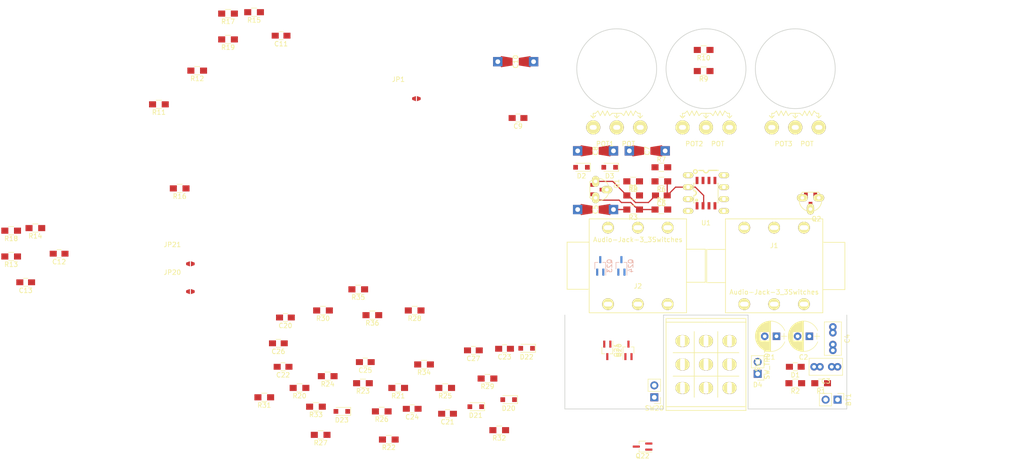
<source format=kicad_pcb>
(kicad_pcb (version 4) (host pcbnew 4.0.7)

  (general
    (links 171)
    (no_connects 157)
    (area 94.335559 56.794441 286.333334 172.075001)
    (thickness 1.6)
    (drawings 19)
    (tracks 27)
    (zones 0)
    (modules 84)
    (nets 55)
  )

  (page A4)
  (layers
    (0 F.Cu signal)
    (31 B.Cu signal)
    (32 B.Adhes user)
    (33 F.Adhes user)
    (34 B.Paste user)
    (35 F.Paste user)
    (36 B.SilkS user)
    (37 F.SilkS user)
    (38 B.Mask user)
    (39 F.Mask user)
    (40 Dwgs.User user)
    (41 Cmts.User user)
    (42 Eco1.User user)
    (43 Eco2.User user)
    (44 Edge.Cuts user)
    (45 Margin user)
    (46 B.CrtYd user)
    (47 F.CrtYd user)
    (48 B.Fab user)
    (49 F.Fab user)
  )

  (setup
    (last_trace_width 0.25)
    (trace_clearance 0.2)
    (zone_clearance 0.508)
    (zone_45_only no)
    (trace_min 0.2)
    (segment_width 0.2)
    (edge_width 0.15)
    (via_size 0.6)
    (via_drill 0.4)
    (via_min_size 0.4)
    (via_min_drill 0.3)
    (uvia_size 0.3)
    (uvia_drill 0.1)
    (uvias_allowed no)
    (uvia_min_size 0.2)
    (uvia_min_drill 0.1)
    (pcb_text_width 0.3)
    (pcb_text_size 1.5 1.5)
    (mod_edge_width 0.15)
    (mod_text_size 1 1)
    (mod_text_width 0.15)
    (pad_size 1.524 1.524)
    (pad_drill 0.762)
    (pad_to_mask_clearance 0.2)
    (aux_axis_origin 0 0)
    (visible_elements 7FFFF7FF)
    (pcbplotparams
      (layerselection 0x00030_80000001)
      (usegerberextensions false)
      (excludeedgelayer true)
      (linewidth 0.100000)
      (plotframeref false)
      (viasonmask false)
      (mode 1)
      (useauxorigin false)
      (hpglpennumber 1)
      (hpglpenspeed 20)
      (hpglpendiameter 15)
      (hpglpenoverlay 2)
      (psnegative false)
      (psa4output false)
      (plotreference true)
      (plotvalue true)
      (plotinvisibletext false)
      (padsonsilk false)
      (subtractmaskfromsilk false)
      (outputformat 1)
      (mirror false)
      (drillshape 1)
      (scaleselection 1)
      (outputdirectory ""))
  )

  (net 0 "")
  (net 1 LED_ANODE)
  (net 2 BATT-)
  (net 3 -VDC)
  (net 4 GNDREF)
  (net 5 "Net-(C5-Pad1)")
  (net 6 EFF_IN)
  (net 7 "Net-(C6-Pad1)")
  (net 8 PSEUDO_IN_1)
  (net 9 "Net-(C7-Pad1)")
  (net 10 "Net-(C7-Pad2)")
  (net 11 "Net-(C8-Pad2)")
  (net 12 "Net-(C9-Pad2)")
  (net 13 "Net-(C10-Pad1)")
  (net 14 "Net-(C10-Pad2)")
  (net 15 "Net-(C11-Pad1)")
  (net 16 "Net-(C11-Pad2)")
  (net 17 "Net-(C12-Pad1)")
  (net 18 PSEUDO_OUT)
  (net 19 EFF_OUT)
  (net 20 "Net-(C13-Pad2)")
  (net 21 "Net-(C20-Pad1)")
  (net 22 "Net-(C21-Pad1)")
  (net 23 "Net-(C22-Pad2)")
  (net 24 "Net-(C23-Pad1)")
  (net 25 "Net-(C23-Pad2)")
  (net 26 "Net-(C24-Pad1)")
  (net 27 "Net-(C24-Pad2)")
  (net 28 "Net-(C27-Pad2)")
  (net 29 LED_CATHODE)
  (net 30 "Net-(D20-Pad2)")
  (net 31 "Net-(D21-Pad2)")
  (net 32 "Net-(D22-Pad1)")
  (net 33 "Net-(D22-Pad2)")
  (net 34 "Net-(D23-Pad1)")
  (net 35 "Net-(D23-Pad2)")
  (net 36 JACK_IN)
  (net 37 "Net-(J1-Pad6)")
  (net 38 "Net-(J1-Pad5)")
  (net 39 JACK_OUT)
  (net 40 "Net-(J2-Pad6)")
  (net 41 "Net-(J2-Pad5)")
  (net 42 "Net-(J2-Pad4)")
  (net 43 PSEUDO_IN_2)
  (net 44 "Net-(POT1-Pad1)")
  (net 45 "Net-(POT1-Pad3)")
  (net 46 "Net-(POT2-Pad1)")
  (net 47 "Net-(POT3-Pad1)")
  (net 48 "Net-(Q1-Pad3)")
  (net 49 "Net-(Q2-Pad1)")
  (net 50 "Net-(Q22-Pad3)")
  (net 51 "Net-(R18-Pad2)")
  (net 52 "Net-(R24-Pad1)")
  (net 53 "Net-(R27-Pad2)")
  (net 54 "Net-(SW1-Pad32)")

  (net_class Default "Esta es la clase de red por defecto."
    (clearance 0.2)
    (trace_width 0.25)
    (via_dia 0.6)
    (via_drill 0.4)
    (uvia_dia 0.3)
    (uvia_drill 0.1)
    (add_net -VDC)
    (add_net BATT-)
    (add_net EFF_IN)
    (add_net EFF_OUT)
    (add_net GNDREF)
    (add_net JACK_IN)
    (add_net JACK_OUT)
    (add_net LED_ANODE)
    (add_net LED_CATHODE)
    (add_net "Net-(C10-Pad1)")
    (add_net "Net-(C10-Pad2)")
    (add_net "Net-(C11-Pad1)")
    (add_net "Net-(C11-Pad2)")
    (add_net "Net-(C12-Pad1)")
    (add_net "Net-(C13-Pad2)")
    (add_net "Net-(C20-Pad1)")
    (add_net "Net-(C21-Pad1)")
    (add_net "Net-(C22-Pad2)")
    (add_net "Net-(C23-Pad1)")
    (add_net "Net-(C23-Pad2)")
    (add_net "Net-(C24-Pad1)")
    (add_net "Net-(C24-Pad2)")
    (add_net "Net-(C27-Pad2)")
    (add_net "Net-(C5-Pad1)")
    (add_net "Net-(C6-Pad1)")
    (add_net "Net-(C7-Pad1)")
    (add_net "Net-(C7-Pad2)")
    (add_net "Net-(C8-Pad2)")
    (add_net "Net-(C9-Pad2)")
    (add_net "Net-(D20-Pad2)")
    (add_net "Net-(D21-Pad2)")
    (add_net "Net-(D22-Pad1)")
    (add_net "Net-(D22-Pad2)")
    (add_net "Net-(D23-Pad1)")
    (add_net "Net-(D23-Pad2)")
    (add_net "Net-(J1-Pad5)")
    (add_net "Net-(J1-Pad6)")
    (add_net "Net-(J2-Pad4)")
    (add_net "Net-(J2-Pad5)")
    (add_net "Net-(J2-Pad6)")
    (add_net "Net-(POT1-Pad1)")
    (add_net "Net-(POT1-Pad3)")
    (add_net "Net-(POT2-Pad1)")
    (add_net "Net-(POT3-Pad1)")
    (add_net "Net-(Q1-Pad3)")
    (add_net "Net-(Q2-Pad1)")
    (add_net "Net-(Q22-Pad3)")
    (add_net "Net-(R18-Pad2)")
    (add_net "Net-(R24-Pad1)")
    (add_net "Net-(R27-Pad2)")
    (add_net "Net-(SW1-Pad32)")
    (add_net PSEUDO_IN_1)
    (add_net PSEUDO_IN_2)
    (add_net PSEUDO_OUT)
  )

  (module Socket_Strips:Socket_Strip_Straight_1x02_Pitch2.54mm (layer F.Cu) (tedit 58CD5446) (tstamp 5A36D3A5)
    (at 241.5 138 270)
    (descr "Through hole straight socket strip, 1x02, 2.54mm pitch, single row")
    (tags "Through hole socket strip THT 1x02 2.54mm single row")
    (path /5A2F0AE3)
    (fp_text reference BT1 (at 0 -2.33 270) (layer F.SilkS)
      (effects (font (size 1 1) (thickness 0.15)))
    )
    (fp_text value Battery_Cell (at 0 4.87 270) (layer F.Fab)
      (effects (font (size 1 1) (thickness 0.15)))
    )
    (fp_line (start -1.27 -1.27) (end -1.27 3.81) (layer F.Fab) (width 0.1))
    (fp_line (start -1.27 3.81) (end 1.27 3.81) (layer F.Fab) (width 0.1))
    (fp_line (start 1.27 3.81) (end 1.27 -1.27) (layer F.Fab) (width 0.1))
    (fp_line (start 1.27 -1.27) (end -1.27 -1.27) (layer F.Fab) (width 0.1))
    (fp_line (start -1.33 1.27) (end -1.33 3.87) (layer F.SilkS) (width 0.12))
    (fp_line (start -1.33 3.87) (end 1.33 3.87) (layer F.SilkS) (width 0.12))
    (fp_line (start 1.33 3.87) (end 1.33 1.27) (layer F.SilkS) (width 0.12))
    (fp_line (start 1.33 1.27) (end -1.33 1.27) (layer F.SilkS) (width 0.12))
    (fp_line (start -1.33 0) (end -1.33 -1.33) (layer F.SilkS) (width 0.12))
    (fp_line (start -1.33 -1.33) (end 0 -1.33) (layer F.SilkS) (width 0.12))
    (fp_line (start -1.8 -1.8) (end -1.8 4.35) (layer F.CrtYd) (width 0.05))
    (fp_line (start -1.8 4.35) (end 1.8 4.35) (layer F.CrtYd) (width 0.05))
    (fp_line (start 1.8 4.35) (end 1.8 -1.8) (layer F.CrtYd) (width 0.05))
    (fp_line (start 1.8 -1.8) (end -1.8 -1.8) (layer F.CrtYd) (width 0.05))
    (fp_text user %R (at 0 -2.33 270) (layer F.Fab)
      (effects (font (size 1 1) (thickness 0.15)))
    )
    (pad 1 thru_hole rect (at 0 0 270) (size 1.7 1.7) (drill 1) (layers *.Cu *.Mask)
      (net 1 LED_ANODE))
    (pad 2 thru_hole oval (at 0 2.54 270) (size 1.7 1.7) (drill 1) (layers *.Cu *.Mask)
      (net 2 BATT-))
    (model ${KISYS3DMOD}/Socket_Strips.3dshapes/Socket_Strip_Straight_1x02_Pitch2.54mm.wrl
      (at (xyz 0 -0.05 0))
      (scale (xyz 1 1 1))
      (rotate (xyz 0 0 270))
    )
  )

  (module Capacitors_THT:CP_Radial_D6.3mm_P2.50mm (layer F.Cu) (tedit 597BC7C2) (tstamp 5A36D3AB)
    (at 228.5 124.5 180)
    (descr "CP, Radial series, Radial, pin pitch=2.50mm, , diameter=6.3mm, Electrolytic Capacitor")
    (tags "CP Radial series Radial pin pitch 2.50mm  diameter 6.3mm Electrolytic Capacitor")
    (path /5A2F0C57)
    (fp_text reference C1 (at 1.25 -4.46 180) (layer F.SilkS)
      (effects (font (size 1 1) (thickness 0.15)))
    )
    (fp_text value CP (at 1.25 4.46 180) (layer F.Fab)
      (effects (font (size 1 1) (thickness 0.15)))
    )
    (fp_arc (start 1.25 0) (end -1.767482 -1.18) (angle 137.3) (layer F.SilkS) (width 0.12))
    (fp_arc (start 1.25 0) (end -1.767482 1.18) (angle -137.3) (layer F.SilkS) (width 0.12))
    (fp_arc (start 1.25 0) (end 4.267482 -1.18) (angle 42.7) (layer F.SilkS) (width 0.12))
    (fp_circle (center 1.25 0) (end 4.4 0) (layer F.Fab) (width 0.1))
    (fp_line (start -2.2 0) (end -1 0) (layer F.Fab) (width 0.1))
    (fp_line (start -1.6 -0.65) (end -1.6 0.65) (layer F.Fab) (width 0.1))
    (fp_line (start 1.25 -3.2) (end 1.25 3.2) (layer F.SilkS) (width 0.12))
    (fp_line (start 1.29 -3.2) (end 1.29 3.2) (layer F.SilkS) (width 0.12))
    (fp_line (start 1.33 -3.2) (end 1.33 3.2) (layer F.SilkS) (width 0.12))
    (fp_line (start 1.37 -3.198) (end 1.37 3.198) (layer F.SilkS) (width 0.12))
    (fp_line (start 1.41 -3.197) (end 1.41 3.197) (layer F.SilkS) (width 0.12))
    (fp_line (start 1.45 -3.194) (end 1.45 3.194) (layer F.SilkS) (width 0.12))
    (fp_line (start 1.49 -3.192) (end 1.49 3.192) (layer F.SilkS) (width 0.12))
    (fp_line (start 1.53 -3.188) (end 1.53 -0.98) (layer F.SilkS) (width 0.12))
    (fp_line (start 1.53 0.98) (end 1.53 3.188) (layer F.SilkS) (width 0.12))
    (fp_line (start 1.57 -3.185) (end 1.57 -0.98) (layer F.SilkS) (width 0.12))
    (fp_line (start 1.57 0.98) (end 1.57 3.185) (layer F.SilkS) (width 0.12))
    (fp_line (start 1.61 -3.18) (end 1.61 -0.98) (layer F.SilkS) (width 0.12))
    (fp_line (start 1.61 0.98) (end 1.61 3.18) (layer F.SilkS) (width 0.12))
    (fp_line (start 1.65 -3.176) (end 1.65 -0.98) (layer F.SilkS) (width 0.12))
    (fp_line (start 1.65 0.98) (end 1.65 3.176) (layer F.SilkS) (width 0.12))
    (fp_line (start 1.69 -3.17) (end 1.69 -0.98) (layer F.SilkS) (width 0.12))
    (fp_line (start 1.69 0.98) (end 1.69 3.17) (layer F.SilkS) (width 0.12))
    (fp_line (start 1.73 -3.165) (end 1.73 -0.98) (layer F.SilkS) (width 0.12))
    (fp_line (start 1.73 0.98) (end 1.73 3.165) (layer F.SilkS) (width 0.12))
    (fp_line (start 1.77 -3.158) (end 1.77 -0.98) (layer F.SilkS) (width 0.12))
    (fp_line (start 1.77 0.98) (end 1.77 3.158) (layer F.SilkS) (width 0.12))
    (fp_line (start 1.81 -3.152) (end 1.81 -0.98) (layer F.SilkS) (width 0.12))
    (fp_line (start 1.81 0.98) (end 1.81 3.152) (layer F.SilkS) (width 0.12))
    (fp_line (start 1.85 -3.144) (end 1.85 -0.98) (layer F.SilkS) (width 0.12))
    (fp_line (start 1.85 0.98) (end 1.85 3.144) (layer F.SilkS) (width 0.12))
    (fp_line (start 1.89 -3.137) (end 1.89 -0.98) (layer F.SilkS) (width 0.12))
    (fp_line (start 1.89 0.98) (end 1.89 3.137) (layer F.SilkS) (width 0.12))
    (fp_line (start 1.93 -3.128) (end 1.93 -0.98) (layer F.SilkS) (width 0.12))
    (fp_line (start 1.93 0.98) (end 1.93 3.128) (layer F.SilkS) (width 0.12))
    (fp_line (start 1.971 -3.119) (end 1.971 -0.98) (layer F.SilkS) (width 0.12))
    (fp_line (start 1.971 0.98) (end 1.971 3.119) (layer F.SilkS) (width 0.12))
    (fp_line (start 2.011 -3.11) (end 2.011 -0.98) (layer F.SilkS) (width 0.12))
    (fp_line (start 2.011 0.98) (end 2.011 3.11) (layer F.SilkS) (width 0.12))
    (fp_line (start 2.051 -3.1) (end 2.051 -0.98) (layer F.SilkS) (width 0.12))
    (fp_line (start 2.051 0.98) (end 2.051 3.1) (layer F.SilkS) (width 0.12))
    (fp_line (start 2.091 -3.09) (end 2.091 -0.98) (layer F.SilkS) (width 0.12))
    (fp_line (start 2.091 0.98) (end 2.091 3.09) (layer F.SilkS) (width 0.12))
    (fp_line (start 2.131 -3.079) (end 2.131 -0.98) (layer F.SilkS) (width 0.12))
    (fp_line (start 2.131 0.98) (end 2.131 3.079) (layer F.SilkS) (width 0.12))
    (fp_line (start 2.171 -3.067) (end 2.171 -0.98) (layer F.SilkS) (width 0.12))
    (fp_line (start 2.171 0.98) (end 2.171 3.067) (layer F.SilkS) (width 0.12))
    (fp_line (start 2.211 -3.055) (end 2.211 -0.98) (layer F.SilkS) (width 0.12))
    (fp_line (start 2.211 0.98) (end 2.211 3.055) (layer F.SilkS) (width 0.12))
    (fp_line (start 2.251 -3.042) (end 2.251 -0.98) (layer F.SilkS) (width 0.12))
    (fp_line (start 2.251 0.98) (end 2.251 3.042) (layer F.SilkS) (width 0.12))
    (fp_line (start 2.291 -3.029) (end 2.291 -0.98) (layer F.SilkS) (width 0.12))
    (fp_line (start 2.291 0.98) (end 2.291 3.029) (layer F.SilkS) (width 0.12))
    (fp_line (start 2.331 -3.015) (end 2.331 -0.98) (layer F.SilkS) (width 0.12))
    (fp_line (start 2.331 0.98) (end 2.331 3.015) (layer F.SilkS) (width 0.12))
    (fp_line (start 2.371 -3.001) (end 2.371 -0.98) (layer F.SilkS) (width 0.12))
    (fp_line (start 2.371 0.98) (end 2.371 3.001) (layer F.SilkS) (width 0.12))
    (fp_line (start 2.411 -2.986) (end 2.411 -0.98) (layer F.SilkS) (width 0.12))
    (fp_line (start 2.411 0.98) (end 2.411 2.986) (layer F.SilkS) (width 0.12))
    (fp_line (start 2.451 -2.97) (end 2.451 -0.98) (layer F.SilkS) (width 0.12))
    (fp_line (start 2.451 0.98) (end 2.451 2.97) (layer F.SilkS) (width 0.12))
    (fp_line (start 2.491 -2.954) (end 2.491 -0.98) (layer F.SilkS) (width 0.12))
    (fp_line (start 2.491 0.98) (end 2.491 2.954) (layer F.SilkS) (width 0.12))
    (fp_line (start 2.531 -2.937) (end 2.531 -0.98) (layer F.SilkS) (width 0.12))
    (fp_line (start 2.531 0.98) (end 2.531 2.937) (layer F.SilkS) (width 0.12))
    (fp_line (start 2.571 -2.919) (end 2.571 -0.98) (layer F.SilkS) (width 0.12))
    (fp_line (start 2.571 0.98) (end 2.571 2.919) (layer F.SilkS) (width 0.12))
    (fp_line (start 2.611 -2.901) (end 2.611 -0.98) (layer F.SilkS) (width 0.12))
    (fp_line (start 2.611 0.98) (end 2.611 2.901) (layer F.SilkS) (width 0.12))
    (fp_line (start 2.651 -2.882) (end 2.651 -0.98) (layer F.SilkS) (width 0.12))
    (fp_line (start 2.651 0.98) (end 2.651 2.882) (layer F.SilkS) (width 0.12))
    (fp_line (start 2.691 -2.863) (end 2.691 -0.98) (layer F.SilkS) (width 0.12))
    (fp_line (start 2.691 0.98) (end 2.691 2.863) (layer F.SilkS) (width 0.12))
    (fp_line (start 2.731 -2.843) (end 2.731 -0.98) (layer F.SilkS) (width 0.12))
    (fp_line (start 2.731 0.98) (end 2.731 2.843) (layer F.SilkS) (width 0.12))
    (fp_line (start 2.771 -2.822) (end 2.771 -0.98) (layer F.SilkS) (width 0.12))
    (fp_line (start 2.771 0.98) (end 2.771 2.822) (layer F.SilkS) (width 0.12))
    (fp_line (start 2.811 -2.8) (end 2.811 -0.98) (layer F.SilkS) (width 0.12))
    (fp_line (start 2.811 0.98) (end 2.811 2.8) (layer F.SilkS) (width 0.12))
    (fp_line (start 2.851 -2.778) (end 2.851 -0.98) (layer F.SilkS) (width 0.12))
    (fp_line (start 2.851 0.98) (end 2.851 2.778) (layer F.SilkS) (width 0.12))
    (fp_line (start 2.891 -2.755) (end 2.891 -0.98) (layer F.SilkS) (width 0.12))
    (fp_line (start 2.891 0.98) (end 2.891 2.755) (layer F.SilkS) (width 0.12))
    (fp_line (start 2.931 -2.731) (end 2.931 -0.98) (layer F.SilkS) (width 0.12))
    (fp_line (start 2.931 0.98) (end 2.931 2.731) (layer F.SilkS) (width 0.12))
    (fp_line (start 2.971 -2.706) (end 2.971 -0.98) (layer F.SilkS) (width 0.12))
    (fp_line (start 2.971 0.98) (end 2.971 2.706) (layer F.SilkS) (width 0.12))
    (fp_line (start 3.011 -2.681) (end 3.011 -0.98) (layer F.SilkS) (width 0.12))
    (fp_line (start 3.011 0.98) (end 3.011 2.681) (layer F.SilkS) (width 0.12))
    (fp_line (start 3.051 -2.654) (end 3.051 -0.98) (layer F.SilkS) (width 0.12))
    (fp_line (start 3.051 0.98) (end 3.051 2.654) (layer F.SilkS) (width 0.12))
    (fp_line (start 3.091 -2.627) (end 3.091 -0.98) (layer F.SilkS) (width 0.12))
    (fp_line (start 3.091 0.98) (end 3.091 2.627) (layer F.SilkS) (width 0.12))
    (fp_line (start 3.131 -2.599) (end 3.131 -0.98) (layer F.SilkS) (width 0.12))
    (fp_line (start 3.131 0.98) (end 3.131 2.599) (layer F.SilkS) (width 0.12))
    (fp_line (start 3.171 -2.57) (end 3.171 -0.98) (layer F.SilkS) (width 0.12))
    (fp_line (start 3.171 0.98) (end 3.171 2.57) (layer F.SilkS) (width 0.12))
    (fp_line (start 3.211 -2.54) (end 3.211 -0.98) (layer F.SilkS) (width 0.12))
    (fp_line (start 3.211 0.98) (end 3.211 2.54) (layer F.SilkS) (width 0.12))
    (fp_line (start 3.251 -2.51) (end 3.251 -0.98) (layer F.SilkS) (width 0.12))
    (fp_line (start 3.251 0.98) (end 3.251 2.51) (layer F.SilkS) (width 0.12))
    (fp_line (start 3.291 -2.478) (end 3.291 -0.98) (layer F.SilkS) (width 0.12))
    (fp_line (start 3.291 0.98) (end 3.291 2.478) (layer F.SilkS) (width 0.12))
    (fp_line (start 3.331 -2.445) (end 3.331 -0.98) (layer F.SilkS) (width 0.12))
    (fp_line (start 3.331 0.98) (end 3.331 2.445) (layer F.SilkS) (width 0.12))
    (fp_line (start 3.371 -2.411) (end 3.371 -0.98) (layer F.SilkS) (width 0.12))
    (fp_line (start 3.371 0.98) (end 3.371 2.411) (layer F.SilkS) (width 0.12))
    (fp_line (start 3.411 -2.375) (end 3.411 -0.98) (layer F.SilkS) (width 0.12))
    (fp_line (start 3.411 0.98) (end 3.411 2.375) (layer F.SilkS) (width 0.12))
    (fp_line (start 3.451 -2.339) (end 3.451 -0.98) (layer F.SilkS) (width 0.12))
    (fp_line (start 3.451 0.98) (end 3.451 2.339) (layer F.SilkS) (width 0.12))
    (fp_line (start 3.491 -2.301) (end 3.491 2.301) (layer F.SilkS) (width 0.12))
    (fp_line (start 3.531 -2.262) (end 3.531 2.262) (layer F.SilkS) (width 0.12))
    (fp_line (start 3.571 -2.222) (end 3.571 2.222) (layer F.SilkS) (width 0.12))
    (fp_line (start 3.611 -2.18) (end 3.611 2.18) (layer F.SilkS) (width 0.12))
    (fp_line (start 3.651 -2.137) (end 3.651 2.137) (layer F.SilkS) (width 0.12))
    (fp_line (start 3.691 -2.092) (end 3.691 2.092) (layer F.SilkS) (width 0.12))
    (fp_line (start 3.731 -2.045) (end 3.731 2.045) (layer F.SilkS) (width 0.12))
    (fp_line (start 3.771 -1.997) (end 3.771 1.997) (layer F.SilkS) (width 0.12))
    (fp_line (start 3.811 -1.946) (end 3.811 1.946) (layer F.SilkS) (width 0.12))
    (fp_line (start 3.851 -1.894) (end 3.851 1.894) (layer F.SilkS) (width 0.12))
    (fp_line (start 3.891 -1.839) (end 3.891 1.839) (layer F.SilkS) (width 0.12))
    (fp_line (start 3.931 -1.781) (end 3.931 1.781) (layer F.SilkS) (width 0.12))
    (fp_line (start 3.971 -1.721) (end 3.971 1.721) (layer F.SilkS) (width 0.12))
    (fp_line (start 4.011 -1.658) (end 4.011 1.658) (layer F.SilkS) (width 0.12))
    (fp_line (start 4.051 -1.591) (end 4.051 1.591) (layer F.SilkS) (width 0.12))
    (fp_line (start 4.091 -1.52) (end 4.091 1.52) (layer F.SilkS) (width 0.12))
    (fp_line (start 4.131 -1.445) (end 4.131 1.445) (layer F.SilkS) (width 0.12))
    (fp_line (start 4.171 -1.364) (end 4.171 1.364) (layer F.SilkS) (width 0.12))
    (fp_line (start 4.211 -1.278) (end 4.211 1.278) (layer F.SilkS) (width 0.12))
    (fp_line (start 4.251 -1.184) (end 4.251 1.184) (layer F.SilkS) (width 0.12))
    (fp_line (start 4.291 -1.081) (end 4.291 1.081) (layer F.SilkS) (width 0.12))
    (fp_line (start 4.331 -0.966) (end 4.331 0.966) (layer F.SilkS) (width 0.12))
    (fp_line (start 4.371 -0.834) (end 4.371 0.834) (layer F.SilkS) (width 0.12))
    (fp_line (start 4.411 -0.676) (end 4.411 0.676) (layer F.SilkS) (width 0.12))
    (fp_line (start 4.451 -0.468) (end 4.451 0.468) (layer F.SilkS) (width 0.12))
    (fp_line (start -2.2 0) (end -1 0) (layer F.SilkS) (width 0.12))
    (fp_line (start -1.6 -0.65) (end -1.6 0.65) (layer F.SilkS) (width 0.12))
    (fp_line (start -2.25 -3.5) (end -2.25 3.5) (layer F.CrtYd) (width 0.05))
    (fp_line (start -2.25 3.5) (end 4.75 3.5) (layer F.CrtYd) (width 0.05))
    (fp_line (start 4.75 3.5) (end 4.75 -3.5) (layer F.CrtYd) (width 0.05))
    (fp_line (start 4.75 -3.5) (end -2.25 -3.5) (layer F.CrtYd) (width 0.05))
    (fp_text user %R (at 1.25 0 180) (layer F.Fab)
      (effects (font (size 1 1) (thickness 0.15)))
    )
    (pad 1 thru_hole rect (at 0 0 180) (size 1.6 1.6) (drill 0.8) (layers *.Cu *.Mask)
      (net 1 LED_ANODE))
    (pad 2 thru_hole circle (at 2.5 0 180) (size 1.6 1.6) (drill 0.8) (layers *.Cu *.Mask)
      (net 3 -VDC))
    (model ${KISYS3DMOD}/Capacitors_THT.3dshapes/CP_Radial_D6.3mm_P2.50mm.wrl
      (at (xyz 0 0 0))
      (scale (xyz 1 1 1))
      (rotate (xyz 0 0 0))
    )
  )

  (module Capacitors_THT:CP_Radial_D6.3mm_P2.50mm (layer F.Cu) (tedit 597BC7C2) (tstamp 5A36D3B1)
    (at 235.5 124.5 180)
    (descr "CP, Radial series, Radial, pin pitch=2.50mm, , diameter=6.3mm, Electrolytic Capacitor")
    (tags "CP Radial series Radial pin pitch 2.50mm  diameter 6.3mm Electrolytic Capacitor")
    (path /5A2F1049)
    (fp_text reference C2 (at 1.25 -4.46 180) (layer F.SilkS)
      (effects (font (size 1 1) (thickness 0.15)))
    )
    (fp_text value CP (at 1.25 4.46 180) (layer F.Fab)
      (effects (font (size 1 1) (thickness 0.15)))
    )
    (fp_arc (start 1.25 0) (end -1.767482 -1.18) (angle 137.3) (layer F.SilkS) (width 0.12))
    (fp_arc (start 1.25 0) (end -1.767482 1.18) (angle -137.3) (layer F.SilkS) (width 0.12))
    (fp_arc (start 1.25 0) (end 4.267482 -1.18) (angle 42.7) (layer F.SilkS) (width 0.12))
    (fp_circle (center 1.25 0) (end 4.4 0) (layer F.Fab) (width 0.1))
    (fp_line (start -2.2 0) (end -1 0) (layer F.Fab) (width 0.1))
    (fp_line (start -1.6 -0.65) (end -1.6 0.65) (layer F.Fab) (width 0.1))
    (fp_line (start 1.25 -3.2) (end 1.25 3.2) (layer F.SilkS) (width 0.12))
    (fp_line (start 1.29 -3.2) (end 1.29 3.2) (layer F.SilkS) (width 0.12))
    (fp_line (start 1.33 -3.2) (end 1.33 3.2) (layer F.SilkS) (width 0.12))
    (fp_line (start 1.37 -3.198) (end 1.37 3.198) (layer F.SilkS) (width 0.12))
    (fp_line (start 1.41 -3.197) (end 1.41 3.197) (layer F.SilkS) (width 0.12))
    (fp_line (start 1.45 -3.194) (end 1.45 3.194) (layer F.SilkS) (width 0.12))
    (fp_line (start 1.49 -3.192) (end 1.49 3.192) (layer F.SilkS) (width 0.12))
    (fp_line (start 1.53 -3.188) (end 1.53 -0.98) (layer F.SilkS) (width 0.12))
    (fp_line (start 1.53 0.98) (end 1.53 3.188) (layer F.SilkS) (width 0.12))
    (fp_line (start 1.57 -3.185) (end 1.57 -0.98) (layer F.SilkS) (width 0.12))
    (fp_line (start 1.57 0.98) (end 1.57 3.185) (layer F.SilkS) (width 0.12))
    (fp_line (start 1.61 -3.18) (end 1.61 -0.98) (layer F.SilkS) (width 0.12))
    (fp_line (start 1.61 0.98) (end 1.61 3.18) (layer F.SilkS) (width 0.12))
    (fp_line (start 1.65 -3.176) (end 1.65 -0.98) (layer F.SilkS) (width 0.12))
    (fp_line (start 1.65 0.98) (end 1.65 3.176) (layer F.SilkS) (width 0.12))
    (fp_line (start 1.69 -3.17) (end 1.69 -0.98) (layer F.SilkS) (width 0.12))
    (fp_line (start 1.69 0.98) (end 1.69 3.17) (layer F.SilkS) (width 0.12))
    (fp_line (start 1.73 -3.165) (end 1.73 -0.98) (layer F.SilkS) (width 0.12))
    (fp_line (start 1.73 0.98) (end 1.73 3.165) (layer F.SilkS) (width 0.12))
    (fp_line (start 1.77 -3.158) (end 1.77 -0.98) (layer F.SilkS) (width 0.12))
    (fp_line (start 1.77 0.98) (end 1.77 3.158) (layer F.SilkS) (width 0.12))
    (fp_line (start 1.81 -3.152) (end 1.81 -0.98) (layer F.SilkS) (width 0.12))
    (fp_line (start 1.81 0.98) (end 1.81 3.152) (layer F.SilkS) (width 0.12))
    (fp_line (start 1.85 -3.144) (end 1.85 -0.98) (layer F.SilkS) (width 0.12))
    (fp_line (start 1.85 0.98) (end 1.85 3.144) (layer F.SilkS) (width 0.12))
    (fp_line (start 1.89 -3.137) (end 1.89 -0.98) (layer F.SilkS) (width 0.12))
    (fp_line (start 1.89 0.98) (end 1.89 3.137) (layer F.SilkS) (width 0.12))
    (fp_line (start 1.93 -3.128) (end 1.93 -0.98) (layer F.SilkS) (width 0.12))
    (fp_line (start 1.93 0.98) (end 1.93 3.128) (layer F.SilkS) (width 0.12))
    (fp_line (start 1.971 -3.119) (end 1.971 -0.98) (layer F.SilkS) (width 0.12))
    (fp_line (start 1.971 0.98) (end 1.971 3.119) (layer F.SilkS) (width 0.12))
    (fp_line (start 2.011 -3.11) (end 2.011 -0.98) (layer F.SilkS) (width 0.12))
    (fp_line (start 2.011 0.98) (end 2.011 3.11) (layer F.SilkS) (width 0.12))
    (fp_line (start 2.051 -3.1) (end 2.051 -0.98) (layer F.SilkS) (width 0.12))
    (fp_line (start 2.051 0.98) (end 2.051 3.1) (layer F.SilkS) (width 0.12))
    (fp_line (start 2.091 -3.09) (end 2.091 -0.98) (layer F.SilkS) (width 0.12))
    (fp_line (start 2.091 0.98) (end 2.091 3.09) (layer F.SilkS) (width 0.12))
    (fp_line (start 2.131 -3.079) (end 2.131 -0.98) (layer F.SilkS) (width 0.12))
    (fp_line (start 2.131 0.98) (end 2.131 3.079) (layer F.SilkS) (width 0.12))
    (fp_line (start 2.171 -3.067) (end 2.171 -0.98) (layer F.SilkS) (width 0.12))
    (fp_line (start 2.171 0.98) (end 2.171 3.067) (layer F.SilkS) (width 0.12))
    (fp_line (start 2.211 -3.055) (end 2.211 -0.98) (layer F.SilkS) (width 0.12))
    (fp_line (start 2.211 0.98) (end 2.211 3.055) (layer F.SilkS) (width 0.12))
    (fp_line (start 2.251 -3.042) (end 2.251 -0.98) (layer F.SilkS) (width 0.12))
    (fp_line (start 2.251 0.98) (end 2.251 3.042) (layer F.SilkS) (width 0.12))
    (fp_line (start 2.291 -3.029) (end 2.291 -0.98) (layer F.SilkS) (width 0.12))
    (fp_line (start 2.291 0.98) (end 2.291 3.029) (layer F.SilkS) (width 0.12))
    (fp_line (start 2.331 -3.015) (end 2.331 -0.98) (layer F.SilkS) (width 0.12))
    (fp_line (start 2.331 0.98) (end 2.331 3.015) (layer F.SilkS) (width 0.12))
    (fp_line (start 2.371 -3.001) (end 2.371 -0.98) (layer F.SilkS) (width 0.12))
    (fp_line (start 2.371 0.98) (end 2.371 3.001) (layer F.SilkS) (width 0.12))
    (fp_line (start 2.411 -2.986) (end 2.411 -0.98) (layer F.SilkS) (width 0.12))
    (fp_line (start 2.411 0.98) (end 2.411 2.986) (layer F.SilkS) (width 0.12))
    (fp_line (start 2.451 -2.97) (end 2.451 -0.98) (layer F.SilkS) (width 0.12))
    (fp_line (start 2.451 0.98) (end 2.451 2.97) (layer F.SilkS) (width 0.12))
    (fp_line (start 2.491 -2.954) (end 2.491 -0.98) (layer F.SilkS) (width 0.12))
    (fp_line (start 2.491 0.98) (end 2.491 2.954) (layer F.SilkS) (width 0.12))
    (fp_line (start 2.531 -2.937) (end 2.531 -0.98) (layer F.SilkS) (width 0.12))
    (fp_line (start 2.531 0.98) (end 2.531 2.937) (layer F.SilkS) (width 0.12))
    (fp_line (start 2.571 -2.919) (end 2.571 -0.98) (layer F.SilkS) (width 0.12))
    (fp_line (start 2.571 0.98) (end 2.571 2.919) (layer F.SilkS) (width 0.12))
    (fp_line (start 2.611 -2.901) (end 2.611 -0.98) (layer F.SilkS) (width 0.12))
    (fp_line (start 2.611 0.98) (end 2.611 2.901) (layer F.SilkS) (width 0.12))
    (fp_line (start 2.651 -2.882) (end 2.651 -0.98) (layer F.SilkS) (width 0.12))
    (fp_line (start 2.651 0.98) (end 2.651 2.882) (layer F.SilkS) (width 0.12))
    (fp_line (start 2.691 -2.863) (end 2.691 -0.98) (layer F.SilkS) (width 0.12))
    (fp_line (start 2.691 0.98) (end 2.691 2.863) (layer F.SilkS) (width 0.12))
    (fp_line (start 2.731 -2.843) (end 2.731 -0.98) (layer F.SilkS) (width 0.12))
    (fp_line (start 2.731 0.98) (end 2.731 2.843) (layer F.SilkS) (width 0.12))
    (fp_line (start 2.771 -2.822) (end 2.771 -0.98) (layer F.SilkS) (width 0.12))
    (fp_line (start 2.771 0.98) (end 2.771 2.822) (layer F.SilkS) (width 0.12))
    (fp_line (start 2.811 -2.8) (end 2.811 -0.98) (layer F.SilkS) (width 0.12))
    (fp_line (start 2.811 0.98) (end 2.811 2.8) (layer F.SilkS) (width 0.12))
    (fp_line (start 2.851 -2.778) (end 2.851 -0.98) (layer F.SilkS) (width 0.12))
    (fp_line (start 2.851 0.98) (end 2.851 2.778) (layer F.SilkS) (width 0.12))
    (fp_line (start 2.891 -2.755) (end 2.891 -0.98) (layer F.SilkS) (width 0.12))
    (fp_line (start 2.891 0.98) (end 2.891 2.755) (layer F.SilkS) (width 0.12))
    (fp_line (start 2.931 -2.731) (end 2.931 -0.98) (layer F.SilkS) (width 0.12))
    (fp_line (start 2.931 0.98) (end 2.931 2.731) (layer F.SilkS) (width 0.12))
    (fp_line (start 2.971 -2.706) (end 2.971 -0.98) (layer F.SilkS) (width 0.12))
    (fp_line (start 2.971 0.98) (end 2.971 2.706) (layer F.SilkS) (width 0.12))
    (fp_line (start 3.011 -2.681) (end 3.011 -0.98) (layer F.SilkS) (width 0.12))
    (fp_line (start 3.011 0.98) (end 3.011 2.681) (layer F.SilkS) (width 0.12))
    (fp_line (start 3.051 -2.654) (end 3.051 -0.98) (layer F.SilkS) (width 0.12))
    (fp_line (start 3.051 0.98) (end 3.051 2.654) (layer F.SilkS) (width 0.12))
    (fp_line (start 3.091 -2.627) (end 3.091 -0.98) (layer F.SilkS) (width 0.12))
    (fp_line (start 3.091 0.98) (end 3.091 2.627) (layer F.SilkS) (width 0.12))
    (fp_line (start 3.131 -2.599) (end 3.131 -0.98) (layer F.SilkS) (width 0.12))
    (fp_line (start 3.131 0.98) (end 3.131 2.599) (layer F.SilkS) (width 0.12))
    (fp_line (start 3.171 -2.57) (end 3.171 -0.98) (layer F.SilkS) (width 0.12))
    (fp_line (start 3.171 0.98) (end 3.171 2.57) (layer F.SilkS) (width 0.12))
    (fp_line (start 3.211 -2.54) (end 3.211 -0.98) (layer F.SilkS) (width 0.12))
    (fp_line (start 3.211 0.98) (end 3.211 2.54) (layer F.SilkS) (width 0.12))
    (fp_line (start 3.251 -2.51) (end 3.251 -0.98) (layer F.SilkS) (width 0.12))
    (fp_line (start 3.251 0.98) (end 3.251 2.51) (layer F.SilkS) (width 0.12))
    (fp_line (start 3.291 -2.478) (end 3.291 -0.98) (layer F.SilkS) (width 0.12))
    (fp_line (start 3.291 0.98) (end 3.291 2.478) (layer F.SilkS) (width 0.12))
    (fp_line (start 3.331 -2.445) (end 3.331 -0.98) (layer F.SilkS) (width 0.12))
    (fp_line (start 3.331 0.98) (end 3.331 2.445) (layer F.SilkS) (width 0.12))
    (fp_line (start 3.371 -2.411) (end 3.371 -0.98) (layer F.SilkS) (width 0.12))
    (fp_line (start 3.371 0.98) (end 3.371 2.411) (layer F.SilkS) (width 0.12))
    (fp_line (start 3.411 -2.375) (end 3.411 -0.98) (layer F.SilkS) (width 0.12))
    (fp_line (start 3.411 0.98) (end 3.411 2.375) (layer F.SilkS) (width 0.12))
    (fp_line (start 3.451 -2.339) (end 3.451 -0.98) (layer F.SilkS) (width 0.12))
    (fp_line (start 3.451 0.98) (end 3.451 2.339) (layer F.SilkS) (width 0.12))
    (fp_line (start 3.491 -2.301) (end 3.491 2.301) (layer F.SilkS) (width 0.12))
    (fp_line (start 3.531 -2.262) (end 3.531 2.262) (layer F.SilkS) (width 0.12))
    (fp_line (start 3.571 -2.222) (end 3.571 2.222) (layer F.SilkS) (width 0.12))
    (fp_line (start 3.611 -2.18) (end 3.611 2.18) (layer F.SilkS) (width 0.12))
    (fp_line (start 3.651 -2.137) (end 3.651 2.137) (layer F.SilkS) (width 0.12))
    (fp_line (start 3.691 -2.092) (end 3.691 2.092) (layer F.SilkS) (width 0.12))
    (fp_line (start 3.731 -2.045) (end 3.731 2.045) (layer F.SilkS) (width 0.12))
    (fp_line (start 3.771 -1.997) (end 3.771 1.997) (layer F.SilkS) (width 0.12))
    (fp_line (start 3.811 -1.946) (end 3.811 1.946) (layer F.SilkS) (width 0.12))
    (fp_line (start 3.851 -1.894) (end 3.851 1.894) (layer F.SilkS) (width 0.12))
    (fp_line (start 3.891 -1.839) (end 3.891 1.839) (layer F.SilkS) (width 0.12))
    (fp_line (start 3.931 -1.781) (end 3.931 1.781) (layer F.SilkS) (width 0.12))
    (fp_line (start 3.971 -1.721) (end 3.971 1.721) (layer F.SilkS) (width 0.12))
    (fp_line (start 4.011 -1.658) (end 4.011 1.658) (layer F.SilkS) (width 0.12))
    (fp_line (start 4.051 -1.591) (end 4.051 1.591) (layer F.SilkS) (width 0.12))
    (fp_line (start 4.091 -1.52) (end 4.091 1.52) (layer F.SilkS) (width 0.12))
    (fp_line (start 4.131 -1.445) (end 4.131 1.445) (layer F.SilkS) (width 0.12))
    (fp_line (start 4.171 -1.364) (end 4.171 1.364) (layer F.SilkS) (width 0.12))
    (fp_line (start 4.211 -1.278) (end 4.211 1.278) (layer F.SilkS) (width 0.12))
    (fp_line (start 4.251 -1.184) (end 4.251 1.184) (layer F.SilkS) (width 0.12))
    (fp_line (start 4.291 -1.081) (end 4.291 1.081) (layer F.SilkS) (width 0.12))
    (fp_line (start 4.331 -0.966) (end 4.331 0.966) (layer F.SilkS) (width 0.12))
    (fp_line (start 4.371 -0.834) (end 4.371 0.834) (layer F.SilkS) (width 0.12))
    (fp_line (start 4.411 -0.676) (end 4.411 0.676) (layer F.SilkS) (width 0.12))
    (fp_line (start 4.451 -0.468) (end 4.451 0.468) (layer F.SilkS) (width 0.12))
    (fp_line (start -2.2 0) (end -1 0) (layer F.SilkS) (width 0.12))
    (fp_line (start -1.6 -0.65) (end -1.6 0.65) (layer F.SilkS) (width 0.12))
    (fp_line (start -2.25 -3.5) (end -2.25 3.5) (layer F.CrtYd) (width 0.05))
    (fp_line (start -2.25 3.5) (end 4.75 3.5) (layer F.CrtYd) (width 0.05))
    (fp_line (start 4.75 3.5) (end 4.75 -3.5) (layer F.CrtYd) (width 0.05))
    (fp_line (start 4.75 -3.5) (end -2.25 -3.5) (layer F.CrtYd) (width 0.05))
    (fp_text user %R (at 1.25 0 180) (layer F.Fab)
      (effects (font (size 1 1) (thickness 0.15)))
    )
    (pad 1 thru_hole rect (at 0 0 180) (size 1.6 1.6) (drill 0.8) (layers *.Cu *.Mask)
      (net 4 GNDREF))
    (pad 2 thru_hole circle (at 2.5 0 180) (size 1.6 1.6) (drill 0.8) (layers *.Cu *.Mask)
      (net 3 -VDC))
    (model ${KISYS3DMOD}/Capacitors_THT.3dshapes/CP_Radial_D6.3mm_P2.50mm.wrl
      (at (xyz 0 0 0))
      (scale (xyz 1 1 1))
      (rotate (xyz 0 0 0))
    )
  )

  (module Capacitors_THT:C_Rect_L7.0mm_W3.5mm_P2.50mm_P5.00mm (layer F.Cu) (tedit 597BC7C2) (tstamp 5A36D3B9)
    (at 241.5 131 180)
    (descr "C, Rect series, Radial, pin pitch=2.50mm 5.00mm, , length*width=7*3.5mm^2, Capacitor")
    (tags "C Rect series Radial pin pitch 2.50mm 5.00mm  length 7mm width 3.5mm Capacitor")
    (path /5A310B55)
    (fp_text reference C3 (at 2.5 -3.06 180) (layer F.SilkS)
      (effects (font (size 1 1) (thickness 0.15)))
    )
    (fp_text value C (at 2.5 3.06 180) (layer F.Fab)
      (effects (font (size 1 1) (thickness 0.15)))
    )
    (fp_line (start -1 -1.75) (end -1 1.75) (layer F.Fab) (width 0.1))
    (fp_line (start -1 1.75) (end 6 1.75) (layer F.Fab) (width 0.1))
    (fp_line (start 6 1.75) (end 6 -1.75) (layer F.Fab) (width 0.1))
    (fp_line (start 6 -1.75) (end -1 -1.75) (layer F.Fab) (width 0.1))
    (fp_line (start -1.06 -1.81) (end 6.06 -1.81) (layer F.SilkS) (width 0.12))
    (fp_line (start -1.06 1.81) (end 6.06 1.81) (layer F.SilkS) (width 0.12))
    (fp_line (start -1.06 -1.81) (end -1.06 1.81) (layer F.SilkS) (width 0.12))
    (fp_line (start 6.06 -1.81) (end 6.06 1.81) (layer F.SilkS) (width 0.12))
    (fp_line (start -1.35 -2.1) (end -1.35 2.1) (layer F.CrtYd) (width 0.05))
    (fp_line (start -1.35 2.1) (end 6.35 2.1) (layer F.CrtYd) (width 0.05))
    (fp_line (start 6.35 2.1) (end 6.35 -2.1) (layer F.CrtYd) (width 0.05))
    (fp_line (start 6.35 -2.1) (end -1.35 -2.1) (layer F.CrtYd) (width 0.05))
    (fp_text user %R (at 2.5 0 180) (layer F.Fab)
      (effects (font (size 1 1) (thickness 0.15)))
    )
    (pad 1 thru_hole circle (at 1.25 0 180) (size 1.6 1.6) (drill 0.8) (layers *.Cu *.Mask)
      (net 1 LED_ANODE))
    (pad 2 thru_hole circle (at 3.75 0 180) (size 1.6 1.6) (drill 0.8) (layers *.Cu *.Mask)
      (net 4 GNDREF))
    (pad 1 thru_hole circle (at 0 0 180) (size 1.6 1.6) (drill 0.8) (layers *.Cu *.Mask)
      (net 1 LED_ANODE))
    (pad 2 thru_hole circle (at 5 0 180) (size 1.6 1.6) (drill 0.8) (layers *.Cu *.Mask)
      (net 4 GNDREF))
    (model ${KISYS3DMOD}/Capacitors_THT.3dshapes/C_Rect_L7.0mm_W3.5mm_P2.50mm_P5.00mm.wrl
      (at (xyz 0 0 0))
      (scale (xyz 1 1 1))
      (rotate (xyz 0 0 0))
    )
  )

  (module Capacitors_THT:C_Rect_L7.0mm_W3.5mm_P2.50mm_P5.00mm (layer F.Cu) (tedit 597BC7C2) (tstamp 5A36D3C1)
    (at 240.5 122.5 270)
    (descr "C, Rect series, Radial, pin pitch=2.50mm 5.00mm, , length*width=7*3.5mm^2, Capacitor")
    (tags "C Rect series Radial pin pitch 2.50mm 5.00mm  length 7mm width 3.5mm Capacitor")
    (path /5A310962)
    (fp_text reference C4 (at 2.5 -3.06 270) (layer F.SilkS)
      (effects (font (size 1 1) (thickness 0.15)))
    )
    (fp_text value C (at 2.5 3.06 270) (layer F.Fab)
      (effects (font (size 1 1) (thickness 0.15)))
    )
    (fp_line (start -1 -1.75) (end -1 1.75) (layer F.Fab) (width 0.1))
    (fp_line (start -1 1.75) (end 6 1.75) (layer F.Fab) (width 0.1))
    (fp_line (start 6 1.75) (end 6 -1.75) (layer F.Fab) (width 0.1))
    (fp_line (start 6 -1.75) (end -1 -1.75) (layer F.Fab) (width 0.1))
    (fp_line (start -1.06 -1.81) (end 6.06 -1.81) (layer F.SilkS) (width 0.12))
    (fp_line (start -1.06 1.81) (end 6.06 1.81) (layer F.SilkS) (width 0.12))
    (fp_line (start -1.06 -1.81) (end -1.06 1.81) (layer F.SilkS) (width 0.12))
    (fp_line (start 6.06 -1.81) (end 6.06 1.81) (layer F.SilkS) (width 0.12))
    (fp_line (start -1.35 -2.1) (end -1.35 2.1) (layer F.CrtYd) (width 0.05))
    (fp_line (start -1.35 2.1) (end 6.35 2.1) (layer F.CrtYd) (width 0.05))
    (fp_line (start 6.35 2.1) (end 6.35 -2.1) (layer F.CrtYd) (width 0.05))
    (fp_line (start 6.35 -2.1) (end -1.35 -2.1) (layer F.CrtYd) (width 0.05))
    (fp_text user %R (at 2.5 0 270) (layer F.Fab)
      (effects (font (size 1 1) (thickness 0.15)))
    )
    (pad 1 thru_hole circle (at 1.25 0 270) (size 1.6 1.6) (drill 0.8) (layers *.Cu *.Mask)
      (net 4 GNDREF))
    (pad 2 thru_hole circle (at 3.75 0 270) (size 1.6 1.6) (drill 0.8) (layers *.Cu *.Mask)
      (net 3 -VDC))
    (pad 1 thru_hole circle (at 0 0 270) (size 1.6 1.6) (drill 0.8) (layers *.Cu *.Mask)
      (net 4 GNDREF))
    (pad 2 thru_hole circle (at 5 0 270) (size 1.6 1.6) (drill 0.8) (layers *.Cu *.Mask)
      (net 3 -VDC))
    (model ${KISYS3DMOD}/Capacitors_THT.3dshapes/C_Rect_L7.0mm_W3.5mm_P2.50mm_P5.00mm.wrl
      (at (xyz 0 0 0))
      (scale (xyz 1 1 1))
      (rotate (xyz 0 0 0))
    )
  )

  (module drawdio:Resistor_SMD+THT (layer F.Cu) (tedit 5887DE67) (tstamp 5A36D3C9)
    (at 190 97.5 180)
    (descr "Resistor, SMD and THT, universal, 0805 to 1206,RM10,  Hand soldering,")
    (tags "Resistor, SMD and THT, universal, 0805 to 1206, RM10, Hand soldering,")
    (path /5A2D751C)
    (fp_text reference C5 (at 0 0 270) (layer F.SilkS)
      (effects (font (size 1 1) (thickness 0.15)))
    )
    (fp_text value C (at -0.39878 4.20116 180) (layer F.Fab)
      (effects (font (size 1 1) (thickness 0.15)))
    )
    (pad 1 smd trapezoid (at -1.913 0 180) (size 2.5 1.99898) (rect_delta 0.39878 0 ) (layers F.Cu F.Paste F.Mask)
      (net 5 "Net-(C5-Pad1)"))
    (pad 2 smd trapezoid (at 1.913 0) (size 2.5 1.99898) (rect_delta 0.39878 0 ) (layers F.Cu F.Paste F.Mask)
      (net 6 EFF_IN))
    (pad 1 thru_hole rect (at -3.81 0) (size 1.99898 1.99898) (drill 1.00076) (layers *.Cu *.Mask)
      (net 5 "Net-(C5-Pad1)"))
    (pad 2 thru_hole rect (at 3.81 0) (size 1.99898 1.99898) (drill 1.00076) (layers *.Cu *.Mask)
      (net 6 EFF_IN))
  )

  (module Capacitors_SMD:C_0805_HandSoldering (layer F.Cu) (tedit 58AA84A8) (tstamp 5A36D3CF)
    (at 204 94.5 180)
    (descr "Capacitor SMD 0805, hand soldering")
    (tags "capacitor 0805")
    (path /5A2D79F1)
    (attr smd)
    (fp_text reference C6 (at 0 -1.75 180) (layer F.SilkS)
      (effects (font (size 1 1) (thickness 0.15)))
    )
    (fp_text value C (at 0 1.75 180) (layer F.Fab)
      (effects (font (size 1 1) (thickness 0.15)))
    )
    (fp_text user %R (at 0 -1.75 180) (layer F.Fab)
      (effects (font (size 1 1) (thickness 0.15)))
    )
    (fp_line (start -1 0.62) (end -1 -0.62) (layer F.Fab) (width 0.1))
    (fp_line (start 1 0.62) (end -1 0.62) (layer F.Fab) (width 0.1))
    (fp_line (start 1 -0.62) (end 1 0.62) (layer F.Fab) (width 0.1))
    (fp_line (start -1 -0.62) (end 1 -0.62) (layer F.Fab) (width 0.1))
    (fp_line (start 0.5 -0.85) (end -0.5 -0.85) (layer F.SilkS) (width 0.12))
    (fp_line (start -0.5 0.85) (end 0.5 0.85) (layer F.SilkS) (width 0.12))
    (fp_line (start -2.25 -0.88) (end 2.25 -0.88) (layer F.CrtYd) (width 0.05))
    (fp_line (start -2.25 -0.88) (end -2.25 0.87) (layer F.CrtYd) (width 0.05))
    (fp_line (start 2.25 0.87) (end 2.25 -0.88) (layer F.CrtYd) (width 0.05))
    (fp_line (start 2.25 0.87) (end -2.25 0.87) (layer F.CrtYd) (width 0.05))
    (pad 1 smd rect (at -1.25 0 180) (size 1.5 1.25) (layers F.Cu F.Paste F.Mask)
      (net 7 "Net-(C6-Pad1)"))
    (pad 2 smd rect (at 1.25 0 180) (size 1.5 1.25) (layers F.Cu F.Paste F.Mask)
      (net 8 PSEUDO_IN_1))
    (model Capacitors_SMD.3dshapes/C_0805.wrl
      (at (xyz 0 0 0))
      (scale (xyz 1 1 1))
      (rotate (xyz 0 0 0))
    )
  )

  (module drawdio:Resistor_SMD+THT (layer F.Cu) (tedit 5887DE67) (tstamp 5A36D3D7)
    (at 201 85 180)
    (descr "Resistor, SMD and THT, universal, 0805 to 1206,RM10,  Hand soldering,")
    (tags "Resistor, SMD and THT, universal, 0805 to 1206, RM10, Hand soldering,")
    (path /5A2D80A9)
    (fp_text reference C7 (at 0 0 270) (layer F.SilkS)
      (effects (font (size 1 1) (thickness 0.15)))
    )
    (fp_text value C (at -0.39878 4.20116 180) (layer F.Fab)
      (effects (font (size 1 1) (thickness 0.15)))
    )
    (pad 1 smd trapezoid (at -1.913 0 180) (size 2.5 1.99898) (rect_delta 0.39878 0 ) (layers F.Cu F.Paste F.Mask)
      (net 9 "Net-(C7-Pad1)"))
    (pad 2 smd trapezoid (at 1.913 0) (size 2.5 1.99898) (rect_delta 0.39878 0 ) (layers F.Cu F.Paste F.Mask)
      (net 10 "Net-(C7-Pad2)"))
    (pad 1 thru_hole rect (at -3.81 0) (size 1.99898 1.99898) (drill 1.00076) (layers *.Cu *.Mask)
      (net 9 "Net-(C7-Pad1)"))
    (pad 2 thru_hole rect (at 3.81 0) (size 1.99898 1.99898) (drill 1.00076) (layers *.Cu *.Mask)
      (net 10 "Net-(C7-Pad2)"))
  )

  (module drawdio:Resistor_SMD+THT (layer F.Cu) (tedit 5887DE67) (tstamp 5A36D3DF)
    (at 190 85 180)
    (descr "Resistor, SMD and THT, universal, 0805 to 1206,RM10,  Hand soldering,")
    (tags "Resistor, SMD and THT, universal, 0805 to 1206, RM10, Hand soldering,")
    (path /5A2D81B4)
    (fp_text reference C8 (at 0 0 270) (layer F.SilkS)
      (effects (font (size 1 1) (thickness 0.15)))
    )
    (fp_text value C (at -0.39878 4.20116 180) (layer F.Fab)
      (effects (font (size 1 1) (thickness 0.15)))
    )
    (pad 1 smd trapezoid (at -1.913 0 180) (size 2.5 1.99898) (rect_delta 0.39878 0 ) (layers F.Cu F.Paste F.Mask)
      (net 10 "Net-(C7-Pad2)"))
    (pad 2 smd trapezoid (at 1.913 0) (size 2.5 1.99898) (rect_delta 0.39878 0 ) (layers F.Cu F.Paste F.Mask)
      (net 11 "Net-(C8-Pad2)"))
    (pad 1 thru_hole rect (at -3.81 0) (size 1.99898 1.99898) (drill 1.00076) (layers *.Cu *.Mask)
      (net 10 "Net-(C7-Pad2)"))
    (pad 2 thru_hole rect (at 3.81 0) (size 1.99898 1.99898) (drill 1.00076) (layers *.Cu *.Mask)
      (net 11 "Net-(C8-Pad2)"))
  )

  (module Capacitors_SMD:C_0805_HandSoldering (layer F.Cu) (tedit 58AA84A8) (tstamp 5A36D3E5)
    (at 173.5 78 180)
    (descr "Capacitor SMD 0805, hand soldering")
    (tags "capacitor 0805")
    (path /5A2D86C8)
    (attr smd)
    (fp_text reference C9 (at 0 -1.75 180) (layer F.SilkS)
      (effects (font (size 1 1) (thickness 0.15)))
    )
    (fp_text value C (at 0 1.75 180) (layer F.Fab)
      (effects (font (size 1 1) (thickness 0.15)))
    )
    (fp_text user %R (at 0 -1.75 180) (layer F.Fab)
      (effects (font (size 1 1) (thickness 0.15)))
    )
    (fp_line (start -1 0.62) (end -1 -0.62) (layer F.Fab) (width 0.1))
    (fp_line (start 1 0.62) (end -1 0.62) (layer F.Fab) (width 0.1))
    (fp_line (start 1 -0.62) (end 1 0.62) (layer F.Fab) (width 0.1))
    (fp_line (start -1 -0.62) (end 1 -0.62) (layer F.Fab) (width 0.1))
    (fp_line (start 0.5 -0.85) (end -0.5 -0.85) (layer F.SilkS) (width 0.12))
    (fp_line (start -0.5 0.85) (end 0.5 0.85) (layer F.SilkS) (width 0.12))
    (fp_line (start -2.25 -0.88) (end 2.25 -0.88) (layer F.CrtYd) (width 0.05))
    (fp_line (start -2.25 -0.88) (end -2.25 0.87) (layer F.CrtYd) (width 0.05))
    (fp_line (start 2.25 0.87) (end 2.25 -0.88) (layer F.CrtYd) (width 0.05))
    (fp_line (start 2.25 0.87) (end -2.25 0.87) (layer F.CrtYd) (width 0.05))
    (pad 1 smd rect (at -1.25 0 180) (size 1.5 1.25) (layers F.Cu F.Paste F.Mask)
      (net 3 -VDC))
    (pad 2 smd rect (at 1.25 0 180) (size 1.5 1.25) (layers F.Cu F.Paste F.Mask)
      (net 12 "Net-(C9-Pad2)"))
    (model Capacitors_SMD.3dshapes/C_0805.wrl
      (at (xyz 0 0 0))
      (scale (xyz 1 1 1))
      (rotate (xyz 0 0 0))
    )
  )

  (module drawdio:Resistor_SMD+THT (layer F.Cu) (tedit 5887DE67) (tstamp 5A36D3ED)
    (at 173 66 180)
    (descr "Resistor, SMD and THT, universal, 0805 to 1206,RM10,  Hand soldering,")
    (tags "Resistor, SMD and THT, universal, 0805 to 1206, RM10, Hand soldering,")
    (path /5A2D89C8)
    (fp_text reference C10 (at 0 0 270) (layer F.SilkS)
      (effects (font (size 1 1) (thickness 0.15)))
    )
    (fp_text value C (at -0.39878 4.20116 180) (layer F.Fab)
      (effects (font (size 1 1) (thickness 0.15)))
    )
    (pad 1 smd trapezoid (at -1.913 0 180) (size 2.5 1.99898) (rect_delta 0.39878 0 ) (layers F.Cu F.Paste F.Mask)
      (net 13 "Net-(C10-Pad1)"))
    (pad 2 smd trapezoid (at 1.913 0) (size 2.5 1.99898) (rect_delta 0.39878 0 ) (layers F.Cu F.Paste F.Mask)
      (net 14 "Net-(C10-Pad2)"))
    (pad 1 thru_hole rect (at -3.81 0) (size 1.99898 1.99898) (drill 1.00076) (layers *.Cu *.Mask)
      (net 13 "Net-(C10-Pad1)"))
    (pad 2 thru_hole rect (at 3.81 0) (size 1.99898 1.99898) (drill 1.00076) (layers *.Cu *.Mask)
      (net 14 "Net-(C10-Pad2)"))
  )

  (module Capacitors_SMD:C_0805_HandSoldering (layer F.Cu) (tedit 58AA84A8) (tstamp 5A36D3F3)
    (at 123.07944 60.460559 180)
    (descr "Capacitor SMD 0805, hand soldering")
    (tags "capacitor 0805")
    (path /5A2D8D20)
    (attr smd)
    (fp_text reference C11 (at 0 -1.75 180) (layer F.SilkS)
      (effects (font (size 1 1) (thickness 0.15)))
    )
    (fp_text value C (at 0 1.75 180) (layer F.Fab)
      (effects (font (size 1 1) (thickness 0.15)))
    )
    (fp_text user %R (at 0 -1.75 180) (layer F.Fab)
      (effects (font (size 1 1) (thickness 0.15)))
    )
    (fp_line (start -1 0.62) (end -1 -0.62) (layer F.Fab) (width 0.1))
    (fp_line (start 1 0.62) (end -1 0.62) (layer F.Fab) (width 0.1))
    (fp_line (start 1 -0.62) (end 1 0.62) (layer F.Fab) (width 0.1))
    (fp_line (start -1 -0.62) (end 1 -0.62) (layer F.Fab) (width 0.1))
    (fp_line (start 0.5 -0.85) (end -0.5 -0.85) (layer F.SilkS) (width 0.12))
    (fp_line (start -0.5 0.85) (end 0.5 0.85) (layer F.SilkS) (width 0.12))
    (fp_line (start -2.25 -0.88) (end 2.25 -0.88) (layer F.CrtYd) (width 0.05))
    (fp_line (start -2.25 -0.88) (end -2.25 0.87) (layer F.CrtYd) (width 0.05))
    (fp_line (start 2.25 0.87) (end 2.25 -0.88) (layer F.CrtYd) (width 0.05))
    (fp_line (start 2.25 0.87) (end -2.25 0.87) (layer F.CrtYd) (width 0.05))
    (pad 1 smd rect (at -1.25 0 180) (size 1.5 1.25) (layers F.Cu F.Paste F.Mask)
      (net 15 "Net-(C11-Pad1)"))
    (pad 2 smd rect (at 1.25 0 180) (size 1.5 1.25) (layers F.Cu F.Paste F.Mask)
      (net 16 "Net-(C11-Pad2)"))
    (model Capacitors_SMD.3dshapes/C_0805.wrl
      (at (xyz 0 0 0))
      (scale (xyz 1 1 1))
      (rotate (xyz 0 0 0))
    )
  )

  (module Capacitors_SMD:C_0805_HandSoldering (layer F.Cu) (tedit 58AA84A8) (tstamp 5A36D3F9)
    (at 75.83944 106.900559 180)
    (descr "Capacitor SMD 0805, hand soldering")
    (tags "capacitor 0805")
    (path /5A2D9473)
    (attr smd)
    (fp_text reference C12 (at 0 -1.75 180) (layer F.SilkS)
      (effects (font (size 1 1) (thickness 0.15)))
    )
    (fp_text value C (at 0 1.75 180) (layer F.Fab)
      (effects (font (size 1 1) (thickness 0.15)))
    )
    (fp_text user %R (at 0 -1.75 180) (layer F.Fab)
      (effects (font (size 1 1) (thickness 0.15)))
    )
    (fp_line (start -1 0.62) (end -1 -0.62) (layer F.Fab) (width 0.1))
    (fp_line (start 1 0.62) (end -1 0.62) (layer F.Fab) (width 0.1))
    (fp_line (start 1 -0.62) (end 1 0.62) (layer F.Fab) (width 0.1))
    (fp_line (start -1 -0.62) (end 1 -0.62) (layer F.Fab) (width 0.1))
    (fp_line (start 0.5 -0.85) (end -0.5 -0.85) (layer F.SilkS) (width 0.12))
    (fp_line (start -0.5 0.85) (end 0.5 0.85) (layer F.SilkS) (width 0.12))
    (fp_line (start -2.25 -0.88) (end 2.25 -0.88) (layer F.CrtYd) (width 0.05))
    (fp_line (start -2.25 -0.88) (end -2.25 0.87) (layer F.CrtYd) (width 0.05))
    (fp_line (start 2.25 0.87) (end 2.25 -0.88) (layer F.CrtYd) (width 0.05))
    (fp_line (start 2.25 0.87) (end -2.25 0.87) (layer F.CrtYd) (width 0.05))
    (pad 1 smd rect (at -1.25 0 180) (size 1.5 1.25) (layers F.Cu F.Paste F.Mask)
      (net 17 "Net-(C12-Pad1)"))
    (pad 2 smd rect (at 1.25 0 180) (size 1.5 1.25) (layers F.Cu F.Paste F.Mask)
      (net 18 PSEUDO_OUT))
    (model Capacitors_SMD.3dshapes/C_0805.wrl
      (at (xyz 0 0 0))
      (scale (xyz 1 1 1))
      (rotate (xyz 0 0 0))
    )
  )

  (module Capacitors_SMD:C_0805_HandSoldering (layer F.Cu) (tedit 58AA84A8) (tstamp 5A36D3FF)
    (at 68.72944 113.000559 180)
    (descr "Capacitor SMD 0805, hand soldering")
    (tags "capacitor 0805")
    (path /5A318A7F)
    (attr smd)
    (fp_text reference C13 (at 0 -1.75 180) (layer F.SilkS)
      (effects (font (size 1 1) (thickness 0.15)))
    )
    (fp_text value C (at 0 1.75 180) (layer F.Fab)
      (effects (font (size 1 1) (thickness 0.15)))
    )
    (fp_text user %R (at 0 -1.75 180) (layer F.Fab)
      (effects (font (size 1 1) (thickness 0.15)))
    )
    (fp_line (start -1 0.62) (end -1 -0.62) (layer F.Fab) (width 0.1))
    (fp_line (start 1 0.62) (end -1 0.62) (layer F.Fab) (width 0.1))
    (fp_line (start 1 -0.62) (end 1 0.62) (layer F.Fab) (width 0.1))
    (fp_line (start -1 -0.62) (end 1 -0.62) (layer F.Fab) (width 0.1))
    (fp_line (start 0.5 -0.85) (end -0.5 -0.85) (layer F.SilkS) (width 0.12))
    (fp_line (start -0.5 0.85) (end 0.5 0.85) (layer F.SilkS) (width 0.12))
    (fp_line (start -2.25 -0.88) (end 2.25 -0.88) (layer F.CrtYd) (width 0.05))
    (fp_line (start -2.25 -0.88) (end -2.25 0.87) (layer F.CrtYd) (width 0.05))
    (fp_line (start 2.25 0.87) (end 2.25 -0.88) (layer F.CrtYd) (width 0.05))
    (fp_line (start 2.25 0.87) (end -2.25 0.87) (layer F.CrtYd) (width 0.05))
    (pad 1 smd rect (at -1.25 0 180) (size 1.5 1.25) (layers F.Cu F.Paste F.Mask)
      (net 19 EFF_OUT))
    (pad 2 smd rect (at 1.25 0 180) (size 1.5 1.25) (layers F.Cu F.Paste F.Mask)
      (net 20 "Net-(C13-Pad2)"))
    (model Capacitors_SMD.3dshapes/C_0805.wrl
      (at (xyz 0 0 0))
      (scale (xyz 1 1 1))
      (rotate (xyz 0 0 0))
    )
  )

  (module Capacitors_SMD:C_0805_HandSoldering (layer F.Cu) (tedit 58AA84A8) (tstamp 5A36D405)
    (at 124 120.5 180)
    (descr "Capacitor SMD 0805, hand soldering")
    (tags "capacitor 0805")
    (path /5A2EDC63)
    (attr smd)
    (fp_text reference C20 (at 0 -1.75 180) (layer F.SilkS)
      (effects (font (size 1 1) (thickness 0.15)))
    )
    (fp_text value C (at 0 1.75 180) (layer F.Fab)
      (effects (font (size 1 1) (thickness 0.15)))
    )
    (fp_text user %R (at 0 -1.75 180) (layer F.Fab)
      (effects (font (size 1 1) (thickness 0.15)))
    )
    (fp_line (start -1 0.62) (end -1 -0.62) (layer F.Fab) (width 0.1))
    (fp_line (start 1 0.62) (end -1 0.62) (layer F.Fab) (width 0.1))
    (fp_line (start 1 -0.62) (end 1 0.62) (layer F.Fab) (width 0.1))
    (fp_line (start -1 -0.62) (end 1 -0.62) (layer F.Fab) (width 0.1))
    (fp_line (start 0.5 -0.85) (end -0.5 -0.85) (layer F.SilkS) (width 0.12))
    (fp_line (start -0.5 0.85) (end 0.5 0.85) (layer F.SilkS) (width 0.12))
    (fp_line (start -2.25 -0.88) (end 2.25 -0.88) (layer F.CrtYd) (width 0.05))
    (fp_line (start -2.25 -0.88) (end -2.25 0.87) (layer F.CrtYd) (width 0.05))
    (fp_line (start 2.25 0.87) (end 2.25 -0.88) (layer F.CrtYd) (width 0.05))
    (fp_line (start 2.25 0.87) (end -2.25 0.87) (layer F.CrtYd) (width 0.05))
    (pad 1 smd rect (at -1.25 0 180) (size 1.5 1.25) (layers F.Cu F.Paste F.Mask)
      (net 21 "Net-(C20-Pad1)"))
    (pad 2 smd rect (at 1.25 0 180) (size 1.5 1.25) (layers F.Cu F.Paste F.Mask)
      (net 8 PSEUDO_IN_1))
    (model Capacitors_SMD.3dshapes/C_0805.wrl
      (at (xyz 0 0 0))
      (scale (xyz 1 1 1))
      (rotate (xyz 0 0 0))
    )
  )

  (module Capacitors_SMD:C_0805_HandSoldering (layer F.Cu) (tedit 58AA84A8) (tstamp 5A36D40B)
    (at 158.5 141 180)
    (descr "Capacitor SMD 0805, hand soldering")
    (tags "capacitor 0805")
    (path /5A2E786C)
    (attr smd)
    (fp_text reference C21 (at 0 -1.75 180) (layer F.SilkS)
      (effects (font (size 1 1) (thickness 0.15)))
    )
    (fp_text value C (at 0 1.75 180) (layer F.Fab)
      (effects (font (size 1 1) (thickness 0.15)))
    )
    (fp_text user %R (at 0 -1.75 180) (layer F.Fab)
      (effects (font (size 1 1) (thickness 0.15)))
    )
    (fp_line (start -1 0.62) (end -1 -0.62) (layer F.Fab) (width 0.1))
    (fp_line (start 1 0.62) (end -1 0.62) (layer F.Fab) (width 0.1))
    (fp_line (start 1 -0.62) (end 1 0.62) (layer F.Fab) (width 0.1))
    (fp_line (start -1 -0.62) (end 1 -0.62) (layer F.Fab) (width 0.1))
    (fp_line (start 0.5 -0.85) (end -0.5 -0.85) (layer F.SilkS) (width 0.12))
    (fp_line (start -0.5 0.85) (end 0.5 0.85) (layer F.SilkS) (width 0.12))
    (fp_line (start -2.25 -0.88) (end 2.25 -0.88) (layer F.CrtYd) (width 0.05))
    (fp_line (start -2.25 -0.88) (end -2.25 0.87) (layer F.CrtYd) (width 0.05))
    (fp_line (start 2.25 0.87) (end 2.25 -0.88) (layer F.CrtYd) (width 0.05))
    (fp_line (start 2.25 0.87) (end -2.25 0.87) (layer F.CrtYd) (width 0.05))
    (pad 1 smd rect (at -1.25 0 180) (size 1.5 1.25) (layers F.Cu F.Paste F.Mask)
      (net 22 "Net-(C21-Pad1)"))
    (pad 2 smd rect (at 1.25 0 180) (size 1.5 1.25) (layers F.Cu F.Paste F.Mask)
      (net 3 -VDC))
    (model Capacitors_SMD.3dshapes/C_0805.wrl
      (at (xyz 0 0 0))
      (scale (xyz 1 1 1))
      (rotate (xyz 0 0 0))
    )
  )

  (module Capacitors_SMD:C_0805_HandSoldering (layer F.Cu) (tedit 58AA84A8) (tstamp 5A36D411)
    (at 123.5 131 180)
    (descr "Capacitor SMD 0805, hand soldering")
    (tags "capacitor 0805")
    (path /5A2EA6FE)
    (attr smd)
    (fp_text reference C22 (at 0 -1.75 180) (layer F.SilkS)
      (effects (font (size 1 1) (thickness 0.15)))
    )
    (fp_text value C (at 0 1.75 180) (layer F.Fab)
      (effects (font (size 1 1) (thickness 0.15)))
    )
    (fp_text user %R (at 0 -1.75 180) (layer F.Fab)
      (effects (font (size 1 1) (thickness 0.15)))
    )
    (fp_line (start -1 0.62) (end -1 -0.62) (layer F.Fab) (width 0.1))
    (fp_line (start 1 0.62) (end -1 0.62) (layer F.Fab) (width 0.1))
    (fp_line (start 1 -0.62) (end 1 0.62) (layer F.Fab) (width 0.1))
    (fp_line (start -1 -0.62) (end 1 -0.62) (layer F.Fab) (width 0.1))
    (fp_line (start 0.5 -0.85) (end -0.5 -0.85) (layer F.SilkS) (width 0.12))
    (fp_line (start -0.5 0.85) (end 0.5 0.85) (layer F.SilkS) (width 0.12))
    (fp_line (start -2.25 -0.88) (end 2.25 -0.88) (layer F.CrtYd) (width 0.05))
    (fp_line (start -2.25 -0.88) (end -2.25 0.87) (layer F.CrtYd) (width 0.05))
    (fp_line (start 2.25 0.87) (end 2.25 -0.88) (layer F.CrtYd) (width 0.05))
    (fp_line (start 2.25 0.87) (end -2.25 0.87) (layer F.CrtYd) (width 0.05))
    (pad 1 smd rect (at -1.25 0 180) (size 1.5 1.25) (layers F.Cu F.Paste F.Mask)
      (net 3 -VDC))
    (pad 2 smd rect (at 1.25 0 180) (size 1.5 1.25) (layers F.Cu F.Paste F.Mask)
      (net 23 "Net-(C22-Pad2)"))
    (model Capacitors_SMD.3dshapes/C_0805.wrl
      (at (xyz 0 0 0))
      (scale (xyz 1 1 1))
      (rotate (xyz 0 0 0))
    )
  )

  (module Capacitors_SMD:C_0805_HandSoldering (layer F.Cu) (tedit 58AA84A8) (tstamp 5A36D417)
    (at 170.62944 127.160559 180)
    (descr "Capacitor SMD 0805, hand soldering")
    (tags "capacitor 0805")
    (path /5A2E8296)
    (attr smd)
    (fp_text reference C23 (at 0 -1.75 180) (layer F.SilkS)
      (effects (font (size 1 1) (thickness 0.15)))
    )
    (fp_text value C (at 0 1.75 180) (layer F.Fab)
      (effects (font (size 1 1) (thickness 0.15)))
    )
    (fp_text user %R (at 0 -1.75 180) (layer F.Fab)
      (effects (font (size 1 1) (thickness 0.15)))
    )
    (fp_line (start -1 0.62) (end -1 -0.62) (layer F.Fab) (width 0.1))
    (fp_line (start 1 0.62) (end -1 0.62) (layer F.Fab) (width 0.1))
    (fp_line (start 1 -0.62) (end 1 0.62) (layer F.Fab) (width 0.1))
    (fp_line (start -1 -0.62) (end 1 -0.62) (layer F.Fab) (width 0.1))
    (fp_line (start 0.5 -0.85) (end -0.5 -0.85) (layer F.SilkS) (width 0.12))
    (fp_line (start -0.5 0.85) (end 0.5 0.85) (layer F.SilkS) (width 0.12))
    (fp_line (start -2.25 -0.88) (end 2.25 -0.88) (layer F.CrtYd) (width 0.05))
    (fp_line (start -2.25 -0.88) (end -2.25 0.87) (layer F.CrtYd) (width 0.05))
    (fp_line (start 2.25 0.87) (end 2.25 -0.88) (layer F.CrtYd) (width 0.05))
    (fp_line (start 2.25 0.87) (end -2.25 0.87) (layer F.CrtYd) (width 0.05))
    (pad 1 smd rect (at -1.25 0 180) (size 1.5 1.25) (layers F.Cu F.Paste F.Mask)
      (net 24 "Net-(C23-Pad1)"))
    (pad 2 smd rect (at 1.25 0 180) (size 1.5 1.25) (layers F.Cu F.Paste F.Mask)
      (net 25 "Net-(C23-Pad2)"))
    (model Capacitors_SMD.3dshapes/C_0805.wrl
      (at (xyz 0 0 0))
      (scale (xyz 1 1 1))
      (rotate (xyz 0 0 0))
    )
  )

  (module Capacitors_SMD:C_0805_HandSoldering (layer F.Cu) (tedit 58AA84A8) (tstamp 5A36D41D)
    (at 150.97944 139.950559 180)
    (descr "Capacitor SMD 0805, hand soldering")
    (tags "capacitor 0805")
    (path /5A2E7C92)
    (attr smd)
    (fp_text reference C24 (at 0 -1.75 180) (layer F.SilkS)
      (effects (font (size 1 1) (thickness 0.15)))
    )
    (fp_text value C (at 0 1.75 180) (layer F.Fab)
      (effects (font (size 1 1) (thickness 0.15)))
    )
    (fp_text user %R (at 0 -1.75 180) (layer F.Fab)
      (effects (font (size 1 1) (thickness 0.15)))
    )
    (fp_line (start -1 0.62) (end -1 -0.62) (layer F.Fab) (width 0.1))
    (fp_line (start 1 0.62) (end -1 0.62) (layer F.Fab) (width 0.1))
    (fp_line (start 1 -0.62) (end 1 0.62) (layer F.Fab) (width 0.1))
    (fp_line (start -1 -0.62) (end 1 -0.62) (layer F.Fab) (width 0.1))
    (fp_line (start 0.5 -0.85) (end -0.5 -0.85) (layer F.SilkS) (width 0.12))
    (fp_line (start -0.5 0.85) (end 0.5 0.85) (layer F.SilkS) (width 0.12))
    (fp_line (start -2.25 -0.88) (end 2.25 -0.88) (layer F.CrtYd) (width 0.05))
    (fp_line (start -2.25 -0.88) (end -2.25 0.87) (layer F.CrtYd) (width 0.05))
    (fp_line (start 2.25 0.87) (end 2.25 -0.88) (layer F.CrtYd) (width 0.05))
    (fp_line (start 2.25 0.87) (end -2.25 0.87) (layer F.CrtYd) (width 0.05))
    (pad 1 smd rect (at -1.25 0 180) (size 1.5 1.25) (layers F.Cu F.Paste F.Mask)
      (net 26 "Net-(C24-Pad1)"))
    (pad 2 smd rect (at 1.25 0 180) (size 1.5 1.25) (layers F.Cu F.Paste F.Mask)
      (net 27 "Net-(C24-Pad2)"))
    (model Capacitors_SMD.3dshapes/C_0805.wrl
      (at (xyz 0 0 0))
      (scale (xyz 1 1 1))
      (rotate (xyz 0 0 0))
    )
  )

  (module Capacitors_SMD:C_0805_HandSoldering (layer F.Cu) (tedit 58AA84A8) (tstamp 5A36D423)
    (at 141 130 180)
    (descr "Capacitor SMD 0805, hand soldering")
    (tags "capacitor 0805")
    (path /5A2E7DDD)
    (attr smd)
    (fp_text reference C25 (at 0 -1.75 180) (layer F.SilkS)
      (effects (font (size 1 1) (thickness 0.15)))
    )
    (fp_text value C (at 0 1.75 180) (layer F.Fab)
      (effects (font (size 1 1) (thickness 0.15)))
    )
    (fp_text user %R (at 0 -1.75 180) (layer F.Fab)
      (effects (font (size 1 1) (thickness 0.15)))
    )
    (fp_line (start -1 0.62) (end -1 -0.62) (layer F.Fab) (width 0.1))
    (fp_line (start 1 0.62) (end -1 0.62) (layer F.Fab) (width 0.1))
    (fp_line (start 1 -0.62) (end 1 0.62) (layer F.Fab) (width 0.1))
    (fp_line (start -1 -0.62) (end 1 -0.62) (layer F.Fab) (width 0.1))
    (fp_line (start 0.5 -0.85) (end -0.5 -0.85) (layer F.SilkS) (width 0.12))
    (fp_line (start -0.5 0.85) (end 0.5 0.85) (layer F.SilkS) (width 0.12))
    (fp_line (start -2.25 -0.88) (end 2.25 -0.88) (layer F.CrtYd) (width 0.05))
    (fp_line (start -2.25 -0.88) (end -2.25 0.87) (layer F.CrtYd) (width 0.05))
    (fp_line (start 2.25 0.87) (end 2.25 -0.88) (layer F.CrtYd) (width 0.05))
    (fp_line (start 2.25 0.87) (end -2.25 0.87) (layer F.CrtYd) (width 0.05))
    (pad 1 smd rect (at -1.25 0 180) (size 1.5 1.25) (layers F.Cu F.Paste F.Mask)
      (net 23 "Net-(C22-Pad2)"))
    (pad 2 smd rect (at 1.25 0 180) (size 1.5 1.25) (layers F.Cu F.Paste F.Mask)
      (net 27 "Net-(C24-Pad2)"))
    (model Capacitors_SMD.3dshapes/C_0805.wrl
      (at (xyz 0 0 0))
      (scale (xyz 1 1 1))
      (rotate (xyz 0 0 0))
    )
  )

  (module Capacitors_SMD:C_0805_HandSoldering (layer F.Cu) (tedit 58AA84A8) (tstamp 5A36D429)
    (at 122.5 126 180)
    (descr "Capacitor SMD 0805, hand soldering")
    (tags "capacitor 0805")
    (path /5A2E7E85)
    (attr smd)
    (fp_text reference C26 (at 0 -1.75 180) (layer F.SilkS)
      (effects (font (size 1 1) (thickness 0.15)))
    )
    (fp_text value C (at 0 1.75 180) (layer F.Fab)
      (effects (font (size 1 1) (thickness 0.15)))
    )
    (fp_text user %R (at 0 -1.75 180) (layer F.Fab)
      (effects (font (size 1 1) (thickness 0.15)))
    )
    (fp_line (start -1 0.62) (end -1 -0.62) (layer F.Fab) (width 0.1))
    (fp_line (start 1 0.62) (end -1 0.62) (layer F.Fab) (width 0.1))
    (fp_line (start 1 -0.62) (end 1 0.62) (layer F.Fab) (width 0.1))
    (fp_line (start -1 -0.62) (end 1 -0.62) (layer F.Fab) (width 0.1))
    (fp_line (start 0.5 -0.85) (end -0.5 -0.85) (layer F.SilkS) (width 0.12))
    (fp_line (start -0.5 0.85) (end 0.5 0.85) (layer F.SilkS) (width 0.12))
    (fp_line (start -2.25 -0.88) (end 2.25 -0.88) (layer F.CrtYd) (width 0.05))
    (fp_line (start -2.25 -0.88) (end -2.25 0.87) (layer F.CrtYd) (width 0.05))
    (fp_line (start 2.25 0.87) (end 2.25 -0.88) (layer F.CrtYd) (width 0.05))
    (fp_line (start 2.25 0.87) (end -2.25 0.87) (layer F.CrtYd) (width 0.05))
    (pad 1 smd rect (at -1.25 0 180) (size 1.5 1.25) (layers F.Cu F.Paste F.Mask)
      (net 23 "Net-(C22-Pad2)"))
    (pad 2 smd rect (at 1.25 0 180) (size 1.5 1.25) (layers F.Cu F.Paste F.Mask)
      (net 24 "Net-(C23-Pad1)"))
    (model Capacitors_SMD.3dshapes/C_0805.wrl
      (at (xyz 0 0 0))
      (scale (xyz 1 1 1))
      (rotate (xyz 0 0 0))
    )
  )

  (module Capacitors_SMD:C_0805_HandSoldering (layer F.Cu) (tedit 58AA84A8) (tstamp 5A36D42F)
    (at 164 127.5 180)
    (descr "Capacitor SMD 0805, hand soldering")
    (tags "capacitor 0805")
    (path /5A2E8AC1)
    (attr smd)
    (fp_text reference C27 (at 0 -1.75 180) (layer F.SilkS)
      (effects (font (size 1 1) (thickness 0.15)))
    )
    (fp_text value C (at 0 1.75 180) (layer F.Fab)
      (effects (font (size 1 1) (thickness 0.15)))
    )
    (fp_text user %R (at 0 -1.75 180) (layer F.Fab)
      (effects (font (size 1 1) (thickness 0.15)))
    )
    (fp_line (start -1 0.62) (end -1 -0.62) (layer F.Fab) (width 0.1))
    (fp_line (start 1 0.62) (end -1 0.62) (layer F.Fab) (width 0.1))
    (fp_line (start 1 -0.62) (end 1 0.62) (layer F.Fab) (width 0.1))
    (fp_line (start -1 -0.62) (end 1 -0.62) (layer F.Fab) (width 0.1))
    (fp_line (start 0.5 -0.85) (end -0.5 -0.85) (layer F.SilkS) (width 0.12))
    (fp_line (start -0.5 0.85) (end 0.5 0.85) (layer F.SilkS) (width 0.12))
    (fp_line (start -2.25 -0.88) (end 2.25 -0.88) (layer F.CrtYd) (width 0.05))
    (fp_line (start -2.25 -0.88) (end -2.25 0.87) (layer F.CrtYd) (width 0.05))
    (fp_line (start 2.25 0.87) (end 2.25 -0.88) (layer F.CrtYd) (width 0.05))
    (fp_line (start 2.25 0.87) (end -2.25 0.87) (layer F.CrtYd) (width 0.05))
    (pad 1 smd rect (at -1.25 0 180) (size 1.5 1.25) (layers F.Cu F.Paste F.Mask)
      (net 3 -VDC))
    (pad 2 smd rect (at 1.25 0 180) (size 1.5 1.25) (layers F.Cu F.Paste F.Mask)
      (net 28 "Net-(C27-Pad2)"))
    (model Capacitors_SMD.3dshapes/C_0805.wrl
      (at (xyz 0 0 0))
      (scale (xyz 1 1 1))
      (rotate (xyz 0 0 0))
    )
  )

  (module Capacitors_SMD:C_0805_HandSoldering (layer F.Cu) (tedit 58AA84A8) (tstamp 5A36D435)
    (at 232.5 131 180)
    (descr "Capacitor SMD 0805, hand soldering")
    (tags "capacitor 0805")
    (path /5A2F0B86)
    (attr smd)
    (fp_text reference D1 (at 0 -1.75 180) (layer F.SilkS)
      (effects (font (size 1 1) (thickness 0.15)))
    )
    (fp_text value D (at 0 1.75 180) (layer F.Fab)
      (effects (font (size 1 1) (thickness 0.15)))
    )
    (fp_text user %R (at 0 -1.75 180) (layer F.Fab)
      (effects (font (size 1 1) (thickness 0.15)))
    )
    (fp_line (start -1 0.62) (end -1 -0.62) (layer F.Fab) (width 0.1))
    (fp_line (start 1 0.62) (end -1 0.62) (layer F.Fab) (width 0.1))
    (fp_line (start 1 -0.62) (end 1 0.62) (layer F.Fab) (width 0.1))
    (fp_line (start -1 -0.62) (end 1 -0.62) (layer F.Fab) (width 0.1))
    (fp_line (start 0.5 -0.85) (end -0.5 -0.85) (layer F.SilkS) (width 0.12))
    (fp_line (start -0.5 0.85) (end 0.5 0.85) (layer F.SilkS) (width 0.12))
    (fp_line (start -2.25 -0.88) (end 2.25 -0.88) (layer F.CrtYd) (width 0.05))
    (fp_line (start -2.25 -0.88) (end -2.25 0.87) (layer F.CrtYd) (width 0.05))
    (fp_line (start 2.25 0.87) (end 2.25 -0.88) (layer F.CrtYd) (width 0.05))
    (fp_line (start 2.25 0.87) (end -2.25 0.87) (layer F.CrtYd) (width 0.05))
    (pad 1 smd rect (at -1.25 0 180) (size 1.5 1.25) (layers F.Cu F.Paste F.Mask)
      (net 1 LED_ANODE))
    (pad 2 smd rect (at 1.25 0 180) (size 1.5 1.25) (layers F.Cu F.Paste F.Mask)
      (net 3 -VDC))
    (model Capacitors_SMD.3dshapes/C_0805.wrl
      (at (xyz 0 0 0))
      (scale (xyz 1 1 1))
      (rotate (xyz 0 0 0))
    )
  )

  (module Diodes_SMD:D_SOD-323_HandSoldering (layer F.Cu) (tedit 58641869) (tstamp 5A36D43B)
    (at 187 88.5 180)
    (descr SOD-323)
    (tags SOD-323)
    (path /5A2D80DE)
    (attr smd)
    (fp_text reference D2 (at 0 -1.85 180) (layer F.SilkS)
      (effects (font (size 1 1) (thickness 0.15)))
    )
    (fp_text value D (at 0.1 1.9 180) (layer F.Fab)
      (effects (font (size 1 1) (thickness 0.15)))
    )
    (fp_text user %R (at 0 -1.85 180) (layer F.Fab)
      (effects (font (size 1 1) (thickness 0.15)))
    )
    (fp_line (start -1.9 -0.85) (end -1.9 0.85) (layer F.SilkS) (width 0.12))
    (fp_line (start 0.2 0) (end 0.45 0) (layer F.Fab) (width 0.1))
    (fp_line (start 0.2 0.35) (end -0.3 0) (layer F.Fab) (width 0.1))
    (fp_line (start 0.2 -0.35) (end 0.2 0.35) (layer F.Fab) (width 0.1))
    (fp_line (start -0.3 0) (end 0.2 -0.35) (layer F.Fab) (width 0.1))
    (fp_line (start -0.3 0) (end -0.5 0) (layer F.Fab) (width 0.1))
    (fp_line (start -0.3 -0.35) (end -0.3 0.35) (layer F.Fab) (width 0.1))
    (fp_line (start -0.9 0.7) (end -0.9 -0.7) (layer F.Fab) (width 0.1))
    (fp_line (start 0.9 0.7) (end -0.9 0.7) (layer F.Fab) (width 0.1))
    (fp_line (start 0.9 -0.7) (end 0.9 0.7) (layer F.Fab) (width 0.1))
    (fp_line (start -0.9 -0.7) (end 0.9 -0.7) (layer F.Fab) (width 0.1))
    (fp_line (start -2 -0.95) (end 2 -0.95) (layer F.CrtYd) (width 0.05))
    (fp_line (start 2 -0.95) (end 2 0.95) (layer F.CrtYd) (width 0.05))
    (fp_line (start -2 0.95) (end 2 0.95) (layer F.CrtYd) (width 0.05))
    (fp_line (start -2 -0.95) (end -2 0.95) (layer F.CrtYd) (width 0.05))
    (fp_line (start -1.9 0.85) (end 1.25 0.85) (layer F.SilkS) (width 0.12))
    (fp_line (start -1.9 -0.85) (end 1.25 -0.85) (layer F.SilkS) (width 0.12))
    (pad 1 smd rect (at -1.25 0 180) (size 1 1) (layers F.Cu F.Paste F.Mask)
      (net 9 "Net-(C7-Pad1)"))
    (pad 2 smd rect (at 1.25 0 180) (size 1 1) (layers F.Cu F.Paste F.Mask)
      (net 10 "Net-(C7-Pad2)"))
    (model ${KISYS3DMOD}/Diodes_SMD.3dshapes/D_SOD-323.wrl
      (at (xyz 0 0 0))
      (scale (xyz 1 1 1))
      (rotate (xyz 0 0 0))
    )
  )

  (module Diodes_SMD:D_SOD-323_HandSoldering (layer F.Cu) (tedit 58641869) (tstamp 5A36D441)
    (at 193 88.5 180)
    (descr SOD-323)
    (tags SOD-323)
    (path /5A2D8115)
    (attr smd)
    (fp_text reference D3 (at 0 -1.85 180) (layer F.SilkS)
      (effects (font (size 1 1) (thickness 0.15)))
    )
    (fp_text value D (at 0.1 1.9 180) (layer F.Fab)
      (effects (font (size 1 1) (thickness 0.15)))
    )
    (fp_text user %R (at 0 -1.85 180) (layer F.Fab)
      (effects (font (size 1 1) (thickness 0.15)))
    )
    (fp_line (start -1.9 -0.85) (end -1.9 0.85) (layer F.SilkS) (width 0.12))
    (fp_line (start 0.2 0) (end 0.45 0) (layer F.Fab) (width 0.1))
    (fp_line (start 0.2 0.35) (end -0.3 0) (layer F.Fab) (width 0.1))
    (fp_line (start 0.2 -0.35) (end 0.2 0.35) (layer F.Fab) (width 0.1))
    (fp_line (start -0.3 0) (end 0.2 -0.35) (layer F.Fab) (width 0.1))
    (fp_line (start -0.3 0) (end -0.5 0) (layer F.Fab) (width 0.1))
    (fp_line (start -0.3 -0.35) (end -0.3 0.35) (layer F.Fab) (width 0.1))
    (fp_line (start -0.9 0.7) (end -0.9 -0.7) (layer F.Fab) (width 0.1))
    (fp_line (start 0.9 0.7) (end -0.9 0.7) (layer F.Fab) (width 0.1))
    (fp_line (start 0.9 -0.7) (end 0.9 0.7) (layer F.Fab) (width 0.1))
    (fp_line (start -0.9 -0.7) (end 0.9 -0.7) (layer F.Fab) (width 0.1))
    (fp_line (start -2 -0.95) (end 2 -0.95) (layer F.CrtYd) (width 0.05))
    (fp_line (start 2 -0.95) (end 2 0.95) (layer F.CrtYd) (width 0.05))
    (fp_line (start -2 0.95) (end 2 0.95) (layer F.CrtYd) (width 0.05))
    (fp_line (start -2 -0.95) (end -2 0.95) (layer F.CrtYd) (width 0.05))
    (fp_line (start -1.9 0.85) (end 1.25 0.85) (layer F.SilkS) (width 0.12))
    (fp_line (start -1.9 -0.85) (end 1.25 -0.85) (layer F.SilkS) (width 0.12))
    (pad 1 smd rect (at -1.25 0 180) (size 1 1) (layers F.Cu F.Paste F.Mask)
      (net 10 "Net-(C7-Pad2)"))
    (pad 2 smd rect (at 1.25 0 180) (size 1 1) (layers F.Cu F.Paste F.Mask)
      (net 9 "Net-(C7-Pad1)"))
    (model ${KISYS3DMOD}/Diodes_SMD.3dshapes/D_SOD-323.wrl
      (at (xyz 0 0 0))
      (scale (xyz 1 1 1))
      (rotate (xyz 0 0 0))
    )
  )

  (module Pin_Headers:Pin_Header_Straight_1x02_Pitch2.54mm (layer F.Cu) (tedit 59650532) (tstamp 5A36D447)
    (at 224.5 132.5 180)
    (descr "Through hole straight pin header, 1x02, 2.54mm pitch, single row")
    (tags "Through hole pin header THT 1x02 2.54mm single row")
    (path /5A2E8D15)
    (fp_text reference D4 (at 0 -2.33 180) (layer F.SilkS)
      (effects (font (size 1 1) (thickness 0.15)))
    )
    (fp_text value LED (at 0 4.87 180) (layer F.Fab)
      (effects (font (size 1 1) (thickness 0.15)))
    )
    (fp_line (start -0.635 -1.27) (end 1.27 -1.27) (layer F.Fab) (width 0.1))
    (fp_line (start 1.27 -1.27) (end 1.27 3.81) (layer F.Fab) (width 0.1))
    (fp_line (start 1.27 3.81) (end -1.27 3.81) (layer F.Fab) (width 0.1))
    (fp_line (start -1.27 3.81) (end -1.27 -0.635) (layer F.Fab) (width 0.1))
    (fp_line (start -1.27 -0.635) (end -0.635 -1.27) (layer F.Fab) (width 0.1))
    (fp_line (start -1.33 3.87) (end 1.33 3.87) (layer F.SilkS) (width 0.12))
    (fp_line (start -1.33 1.27) (end -1.33 3.87) (layer F.SilkS) (width 0.12))
    (fp_line (start 1.33 1.27) (end 1.33 3.87) (layer F.SilkS) (width 0.12))
    (fp_line (start -1.33 1.27) (end 1.33 1.27) (layer F.SilkS) (width 0.12))
    (fp_line (start -1.33 0) (end -1.33 -1.33) (layer F.SilkS) (width 0.12))
    (fp_line (start -1.33 -1.33) (end 0 -1.33) (layer F.SilkS) (width 0.12))
    (fp_line (start -1.8 -1.8) (end -1.8 4.35) (layer F.CrtYd) (width 0.05))
    (fp_line (start -1.8 4.35) (end 1.8 4.35) (layer F.CrtYd) (width 0.05))
    (fp_line (start 1.8 4.35) (end 1.8 -1.8) (layer F.CrtYd) (width 0.05))
    (fp_line (start 1.8 -1.8) (end -1.8 -1.8) (layer F.CrtYd) (width 0.05))
    (fp_text user %R (at 0 1.27 270) (layer F.Fab)
      (effects (font (size 1 1) (thickness 0.15)))
    )
    (pad 1 thru_hole rect (at 0 0 180) (size 1.7 1.7) (drill 1) (layers *.Cu *.Mask)
      (net 29 LED_CATHODE))
    (pad 2 thru_hole oval (at 0 2.54 180) (size 1.7 1.7) (drill 1) (layers *.Cu *.Mask)
      (net 1 LED_ANODE))
    (model ${KISYS3DMOD}/Pin_Headers.3dshapes/Pin_Header_Straight_1x02_Pitch2.54mm.wrl
      (at (xyz 0 0 0))
      (scale (xyz 1 1 1))
      (rotate (xyz 0 0 0))
    )
  )

  (module Diodes_SMD:D_SOD-323_HandSoldering (layer F.Cu) (tedit 58641869) (tstamp 5A36D44D)
    (at 171.5 138 180)
    (descr SOD-323)
    (tags SOD-323)
    (path /5A2E7973)
    (attr smd)
    (fp_text reference D20 (at 0 -1.85 180) (layer F.SilkS)
      (effects (font (size 1 1) (thickness 0.15)))
    )
    (fp_text value D (at 0.1 1.9 180) (layer F.Fab)
      (effects (font (size 1 1) (thickness 0.15)))
    )
    (fp_text user %R (at 0 -1.85 180) (layer F.Fab)
      (effects (font (size 1 1) (thickness 0.15)))
    )
    (fp_line (start -1.9 -0.85) (end -1.9 0.85) (layer F.SilkS) (width 0.12))
    (fp_line (start 0.2 0) (end 0.45 0) (layer F.Fab) (width 0.1))
    (fp_line (start 0.2 0.35) (end -0.3 0) (layer F.Fab) (width 0.1))
    (fp_line (start 0.2 -0.35) (end 0.2 0.35) (layer F.Fab) (width 0.1))
    (fp_line (start -0.3 0) (end 0.2 -0.35) (layer F.Fab) (width 0.1))
    (fp_line (start -0.3 0) (end -0.5 0) (layer F.Fab) (width 0.1))
    (fp_line (start -0.3 -0.35) (end -0.3 0.35) (layer F.Fab) (width 0.1))
    (fp_line (start -0.9 0.7) (end -0.9 -0.7) (layer F.Fab) (width 0.1))
    (fp_line (start 0.9 0.7) (end -0.9 0.7) (layer F.Fab) (width 0.1))
    (fp_line (start 0.9 -0.7) (end 0.9 0.7) (layer F.Fab) (width 0.1))
    (fp_line (start -0.9 -0.7) (end 0.9 -0.7) (layer F.Fab) (width 0.1))
    (fp_line (start -2 -0.95) (end 2 -0.95) (layer F.CrtYd) (width 0.05))
    (fp_line (start 2 -0.95) (end 2 0.95) (layer F.CrtYd) (width 0.05))
    (fp_line (start -2 0.95) (end 2 0.95) (layer F.CrtYd) (width 0.05))
    (fp_line (start -2 -0.95) (end -2 0.95) (layer F.CrtYd) (width 0.05))
    (fp_line (start -1.9 0.85) (end 1.25 0.85) (layer F.SilkS) (width 0.12))
    (fp_line (start -1.9 -0.85) (end 1.25 -0.85) (layer F.SilkS) (width 0.12))
    (pad 1 smd rect (at -1.25 0 180) (size 1 1) (layers F.Cu F.Paste F.Mask)
      (net 22 "Net-(C21-Pad1)"))
    (pad 2 smd rect (at 1.25 0 180) (size 1 1) (layers F.Cu F.Paste F.Mask)
      (net 30 "Net-(D20-Pad2)"))
    (model ${KISYS3DMOD}/Diodes_SMD.3dshapes/D_SOD-323.wrl
      (at (xyz 0 0 0))
      (scale (xyz 1 1 1))
      (rotate (xyz 0 0 0))
    )
  )

  (module Diodes_SMD:D_SOD-323_HandSoldering (layer F.Cu) (tedit 58641869) (tstamp 5A36D453)
    (at 164.5 139.5 180)
    (descr SOD-323)
    (tags SOD-323)
    (path /5A2E89C1)
    (attr smd)
    (fp_text reference D21 (at 0 -1.85 180) (layer F.SilkS)
      (effects (font (size 1 1) (thickness 0.15)))
    )
    (fp_text value D (at 0.1 1.9 180) (layer F.Fab)
      (effects (font (size 1 1) (thickness 0.15)))
    )
    (fp_text user %R (at 0 -1.85 180) (layer F.Fab)
      (effects (font (size 1 1) (thickness 0.15)))
    )
    (fp_line (start -1.9 -0.85) (end -1.9 0.85) (layer F.SilkS) (width 0.12))
    (fp_line (start 0.2 0) (end 0.45 0) (layer F.Fab) (width 0.1))
    (fp_line (start 0.2 0.35) (end -0.3 0) (layer F.Fab) (width 0.1))
    (fp_line (start 0.2 -0.35) (end 0.2 0.35) (layer F.Fab) (width 0.1))
    (fp_line (start -0.3 0) (end 0.2 -0.35) (layer F.Fab) (width 0.1))
    (fp_line (start -0.3 0) (end -0.5 0) (layer F.Fab) (width 0.1))
    (fp_line (start -0.3 -0.35) (end -0.3 0.35) (layer F.Fab) (width 0.1))
    (fp_line (start -0.9 0.7) (end -0.9 -0.7) (layer F.Fab) (width 0.1))
    (fp_line (start 0.9 0.7) (end -0.9 0.7) (layer F.Fab) (width 0.1))
    (fp_line (start 0.9 -0.7) (end 0.9 0.7) (layer F.Fab) (width 0.1))
    (fp_line (start -0.9 -0.7) (end 0.9 -0.7) (layer F.Fab) (width 0.1))
    (fp_line (start -2 -0.95) (end 2 -0.95) (layer F.CrtYd) (width 0.05))
    (fp_line (start 2 -0.95) (end 2 0.95) (layer F.CrtYd) (width 0.05))
    (fp_line (start -2 0.95) (end 2 0.95) (layer F.CrtYd) (width 0.05))
    (fp_line (start -2 -0.95) (end -2 0.95) (layer F.CrtYd) (width 0.05))
    (fp_line (start -1.9 0.85) (end 1.25 0.85) (layer F.SilkS) (width 0.12))
    (fp_line (start -1.9 -0.85) (end 1.25 -0.85) (layer F.SilkS) (width 0.12))
    (pad 1 smd rect (at -1.25 0 180) (size 1 1) (layers F.Cu F.Paste F.Mask)
      (net 28 "Net-(C27-Pad2)"))
    (pad 2 smd rect (at 1.25 0 180) (size 1 1) (layers F.Cu F.Paste F.Mask)
      (net 31 "Net-(D21-Pad2)"))
    (model ${KISYS3DMOD}/Diodes_SMD.3dshapes/D_SOD-323.wrl
      (at (xyz 0 0 0))
      (scale (xyz 1 1 1))
      (rotate (xyz 0 0 0))
    )
  )

  (module Diodes_SMD:D_SOD-323_HandSoldering (layer F.Cu) (tedit 58641869) (tstamp 5A36D459)
    (at 175.32944 127.060559 180)
    (descr SOD-323)
    (tags SOD-323)
    (path /5A2E91D0)
    (attr smd)
    (fp_text reference D22 (at 0 -1.85 180) (layer F.SilkS)
      (effects (font (size 1 1) (thickness 0.15)))
    )
    (fp_text value D (at 0.1 1.9 180) (layer F.Fab)
      (effects (font (size 1 1) (thickness 0.15)))
    )
    (fp_text user %R (at 0 -1.85 180) (layer F.Fab)
      (effects (font (size 1 1) (thickness 0.15)))
    )
    (fp_line (start -1.9 -0.85) (end -1.9 0.85) (layer F.SilkS) (width 0.12))
    (fp_line (start 0.2 0) (end 0.45 0) (layer F.Fab) (width 0.1))
    (fp_line (start 0.2 0.35) (end -0.3 0) (layer F.Fab) (width 0.1))
    (fp_line (start 0.2 -0.35) (end 0.2 0.35) (layer F.Fab) (width 0.1))
    (fp_line (start -0.3 0) (end 0.2 -0.35) (layer F.Fab) (width 0.1))
    (fp_line (start -0.3 0) (end -0.5 0) (layer F.Fab) (width 0.1))
    (fp_line (start -0.3 -0.35) (end -0.3 0.35) (layer F.Fab) (width 0.1))
    (fp_line (start -0.9 0.7) (end -0.9 -0.7) (layer F.Fab) (width 0.1))
    (fp_line (start 0.9 0.7) (end -0.9 0.7) (layer F.Fab) (width 0.1))
    (fp_line (start 0.9 -0.7) (end 0.9 0.7) (layer F.Fab) (width 0.1))
    (fp_line (start -0.9 -0.7) (end 0.9 -0.7) (layer F.Fab) (width 0.1))
    (fp_line (start -2 -0.95) (end 2 -0.95) (layer F.CrtYd) (width 0.05))
    (fp_line (start 2 -0.95) (end 2 0.95) (layer F.CrtYd) (width 0.05))
    (fp_line (start -2 0.95) (end 2 0.95) (layer F.CrtYd) (width 0.05))
    (fp_line (start -2 -0.95) (end -2 0.95) (layer F.CrtYd) (width 0.05))
    (fp_line (start -1.9 0.85) (end 1.25 0.85) (layer F.SilkS) (width 0.12))
    (fp_line (start -1.9 -0.85) (end 1.25 -0.85) (layer F.SilkS) (width 0.12))
    (pad 1 smd rect (at -1.25 0 180) (size 1 1) (layers F.Cu F.Paste F.Mask)
      (net 32 "Net-(D22-Pad1)"))
    (pad 2 smd rect (at 1.25 0 180) (size 1 1) (layers F.Cu F.Paste F.Mask)
      (net 33 "Net-(D22-Pad2)"))
    (model ${KISYS3DMOD}/Diodes_SMD.3dshapes/D_SOD-323.wrl
      (at (xyz 0 0 0))
      (scale (xyz 1 1 1))
      (rotate (xyz 0 0 0))
    )
  )

  (module Diodes_SMD:D_SOD-323_HandSoldering (layer F.Cu) (tedit 58641869) (tstamp 5A36D45F)
    (at 136 140.5 180)
    (descr SOD-323)
    (tags SOD-323)
    (path /5A2E8ED7)
    (attr smd)
    (fp_text reference D23 (at 0 -1.85 180) (layer F.SilkS)
      (effects (font (size 1 1) (thickness 0.15)))
    )
    (fp_text value D_Zener (at 0.1 1.9 180) (layer F.Fab)
      (effects (font (size 1 1) (thickness 0.15)))
    )
    (fp_text user %R (at 0 -1.85 180) (layer F.Fab)
      (effects (font (size 1 1) (thickness 0.15)))
    )
    (fp_line (start -1.9 -0.85) (end -1.9 0.85) (layer F.SilkS) (width 0.12))
    (fp_line (start 0.2 0) (end 0.45 0) (layer F.Fab) (width 0.1))
    (fp_line (start 0.2 0.35) (end -0.3 0) (layer F.Fab) (width 0.1))
    (fp_line (start 0.2 -0.35) (end 0.2 0.35) (layer F.Fab) (width 0.1))
    (fp_line (start -0.3 0) (end 0.2 -0.35) (layer F.Fab) (width 0.1))
    (fp_line (start -0.3 0) (end -0.5 0) (layer F.Fab) (width 0.1))
    (fp_line (start -0.3 -0.35) (end -0.3 0.35) (layer F.Fab) (width 0.1))
    (fp_line (start -0.9 0.7) (end -0.9 -0.7) (layer F.Fab) (width 0.1))
    (fp_line (start 0.9 0.7) (end -0.9 0.7) (layer F.Fab) (width 0.1))
    (fp_line (start 0.9 -0.7) (end 0.9 0.7) (layer F.Fab) (width 0.1))
    (fp_line (start -0.9 -0.7) (end 0.9 -0.7) (layer F.Fab) (width 0.1))
    (fp_line (start -2 -0.95) (end 2 -0.95) (layer F.CrtYd) (width 0.05))
    (fp_line (start 2 -0.95) (end 2 0.95) (layer F.CrtYd) (width 0.05))
    (fp_line (start -2 0.95) (end 2 0.95) (layer F.CrtYd) (width 0.05))
    (fp_line (start -2 -0.95) (end -2 0.95) (layer F.CrtYd) (width 0.05))
    (fp_line (start -1.9 0.85) (end 1.25 0.85) (layer F.SilkS) (width 0.12))
    (fp_line (start -1.9 -0.85) (end 1.25 -0.85) (layer F.SilkS) (width 0.12))
    (pad 1 smd rect (at -1.25 0 180) (size 1 1) (layers F.Cu F.Paste F.Mask)
      (net 34 "Net-(D23-Pad1)"))
    (pad 2 smd rect (at 1.25 0 180) (size 1 1) (layers F.Cu F.Paste F.Mask)
      (net 35 "Net-(D23-Pad2)"))
    (model ${KISYS3DMOD}/Diodes_SMD.3dshapes/D_SOD-323.wrl
      (at (xyz 0 0 0))
      (scale (xyz 1 1 1))
      (rotate (xyz 0 0 0))
    )
  )

  (module footprints:IceJACK (layer F.Cu) (tedit 5A36C6AA) (tstamp 5A36D469)
    (at 228 109.5 180)
    (path /5A3112F3)
    (fp_text reference J1 (at 0 4.318 180) (layer F.SilkS)
      (effects (font (size 1 1) (thickness 0.15)))
    )
    (fp_text value Audio-Jack-3_3Switches (at 0 -5.588 180) (layer F.SilkS)
      (effects (font (size 1 1) (thickness 0.15)))
    )
    (fp_line (start 10.35 -3.55) (end 14.35 -3.55) (layer F.SilkS) (width 0.15))
    (fp_line (start 14.35 -3.55) (end 14.35 3.5) (layer F.SilkS) (width 0.15))
    (fp_line (start 14.35 3.5) (end 10.35 3.5) (layer F.SilkS) (width 0.15))
    (fp_line (start -10.35 5) (end -15.05 5) (layer F.SilkS) (width 0.15))
    (fp_line (start -15.05 5) (end -15.05 -5.05) (layer F.SilkS) (width 0.15))
    (fp_line (start -15.05 -5.05) (end -10.35 -5.05) (layer F.SilkS) (width 0.15))
    (fp_line (start 10.35 -10) (end -10.35 -10) (layer F.SilkS) (width 0.15))
    (fp_line (start -10.35 -10) (end -10.35 10) (layer F.SilkS) (width 0.15))
    (fp_line (start -10.35 10) (end 10.35 10) (layer F.SilkS) (width 0.15))
    (fp_line (start 10.35 10) (end 10.35 -10) (layer F.SilkS) (width 0.15))
    (pad 3 thru_hole circle (at -6.35 -8.15 180) (size 2.5 2.5) (drill oval 1.8 1) (layers *.Cu *.Mask F.SilkS)
      (net 3 -VDC))
    (pad 2 thru_hole circle (at 0 -8.15 180) (size 2.5 2.5) (drill oval 1.8 1) (layers *.Cu *.Mask F.SilkS)
      (net 2 BATT-))
    (pad 1 thru_hole circle (at 6.35 -8.15 180) (size 2.5 2.5) (drill oval 1.8 1) (layers *.Cu *.Mask F.SilkS)
      (net 36 JACK_IN))
    (pad 6 thru_hole circle (at -6.35 8.15 180) (size 2.5 2.5) (drill oval 1.8 1) (layers *.Cu *.Mask F.SilkS)
      (net 37 "Net-(J1-Pad6)"))
    (pad 5 thru_hole circle (at 0 8.15 180) (size 2.5 2.5) (drill oval 1.8 1) (layers *.Cu *.Mask F.SilkS)
      (net 38 "Net-(J1-Pad5)"))
    (pad 4 thru_hole circle (at 6.35 8.15 180) (size 2.5 2.5) (drill oval 1.8 1) (layers *.Cu *.Mask F.SilkS)
      (net 3 -VDC))
  )

  (module footprints:IceJACK (layer F.Cu) (tedit 5A36C6AA) (tstamp 5A36D473)
    (at 199 109.5)
    (path /5A314FA6)
    (fp_text reference J2 (at 0 4.318) (layer F.SilkS)
      (effects (font (size 1 1) (thickness 0.15)))
    )
    (fp_text value Audio-Jack-3_3Switches (at 0 -5.588) (layer F.SilkS)
      (effects (font (size 1 1) (thickness 0.15)))
    )
    (fp_line (start 10.35 -3.55) (end 14.35 -3.55) (layer F.SilkS) (width 0.15))
    (fp_line (start 14.35 -3.55) (end 14.35 3.5) (layer F.SilkS) (width 0.15))
    (fp_line (start 14.35 3.5) (end 10.35 3.5) (layer F.SilkS) (width 0.15))
    (fp_line (start -10.35 5) (end -15.05 5) (layer F.SilkS) (width 0.15))
    (fp_line (start -15.05 5) (end -15.05 -5.05) (layer F.SilkS) (width 0.15))
    (fp_line (start -15.05 -5.05) (end -10.35 -5.05) (layer F.SilkS) (width 0.15))
    (fp_line (start 10.35 -10) (end -10.35 -10) (layer F.SilkS) (width 0.15))
    (fp_line (start -10.35 -10) (end -10.35 10) (layer F.SilkS) (width 0.15))
    (fp_line (start -10.35 10) (end 10.35 10) (layer F.SilkS) (width 0.15))
    (fp_line (start 10.35 10) (end 10.35 -10) (layer F.SilkS) (width 0.15))
    (pad 3 thru_hole circle (at -6.35 -8.15) (size 2.5 2.5) (drill oval 1.8 1) (layers *.Cu *.Mask F.SilkS)
      (net 3 -VDC))
    (pad 2 thru_hole circle (at 0 -8.15) (size 2.5 2.5) (drill oval 1.8 1) (layers *.Cu *.Mask F.SilkS)
      (net 3 -VDC))
    (pad 1 thru_hole circle (at 6.35 -8.15) (size 2.5 2.5) (drill oval 1.8 1) (layers *.Cu *.Mask F.SilkS)
      (net 39 JACK_OUT))
    (pad 6 thru_hole circle (at -6.35 8.15) (size 2.5 2.5) (drill oval 1.8 1) (layers *.Cu *.Mask F.SilkS)
      (net 40 "Net-(J2-Pad6)"))
    (pad 5 thru_hole circle (at 0 8.15) (size 2.5 2.5) (drill oval 1.8 1) (layers *.Cu *.Mask F.SilkS)
      (net 41 "Net-(J2-Pad5)"))
    (pad 4 thru_hole circle (at 6.35 8.15) (size 2.5 2.5) (drill oval 1.8 1) (layers *.Cu *.Mask F.SilkS)
      (net 42 "Net-(J2-Pad4)"))
  )

  (module def-footprints:Miscellaneous_Solder_Jumper (layer F.Cu) (tedit 562F54A7) (tstamp 5A36D479)
    (at 151.874889 73.875559 180)
    (path /5A2F3AF7)
    (fp_text reference JP1 (at 3.8354 4.0894 180) (layer F.SilkS)
      (effects (font (size 1 1) (thickness 0.15)))
    )
    (fp_text value TB (at -5.3086 3.8608 180) (layer F.Fab)
      (effects (font (size 1 1) (thickness 0.15)))
    )
    (pad 1 smd trapezoid (at -0.508 0 180) (size 0.8 0.8) (rect_delta -0.3 0 ) (layers F.Cu F.Paste F.Mask)
      (net 43 PSEUDO_IN_2) (solder_mask_margin 0.1))
    (pad 2 smd trapezoid (at 0.508 0 180) (size 0.8 0.8) (rect_delta 0.3 0 ) (layers F.Cu F.Paste F.Mask)
      (net 18 PSEUDO_OUT) (solder_mask_margin 0.1))
  )

  (module def-footprints:Miscellaneous_Solder_Jumper (layer F.Cu) (tedit 562F54A7) (tstamp 5A36D47F)
    (at 103.779651 114.975559 180)
    (path /5A2F92F0)
    (fp_text reference JP20 (at 3.8354 4.0894 180) (layer F.SilkS)
      (effects (font (size 1 1) (thickness 0.15)))
    )
    (fp_text value PSEUDO (at -5.3086 3.8608 180) (layer F.Fab)
      (effects (font (size 1 1) (thickness 0.15)))
    )
    (pad 1 smd trapezoid (at -0.508 0 180) (size 0.8 0.8) (rect_delta -0.3 0 ) (layers F.Cu F.Paste F.Mask)
      (net 36 JACK_IN) (solder_mask_margin 0.1))
    (pad 2 smd trapezoid (at 0.508 0 180) (size 0.8 0.8) (rect_delta 0.3 0 ) (layers F.Cu F.Paste F.Mask)
      (net 6 EFF_IN) (solder_mask_margin 0.1))
  )

  (module def-footprints:Miscellaneous_Solder_Jumper (layer F.Cu) (tedit 562F54A7) (tstamp 5A36D485)
    (at 103.779651 109.065559 180)
    (path /5A2F93E5)
    (fp_text reference JP21 (at 3.8354 4.0894 180) (layer F.SilkS)
      (effects (font (size 1 1) (thickness 0.15)))
    )
    (fp_text value PSEUDO (at -5.3086 3.8608 180) (layer F.Fab)
      (effects (font (size 1 1) (thickness 0.15)))
    )
    (pad 1 smd trapezoid (at -0.508 0 180) (size 0.8 0.8) (rect_delta -0.3 0 ) (layers F.Cu F.Paste F.Mask)
      (net 19 EFF_OUT) (solder_mask_margin 0.1))
    (pad 2 smd trapezoid (at 0.508 0 180) (size 0.8 0.8) (rect_delta 0.3 0 ) (layers F.Cu F.Paste F.Mask)
      (net 39 JACK_OUT) (solder_mask_margin 0.1))
  )

  (module footprints:IcePOT (layer F.Cu) (tedit 596CE2A7) (tstamp 5A36D48C)
    (at 194.5 67.5)
    (path /5A2D829C)
    (fp_text reference POT1 (at -2.5 16) (layer F.SilkS)
      (effects (font (size 1 1) (thickness 0.15)))
    )
    (fp_text value POT (at 2.5 16) (layer F.SilkS)
      (effects (font (size 1 1) (thickness 0.15)))
    )
    (fp_line (start 0 10.5) (end 0.5 10) (layer F.SilkS) (width 0.15))
    (fp_line (start 0 9.5) (end 0 10.5) (layer F.SilkS) (width 0.15))
    (fp_line (start 0 10.5) (end -0.5 10) (layer F.SilkS) (width 0.15))
    (fp_line (start 5 10.5) (end 5.5 10) (layer F.SilkS) (width 0.15))
    (fp_line (start 4 9) (end 4.5 9.5) (layer F.SilkS) (width 0.15))
    (fp_line (start 4.5 9.5) (end 5 9.5) (layer F.SilkS) (width 0.15))
    (fp_line (start 5 9.5) (end 5 10.5) (layer F.SilkS) (width 0.15))
    (fp_line (start 5 10.5) (end 4.5 10) (layer F.SilkS) (width 0.15))
    (fp_line (start -5 10.5) (end -5.5 10) (layer F.SilkS) (width 0.15))
    (fp_line (start -5.5 10) (end -5 10.5) (layer F.SilkS) (width 0.15))
    (fp_line (start -5 10.5) (end -4.5 10) (layer F.SilkS) (width 0.15))
    (fp_line (start -4.5 10) (end -5 10.5) (layer F.SilkS) (width 0.15))
    (fp_line (start -5 10.5) (end -5 9.5) (layer F.SilkS) (width 0.15))
    (fp_line (start -5 9.5) (end -4.5 9.5) (layer F.SilkS) (width 0.15))
    (fp_line (start -4.5 9.5) (end -4 9) (layer F.SilkS) (width 0.15))
    (fp_line (start -4 9) (end -3.5 10) (layer F.SilkS) (width 0.15))
    (fp_line (start -3.5 10) (end -3 9) (layer F.SilkS) (width 0.15))
    (fp_line (start -3 9) (end -2.5 10) (layer F.SilkS) (width 0.15))
    (fp_line (start -2.5 10) (end -2 9) (layer F.SilkS) (width 0.15))
    (fp_line (start -2 9) (end -1.5 10) (layer F.SilkS) (width 0.15))
    (fp_line (start -1.5 10) (end -1 9.5) (layer F.SilkS) (width 0.15))
    (fp_line (start -1 9.5) (end 1 9.5) (layer F.SilkS) (width 0.15))
    (fp_line (start 1 9.5) (end 1.5 10) (layer F.SilkS) (width 0.15))
    (fp_line (start 1.5 10) (end 2 9) (layer F.SilkS) (width 0.15))
    (fp_line (start 2 9) (end 2.5 10) (layer F.SilkS) (width 0.15))
    (fp_line (start 2.5 10) (end 3 9) (layer F.SilkS) (width 0.15))
    (fp_line (start 3 9) (end 3.5 10) (layer F.SilkS) (width 0.15))
    (fp_line (start 3.5 10) (end 4 9) (layer F.SilkS) (width 0.15))
    (fp_circle (center 0 0) (end 8.5 0) (layer Edge.Cuts) (width 0.15))
    (pad 1 thru_hole oval (at -5 12.5) (size 3 3) (drill oval 1.5 1) (layers *.Cu *.Mask F.SilkS)
      (net 44 "Net-(POT1-Pad1)"))
    (pad 2 thru_hole oval (at 0 12.5) (size 3 3) (drill oval 1.5 1) (layers *.Cu *.Mask F.SilkS)
      (net 9 "Net-(C7-Pad1)"))
    (pad 3 thru_hole oval (at 5 12.5) (size 3 3) (drill oval 1.5 1) (layers *.Cu *.Mask F.SilkS)
      (net 45 "Net-(POT1-Pad3)"))
  )

  (module footprints:IcePOT (layer F.Cu) (tedit 596CE2A7) (tstamp 5A36D493)
    (at 213.5 67.5)
    (path /5A2D882A)
    (fp_text reference POT2 (at -2.5 16) (layer F.SilkS)
      (effects (font (size 1 1) (thickness 0.15)))
    )
    (fp_text value POT (at 2.5 16) (layer F.SilkS)
      (effects (font (size 1 1) (thickness 0.15)))
    )
    (fp_line (start 0 10.5) (end 0.5 10) (layer F.SilkS) (width 0.15))
    (fp_line (start 0 9.5) (end 0 10.5) (layer F.SilkS) (width 0.15))
    (fp_line (start 0 10.5) (end -0.5 10) (layer F.SilkS) (width 0.15))
    (fp_line (start 5 10.5) (end 5.5 10) (layer F.SilkS) (width 0.15))
    (fp_line (start 4 9) (end 4.5 9.5) (layer F.SilkS) (width 0.15))
    (fp_line (start 4.5 9.5) (end 5 9.5) (layer F.SilkS) (width 0.15))
    (fp_line (start 5 9.5) (end 5 10.5) (layer F.SilkS) (width 0.15))
    (fp_line (start 5 10.5) (end 4.5 10) (layer F.SilkS) (width 0.15))
    (fp_line (start -5 10.5) (end -5.5 10) (layer F.SilkS) (width 0.15))
    (fp_line (start -5.5 10) (end -5 10.5) (layer F.SilkS) (width 0.15))
    (fp_line (start -5 10.5) (end -4.5 10) (layer F.SilkS) (width 0.15))
    (fp_line (start -4.5 10) (end -5 10.5) (layer F.SilkS) (width 0.15))
    (fp_line (start -5 10.5) (end -5 9.5) (layer F.SilkS) (width 0.15))
    (fp_line (start -5 9.5) (end -4.5 9.5) (layer F.SilkS) (width 0.15))
    (fp_line (start -4.5 9.5) (end -4 9) (layer F.SilkS) (width 0.15))
    (fp_line (start -4 9) (end -3.5 10) (layer F.SilkS) (width 0.15))
    (fp_line (start -3.5 10) (end -3 9) (layer F.SilkS) (width 0.15))
    (fp_line (start -3 9) (end -2.5 10) (layer F.SilkS) (width 0.15))
    (fp_line (start -2.5 10) (end -2 9) (layer F.SilkS) (width 0.15))
    (fp_line (start -2 9) (end -1.5 10) (layer F.SilkS) (width 0.15))
    (fp_line (start -1.5 10) (end -1 9.5) (layer F.SilkS) (width 0.15))
    (fp_line (start -1 9.5) (end 1 9.5) (layer F.SilkS) (width 0.15))
    (fp_line (start 1 9.5) (end 1.5 10) (layer F.SilkS) (width 0.15))
    (fp_line (start 1.5 10) (end 2 9) (layer F.SilkS) (width 0.15))
    (fp_line (start 2 9) (end 2.5 10) (layer F.SilkS) (width 0.15))
    (fp_line (start 2.5 10) (end 3 9) (layer F.SilkS) (width 0.15))
    (fp_line (start 3 9) (end 3.5 10) (layer F.SilkS) (width 0.15))
    (fp_line (start 3.5 10) (end 4 9) (layer F.SilkS) (width 0.15))
    (fp_circle (center 0 0) (end 8.5 0) (layer Edge.Cuts) (width 0.15))
    (pad 1 thru_hole oval (at -5 12.5) (size 3 3) (drill oval 1.5 1) (layers *.Cu *.Mask F.SilkS)
      (net 46 "Net-(POT2-Pad1)"))
    (pad 2 thru_hole oval (at 0 12.5) (size 3 3) (drill oval 1.5 1) (layers *.Cu *.Mask F.SilkS)
      (net 13 "Net-(C10-Pad1)"))
    (pad 3 thru_hole oval (at 5 12.5) (size 3 3) (drill oval 1.5 1) (layers *.Cu *.Mask F.SilkS)
      (net 12 "Net-(C9-Pad2)"))
  )

  (module footprints:IcePOT (layer F.Cu) (tedit 596CE2A7) (tstamp 5A36D49A)
    (at 232.5 67.5)
    (path /5A2D8EBA)
    (fp_text reference POT3 (at -2.5 16) (layer F.SilkS)
      (effects (font (size 1 1) (thickness 0.15)))
    )
    (fp_text value POT (at 2.5 16) (layer F.SilkS)
      (effects (font (size 1 1) (thickness 0.15)))
    )
    (fp_line (start 0 10.5) (end 0.5 10) (layer F.SilkS) (width 0.15))
    (fp_line (start 0 9.5) (end 0 10.5) (layer F.SilkS) (width 0.15))
    (fp_line (start 0 10.5) (end -0.5 10) (layer F.SilkS) (width 0.15))
    (fp_line (start 5 10.5) (end 5.5 10) (layer F.SilkS) (width 0.15))
    (fp_line (start 4 9) (end 4.5 9.5) (layer F.SilkS) (width 0.15))
    (fp_line (start 4.5 9.5) (end 5 9.5) (layer F.SilkS) (width 0.15))
    (fp_line (start 5 9.5) (end 5 10.5) (layer F.SilkS) (width 0.15))
    (fp_line (start 5 10.5) (end 4.5 10) (layer F.SilkS) (width 0.15))
    (fp_line (start -5 10.5) (end -5.5 10) (layer F.SilkS) (width 0.15))
    (fp_line (start -5.5 10) (end -5 10.5) (layer F.SilkS) (width 0.15))
    (fp_line (start -5 10.5) (end -4.5 10) (layer F.SilkS) (width 0.15))
    (fp_line (start -4.5 10) (end -5 10.5) (layer F.SilkS) (width 0.15))
    (fp_line (start -5 10.5) (end -5 9.5) (layer F.SilkS) (width 0.15))
    (fp_line (start -5 9.5) (end -4.5 9.5) (layer F.SilkS) (width 0.15))
    (fp_line (start -4.5 9.5) (end -4 9) (layer F.SilkS) (width 0.15))
    (fp_line (start -4 9) (end -3.5 10) (layer F.SilkS) (width 0.15))
    (fp_line (start -3.5 10) (end -3 9) (layer F.SilkS) (width 0.15))
    (fp_line (start -3 9) (end -2.5 10) (layer F.SilkS) (width 0.15))
    (fp_line (start -2.5 10) (end -2 9) (layer F.SilkS) (width 0.15))
    (fp_line (start -2 9) (end -1.5 10) (layer F.SilkS) (width 0.15))
    (fp_line (start -1.5 10) (end -1 9.5) (layer F.SilkS) (width 0.15))
    (fp_line (start -1 9.5) (end 1 9.5) (layer F.SilkS) (width 0.15))
    (fp_line (start 1 9.5) (end 1.5 10) (layer F.SilkS) (width 0.15))
    (fp_line (start 1.5 10) (end 2 9) (layer F.SilkS) (width 0.15))
    (fp_line (start 2 9) (end 2.5 10) (layer F.SilkS) (width 0.15))
    (fp_line (start 2.5 10) (end 3 9) (layer F.SilkS) (width 0.15))
    (fp_line (start 3 9) (end 3.5 10) (layer F.SilkS) (width 0.15))
    (fp_line (start 3.5 10) (end 4 9) (layer F.SilkS) (width 0.15))
    (fp_circle (center 0 0) (end 8.5 0) (layer Edge.Cuts) (width 0.15))
    (pad 1 thru_hole oval (at -5 12.5) (size 3 3) (drill oval 1.5 1) (layers *.Cu *.Mask F.SilkS)
      (net 47 "Net-(POT3-Pad1)"))
    (pad 2 thru_hole oval (at 0 12.5) (size 3 3) (drill oval 1.5 1) (layers *.Cu *.Mask F.SilkS)
      (net 43 PSEUDO_IN_2))
    (pad 3 thru_hole oval (at 5 12.5) (size 3 3) (drill oval 1.5 1) (layers *.Cu *.Mask F.SilkS)
      (net 4 GNDREF))
  )

  (module drawdio:TO-92_SOT23_JorFru_compact (layer F.Cu) (tedit 588B42A5) (tstamp 5A36D4A4)
    (at 190.5 92 270)
    (descr "TO-92 leads molded, narrow, oval pads, drill 0.8mm (see NXP sot054_po.pdf)")
    (tags "to-92 sc-43 sc-43a sot54 PA33 transistor")
    (path /5A2D758C)
    (fp_text reference Q1 (at 0 -4 270) (layer F.SilkS)
      (effects (font (size 1 1) (thickness 0.15)))
    )
    (fp_text value 2SC1815 (at 0 3 450) (layer F.Fab)
      (effects (font (size 1 1) (thickness 0.15)))
    )
    (fp_line (start -1.4 1.95) (end -1.4 -2.65) (layer F.CrtYd) (width 0.05))
    (fp_line (start -1.4 1.95) (end 3.95 1.95) (layer F.CrtYd) (width 0.05))
    (fp_line (start -0.43 1.7) (end 2.97 1.7) (layer F.SilkS) (width 0.15))
    (fp_arc (start 1.27 0) (end 1.27 -2.4) (angle -135) (layer F.SilkS) (width 0.15))
    (fp_arc (start 1.27 0) (end 1.27 -2.4) (angle 135) (layer F.SilkS) (width 0.15))
    (fp_line (start -1.4 -2.65) (end 3.95 -2.65) (layer F.CrtYd) (width 0.05))
    (fp_line (start 3.95 1.95) (end 3.95 -2.65) (layer F.CrtYd) (width 0.05))
    (pad 2 smd rect (at 1.26 -0.91 270) (size 0.8 1.1) (layers F.Cu F.Paste F.Mask)
      (net 1 LED_ANODE))
    (pad 1 smd rect (at 0.25 1.07 270) (size 0.8 1.1) (layers F.Cu F.Paste F.Mask)
      (net 8 PSEUDO_IN_1))
    (pad 2 thru_hole oval (at 1.27 -1.905) (size 2.3 1.524) (drill 0.762) (layers *.Cu *.Mask F.SilkS)
      (net 1 LED_ANODE))
    (pad 1 thru_hole oval (at -0.5 0.5 270) (size 2.3 1.524) (drill 0.762) (layers *.Cu *.Mask F.SilkS)
      (net 8 PSEUDO_IN_1))
    (pad 3 thru_hole oval (at 3 0.5 270) (size 2.3 1.524) (drill 0.762) (layers *.Cu *.Mask F.SilkS)
      (net 48 "Net-(Q1-Pad3)"))
    (pad 3 smd rect (at 2.25 1.07 270) (size 0.8 1.1) (layers F.Cu F.Paste F.Mask)
      (net 48 "Net-(Q1-Pad3)"))
    (model Housings_TO-92.3dshapes/TO-92_Molded_Narrow_Oval.wrl
      (at (xyz 0.05 0 0))
      (scale (xyz 1 1 1))
      (rotate (xyz 0 0 -90))
    )
  )

  (module drawdio:TO-92_SOT23_JorFru_compact (layer F.Cu) (tedit 588B42A5) (tstamp 5A36D4AE)
    (at 237 95.5 180)
    (descr "TO-92 leads molded, narrow, oval pads, drill 0.8mm (see NXP sot054_po.pdf)")
    (tags "to-92 sc-43 sc-43a sot54 PA33 transistor")
    (path /5A317C1E)
    (fp_text reference Q2 (at 0 -4 180) (layer F.SilkS)
      (effects (font (size 1 1) (thickness 0.15)))
    )
    (fp_text value 2SC1815 (at 0 3 360) (layer F.Fab)
      (effects (font (size 1 1) (thickness 0.15)))
    )
    (fp_line (start -1.4 1.95) (end -1.4 -2.65) (layer F.CrtYd) (width 0.05))
    (fp_line (start -1.4 1.95) (end 3.95 1.95) (layer F.CrtYd) (width 0.05))
    (fp_line (start -0.43 1.7) (end 2.97 1.7) (layer F.SilkS) (width 0.15))
    (fp_arc (start 1.27 0) (end 1.27 -2.4) (angle -135) (layer F.SilkS) (width 0.15))
    (fp_arc (start 1.27 0) (end 1.27 -2.4) (angle 135) (layer F.SilkS) (width 0.15))
    (fp_line (start -1.4 -2.65) (end 3.95 -2.65) (layer F.CrtYd) (width 0.05))
    (fp_line (start 3.95 1.95) (end 3.95 -2.65) (layer F.CrtYd) (width 0.05))
    (pad 2 smd rect (at 1.26 -0.91 180) (size 0.8 1.1) (layers F.Cu F.Paste F.Mask)
      (net 1 LED_ANODE))
    (pad 1 smd rect (at 0.25 1.07 180) (size 0.8 1.1) (layers F.Cu F.Paste F.Mask)
      (net 49 "Net-(Q2-Pad1)"))
    (pad 2 thru_hole oval (at 1.27 -1.905 270) (size 2.3 1.524) (drill 0.762) (layers *.Cu *.Mask F.SilkS)
      (net 1 LED_ANODE))
    (pad 1 thru_hole oval (at -0.5 0.5 180) (size 2.3 1.524) (drill 0.762) (layers *.Cu *.Mask F.SilkS)
      (net 49 "Net-(Q2-Pad1)"))
    (pad 3 thru_hole oval (at 3 0.5 180) (size 2.3 1.524) (drill 0.762) (layers *.Cu *.Mask F.SilkS)
      (net 17 "Net-(C12-Pad1)"))
    (pad 3 smd rect (at 2.25 1.07 180) (size 0.8 1.1) (layers F.Cu F.Paste F.Mask)
      (net 17 "Net-(C12-Pad1)"))
    (model Housings_TO-92.3dshapes/TO-92_Molded_Narrow_Oval.wrl
      (at (xyz 0.05 0 0))
      (scale (xyz 1 1 1))
      (rotate (xyz 0 0 -90))
    )
  )

  (module TO_SOT_Packages_SMD:SOT-323_SC-70_Handsoldering (layer F.Cu) (tedit 58CE4E7F) (tstamp 5A36D4B5)
    (at 197 127.5 90)
    (descr "SOT-323, SC-70 Handsoldering")
    (tags "SOT-323 SC-70 Handsoldering")
    (path /5A2E7B18)
    (attr smd)
    (fp_text reference Q20 (at 0 -2 90) (layer F.SilkS)
      (effects (font (size 1 1) (thickness 0.15)))
    )
    (fp_text value 2SC1815 (at 0 2.05 90) (layer F.Fab)
      (effects (font (size 1 1) (thickness 0.15)))
    )
    (fp_text user %R (at 0 0 180) (layer F.Fab)
      (effects (font (size 0.5 0.5) (thickness 0.075)))
    )
    (fp_line (start 0.735 0.5) (end 0.735 1.16) (layer F.SilkS) (width 0.12))
    (fp_line (start 0.735 -1.17) (end 0.735 -0.5) (layer F.SilkS) (width 0.12))
    (fp_line (start 2.4 1.3) (end -2.4 1.3) (layer F.CrtYd) (width 0.05))
    (fp_line (start 2.4 -1.3) (end 2.4 1.3) (layer F.CrtYd) (width 0.05))
    (fp_line (start -2.4 -1.3) (end 2.4 -1.3) (layer F.CrtYd) (width 0.05))
    (fp_line (start -2.4 1.3) (end -2.4 -1.3) (layer F.CrtYd) (width 0.05))
    (fp_line (start 0.735 -1.16) (end -2 -1.16) (layer F.SilkS) (width 0.12))
    (fp_line (start -0.675 1.16) (end 0.735 1.16) (layer F.SilkS) (width 0.12))
    (fp_line (start 0.675 -1.1) (end -0.175 -1.1) (layer F.Fab) (width 0.1))
    (fp_line (start -0.675 -0.6) (end -0.675 1.1) (layer F.Fab) (width 0.1))
    (fp_line (start 0.675 -1.1) (end 0.675 1.1) (layer F.Fab) (width 0.1))
    (fp_line (start 0.675 1.1) (end -0.675 1.1) (layer F.Fab) (width 0.1))
    (fp_line (start -0.175 -1.1) (end -0.675 -0.6) (layer F.Fab) (width 0.1))
    (pad 1 smd rect (at -1.33 -0.65) (size 0.45 1.5) (layers F.Cu F.Paste F.Mask)
      (net 33 "Net-(D22-Pad2)"))
    (pad 2 smd rect (at -1.33 0.65) (size 0.45 1.5) (layers F.Cu F.Paste F.Mask)
      (net 25 "Net-(C23-Pad2)"))
    (pad 3 smd rect (at 1.33 0) (size 0.45 1.5) (layers F.Cu F.Paste F.Mask)
      (net 27 "Net-(C24-Pad2)"))
    (model ${KISYS3DMOD}/TO_SOT_Packages_SMD.3dshapes/SOT-323_SC-70.wrl
      (at (xyz 0 0 0))
      (scale (xyz 1 1 1))
      (rotate (xyz 0 0 0))
    )
  )

  (module TO_SOT_Packages_SMD:SOT-323_SC-70_Handsoldering (layer F.Cu) (tedit 58CE4E7F) (tstamp 5A36D4BC)
    (at 192.5 127.5 270)
    (descr "SOT-323, SC-70 Handsoldering")
    (tags "SOT-323 SC-70 Handsoldering")
    (path /5A2E84FA)
    (attr smd)
    (fp_text reference Q21 (at 0 -2 270) (layer F.SilkS)
      (effects (font (size 1 1) (thickness 0.15)))
    )
    (fp_text value 2SC1815 (at 0 2.05 270) (layer F.Fab)
      (effects (font (size 1 1) (thickness 0.15)))
    )
    (fp_text user %R (at 0 0 360) (layer F.Fab)
      (effects (font (size 0.5 0.5) (thickness 0.075)))
    )
    (fp_line (start 0.735 0.5) (end 0.735 1.16) (layer F.SilkS) (width 0.12))
    (fp_line (start 0.735 -1.17) (end 0.735 -0.5) (layer F.SilkS) (width 0.12))
    (fp_line (start 2.4 1.3) (end -2.4 1.3) (layer F.CrtYd) (width 0.05))
    (fp_line (start 2.4 -1.3) (end 2.4 1.3) (layer F.CrtYd) (width 0.05))
    (fp_line (start -2.4 -1.3) (end 2.4 -1.3) (layer F.CrtYd) (width 0.05))
    (fp_line (start -2.4 1.3) (end -2.4 -1.3) (layer F.CrtYd) (width 0.05))
    (fp_line (start 0.735 -1.16) (end -2 -1.16) (layer F.SilkS) (width 0.12))
    (fp_line (start -0.675 1.16) (end 0.735 1.16) (layer F.SilkS) (width 0.12))
    (fp_line (start 0.675 -1.1) (end -0.175 -1.1) (layer F.Fab) (width 0.1))
    (fp_line (start -0.675 -0.6) (end -0.675 1.1) (layer F.Fab) (width 0.1))
    (fp_line (start 0.675 -1.1) (end 0.675 1.1) (layer F.Fab) (width 0.1))
    (fp_line (start 0.675 1.1) (end -0.675 1.1) (layer F.Fab) (width 0.1))
    (fp_line (start -0.175 -1.1) (end -0.675 -0.6) (layer F.Fab) (width 0.1))
    (pad 1 smd rect (at -1.33 -0.65 180) (size 0.45 1.5) (layers F.Cu F.Paste F.Mask)
      (net 33 "Net-(D22-Pad2)"))
    (pad 2 smd rect (at -1.33 0.65 180) (size 0.45 1.5) (layers F.Cu F.Paste F.Mask)
      (net 26 "Net-(C24-Pad1)"))
    (pad 3 smd rect (at 1.33 0 180) (size 0.45 1.5) (layers F.Cu F.Paste F.Mask)
      (net 24 "Net-(C23-Pad1)"))
    (model ${KISYS3DMOD}/TO_SOT_Packages_SMD.3dshapes/SOT-323_SC-70.wrl
      (at (xyz 0 0 0))
      (scale (xyz 1 1 1))
      (rotate (xyz 0 0 0))
    )
  )

  (module TO_SOT_Packages_SMD:SOT-323_SC-70_Handsoldering (layer F.Cu) (tedit 58CE4E7F) (tstamp 5A36D4C3)
    (at 200 148 180)
    (descr "SOT-323, SC-70 Handsoldering")
    (tags "SOT-323 SC-70 Handsoldering")
    (path /5A2E9060)
    (attr smd)
    (fp_text reference Q22 (at 0 -2 180) (layer F.SilkS)
      (effects (font (size 1 1) (thickness 0.15)))
    )
    (fp_text value 2SC1815 (at 0 2.05 180) (layer F.Fab)
      (effects (font (size 1 1) (thickness 0.15)))
    )
    (fp_text user %R (at 0 0 270) (layer F.Fab)
      (effects (font (size 0.5 0.5) (thickness 0.075)))
    )
    (fp_line (start 0.735 0.5) (end 0.735 1.16) (layer F.SilkS) (width 0.12))
    (fp_line (start 0.735 -1.17) (end 0.735 -0.5) (layer F.SilkS) (width 0.12))
    (fp_line (start 2.4 1.3) (end -2.4 1.3) (layer F.CrtYd) (width 0.05))
    (fp_line (start 2.4 -1.3) (end 2.4 1.3) (layer F.CrtYd) (width 0.05))
    (fp_line (start -2.4 -1.3) (end 2.4 -1.3) (layer F.CrtYd) (width 0.05))
    (fp_line (start -2.4 1.3) (end -2.4 -1.3) (layer F.CrtYd) (width 0.05))
    (fp_line (start 0.735 -1.16) (end -2 -1.16) (layer F.SilkS) (width 0.12))
    (fp_line (start -0.675 1.16) (end 0.735 1.16) (layer F.SilkS) (width 0.12))
    (fp_line (start 0.675 -1.1) (end -0.175 -1.1) (layer F.Fab) (width 0.1))
    (fp_line (start -0.675 -0.6) (end -0.675 1.1) (layer F.Fab) (width 0.1))
    (fp_line (start 0.675 -1.1) (end 0.675 1.1) (layer F.Fab) (width 0.1))
    (fp_line (start 0.675 1.1) (end -0.675 1.1) (layer F.Fab) (width 0.1))
    (fp_line (start -0.175 -1.1) (end -0.675 -0.6) (layer F.Fab) (width 0.1))
    (pad 1 smd rect (at -1.33 -0.65 90) (size 0.45 1.5) (layers F.Cu F.Paste F.Mask)
      (net 33 "Net-(D22-Pad2)"))
    (pad 2 smd rect (at -1.33 0.65 90) (size 0.45 1.5) (layers F.Cu F.Paste F.Mask)
      (net 35 "Net-(D23-Pad2)"))
    (pad 3 smd rect (at 1.33 0 90) (size 0.45 1.5) (layers F.Cu F.Paste F.Mask)
      (net 50 "Net-(Q22-Pad3)"))
    (model ${KISYS3DMOD}/TO_SOT_Packages_SMD.3dshapes/SOT-323_SC-70.wrl
      (at (xyz 0 0 0))
      (scale (xyz 1 1 1))
      (rotate (xyz 0 0 0))
    )
  )

  (module TO_SOT_Packages_SMD:SOT-323_SC-70_Handsoldering (layer B.Cu) (tedit 58CE4E7F) (tstamp 5A36D4CA)
    (at 191 109.5 90)
    (descr "SOT-323, SC-70 Handsoldering")
    (tags "SOT-323 SC-70 Handsoldering")
    (path /5A2ED602)
    (attr smd)
    (fp_text reference Q23 (at 0 2 90) (layer B.SilkS)
      (effects (font (size 1 1) (thickness 0.15)) (justify mirror))
    )
    (fp_text value Q_NJFET_SGD (at 0 -2.05 90) (layer B.Fab)
      (effects (font (size 1 1) (thickness 0.15)) (justify mirror))
    )
    (fp_text user %R (at 0 0 360) (layer B.Fab)
      (effects (font (size 0.5 0.5) (thickness 0.075)) (justify mirror))
    )
    (fp_line (start 0.735 -0.5) (end 0.735 -1.16) (layer B.SilkS) (width 0.12))
    (fp_line (start 0.735 1.17) (end 0.735 0.5) (layer B.SilkS) (width 0.12))
    (fp_line (start 2.4 -1.3) (end -2.4 -1.3) (layer B.CrtYd) (width 0.05))
    (fp_line (start 2.4 1.3) (end 2.4 -1.3) (layer B.CrtYd) (width 0.05))
    (fp_line (start -2.4 1.3) (end 2.4 1.3) (layer B.CrtYd) (width 0.05))
    (fp_line (start -2.4 -1.3) (end -2.4 1.3) (layer B.CrtYd) (width 0.05))
    (fp_line (start 0.735 1.16) (end -2 1.16) (layer B.SilkS) (width 0.12))
    (fp_line (start -0.675 -1.16) (end 0.735 -1.16) (layer B.SilkS) (width 0.12))
    (fp_line (start 0.675 1.1) (end -0.175 1.1) (layer B.Fab) (width 0.1))
    (fp_line (start -0.675 0.6) (end -0.675 -1.1) (layer B.Fab) (width 0.1))
    (fp_line (start 0.675 1.1) (end 0.675 -1.1) (layer B.Fab) (width 0.1))
    (fp_line (start 0.675 -1.1) (end -0.675 -1.1) (layer B.Fab) (width 0.1))
    (fp_line (start -0.175 1.1) (end -0.675 0.6) (layer B.Fab) (width 0.1))
    (pad 1 smd rect (at -1.33 0.65 180) (size 0.45 1.5) (layers B.Cu B.Paste B.Mask)
      (net 21 "Net-(C20-Pad1)"))
    (pad 2 smd rect (at -1.33 -0.65 180) (size 0.45 1.5) (layers B.Cu B.Paste B.Mask)
      (net 30 "Net-(D20-Pad2)"))
    (pad 3 smd rect (at 1.33 0 180) (size 0.45 1.5) (layers B.Cu B.Paste B.Mask)
      (net 18 PSEUDO_OUT))
    (model ${KISYS3DMOD}/TO_SOT_Packages_SMD.3dshapes/SOT-323_SC-70.wrl
      (at (xyz 0 0 0))
      (scale (xyz 1 1 1))
      (rotate (xyz 0 0 0))
    )
  )

  (module TO_SOT_Packages_SMD:SOT-323_SC-70_Handsoldering (layer B.Cu) (tedit 58CE4E7F) (tstamp 5A36D4D1)
    (at 195.5 109.5 90)
    (descr "SOT-323, SC-70 Handsoldering")
    (tags "SOT-323 SC-70 Handsoldering")
    (path /5A2ED7E1)
    (attr smd)
    (fp_text reference Q24 (at 0 2 90) (layer B.SilkS)
      (effects (font (size 1 1) (thickness 0.15)) (justify mirror))
    )
    (fp_text value Q_NJFET_SGD (at 0 -2.05 90) (layer B.Fab)
      (effects (font (size 1 1) (thickness 0.15)) (justify mirror))
    )
    (fp_text user %R (at 0 0 360) (layer B.Fab)
      (effects (font (size 0.5 0.5) (thickness 0.075)) (justify mirror))
    )
    (fp_line (start 0.735 -0.5) (end 0.735 -1.16) (layer B.SilkS) (width 0.12))
    (fp_line (start 0.735 1.17) (end 0.735 0.5) (layer B.SilkS) (width 0.12))
    (fp_line (start 2.4 -1.3) (end -2.4 -1.3) (layer B.CrtYd) (width 0.05))
    (fp_line (start 2.4 1.3) (end 2.4 -1.3) (layer B.CrtYd) (width 0.05))
    (fp_line (start -2.4 1.3) (end 2.4 1.3) (layer B.CrtYd) (width 0.05))
    (fp_line (start -2.4 -1.3) (end -2.4 1.3) (layer B.CrtYd) (width 0.05))
    (fp_line (start 0.735 1.16) (end -2 1.16) (layer B.SilkS) (width 0.12))
    (fp_line (start -0.675 -1.16) (end 0.735 -1.16) (layer B.SilkS) (width 0.12))
    (fp_line (start 0.675 1.1) (end -0.175 1.1) (layer B.Fab) (width 0.1))
    (fp_line (start -0.675 0.6) (end -0.675 -1.1) (layer B.Fab) (width 0.1))
    (fp_line (start 0.675 1.1) (end 0.675 -1.1) (layer B.Fab) (width 0.1))
    (fp_line (start 0.675 -1.1) (end -0.675 -1.1) (layer B.Fab) (width 0.1))
    (fp_line (start -0.175 1.1) (end -0.675 0.6) (layer B.Fab) (width 0.1))
    (pad 1 smd rect (at -1.33 0.65 180) (size 0.45 1.5) (layers B.Cu B.Paste B.Mask)
      (net 43 PSEUDO_IN_2))
    (pad 2 smd rect (at -1.33 -0.65 180) (size 0.45 1.5) (layers B.Cu B.Paste B.Mask)
      (net 31 "Net-(D21-Pad2)"))
    (pad 3 smd rect (at 1.33 0 180) (size 0.45 1.5) (layers B.Cu B.Paste B.Mask)
      (net 18 PSEUDO_OUT))
    (model ${KISYS3DMOD}/TO_SOT_Packages_SMD.3dshapes/SOT-323_SC-70.wrl
      (at (xyz 0 0 0))
      (scale (xyz 1 1 1))
      (rotate (xyz 0 0 0))
    )
  )

  (module Resistors_SMD:R_0805_HandSoldering (layer F.Cu) (tedit 58E0A804) (tstamp 5A36D4D7)
    (at 238 134.5 180)
    (descr "Resistor SMD 0805, hand soldering")
    (tags "resistor 0805")
    (path /5A2F0E77)
    (attr smd)
    (fp_text reference R1 (at 0 -1.7 180) (layer F.SilkS)
      (effects (font (size 1 1) (thickness 0.15)))
    )
    (fp_text value R (at 0 1.75 180) (layer F.Fab)
      (effects (font (size 1 1) (thickness 0.15)))
    )
    (fp_text user %R (at 0 0 180) (layer F.Fab)
      (effects (font (size 0.5 0.5) (thickness 0.075)))
    )
    (fp_line (start -1 0.62) (end -1 -0.62) (layer F.Fab) (width 0.1))
    (fp_line (start 1 0.62) (end -1 0.62) (layer F.Fab) (width 0.1))
    (fp_line (start 1 -0.62) (end 1 0.62) (layer F.Fab) (width 0.1))
    (fp_line (start -1 -0.62) (end 1 -0.62) (layer F.Fab) (width 0.1))
    (fp_line (start 0.6 0.88) (end -0.6 0.88) (layer F.SilkS) (width 0.12))
    (fp_line (start -0.6 -0.88) (end 0.6 -0.88) (layer F.SilkS) (width 0.12))
    (fp_line (start -2.35 -0.9) (end 2.35 -0.9) (layer F.CrtYd) (width 0.05))
    (fp_line (start -2.35 -0.9) (end -2.35 0.9) (layer F.CrtYd) (width 0.05))
    (fp_line (start 2.35 0.9) (end 2.35 -0.9) (layer F.CrtYd) (width 0.05))
    (fp_line (start 2.35 0.9) (end -2.35 0.9) (layer F.CrtYd) (width 0.05))
    (pad 1 smd rect (at -1.35 0 180) (size 1.5 1.3) (layers F.Cu F.Paste F.Mask)
      (net 1 LED_ANODE))
    (pad 2 smd rect (at 1.35 0 180) (size 1.5 1.3) (layers F.Cu F.Paste F.Mask)
      (net 4 GNDREF))
    (model ${KISYS3DMOD}/Resistors_SMD.3dshapes/R_0805.wrl
      (at (xyz 0 0 0))
      (scale (xyz 1 1 1))
      (rotate (xyz 0 0 0))
    )
  )

  (module Resistors_SMD:R_0805_HandSoldering (layer F.Cu) (tedit 58E0A804) (tstamp 5A36D4DD)
    (at 232.5 134.5 180)
    (descr "Resistor SMD 0805, hand soldering")
    (tags "resistor 0805")
    (path /5A2F0F5C)
    (attr smd)
    (fp_text reference R2 (at 0 -1.7 180) (layer F.SilkS)
      (effects (font (size 1 1) (thickness 0.15)))
    )
    (fp_text value R (at 0 1.75 180) (layer F.Fab)
      (effects (font (size 1 1) (thickness 0.15)))
    )
    (fp_text user %R (at 0 0 180) (layer F.Fab)
      (effects (font (size 0.5 0.5) (thickness 0.075)))
    )
    (fp_line (start -1 0.62) (end -1 -0.62) (layer F.Fab) (width 0.1))
    (fp_line (start 1 0.62) (end -1 0.62) (layer F.Fab) (width 0.1))
    (fp_line (start 1 -0.62) (end 1 0.62) (layer F.Fab) (width 0.1))
    (fp_line (start -1 -0.62) (end 1 -0.62) (layer F.Fab) (width 0.1))
    (fp_line (start 0.6 0.88) (end -0.6 0.88) (layer F.SilkS) (width 0.12))
    (fp_line (start -0.6 -0.88) (end 0.6 -0.88) (layer F.SilkS) (width 0.12))
    (fp_line (start -2.35 -0.9) (end 2.35 -0.9) (layer F.CrtYd) (width 0.05))
    (fp_line (start -2.35 -0.9) (end -2.35 0.9) (layer F.CrtYd) (width 0.05))
    (fp_line (start 2.35 0.9) (end 2.35 -0.9) (layer F.CrtYd) (width 0.05))
    (fp_line (start 2.35 0.9) (end -2.35 0.9) (layer F.CrtYd) (width 0.05))
    (pad 1 smd rect (at -1.35 0 180) (size 1.5 1.3) (layers F.Cu F.Paste F.Mask)
      (net 4 GNDREF))
    (pad 2 smd rect (at 1.35 0 180) (size 1.5 1.3) (layers F.Cu F.Paste F.Mask)
      (net 3 -VDC))
    (model ${KISYS3DMOD}/Resistors_SMD.3dshapes/R_0805.wrl
      (at (xyz 0 0 0))
      (scale (xyz 1 1 1))
      (rotate (xyz 0 0 0))
    )
  )

  (module Resistors_SMD:R_0805_HandSoldering (layer F.Cu) (tedit 58E0A804) (tstamp 5A36D4E3)
    (at 198 97.5 180)
    (descr "Resistor SMD 0805, hand soldering")
    (tags "resistor 0805")
    (path /5A2D7544)
    (attr smd)
    (fp_text reference R3 (at 0 -1.7 180) (layer F.SilkS)
      (effects (font (size 1 1) (thickness 0.15)))
    )
    (fp_text value R (at 0 1.75 180) (layer F.Fab)
      (effects (font (size 1 1) (thickness 0.15)))
    )
    (fp_text user %R (at 0 0 180) (layer F.Fab)
      (effects (font (size 0.5 0.5) (thickness 0.075)))
    )
    (fp_line (start -1 0.62) (end -1 -0.62) (layer F.Fab) (width 0.1))
    (fp_line (start 1 0.62) (end -1 0.62) (layer F.Fab) (width 0.1))
    (fp_line (start 1 -0.62) (end 1 0.62) (layer F.Fab) (width 0.1))
    (fp_line (start -1 -0.62) (end 1 -0.62) (layer F.Fab) (width 0.1))
    (fp_line (start 0.6 0.88) (end -0.6 0.88) (layer F.SilkS) (width 0.12))
    (fp_line (start -0.6 -0.88) (end 0.6 -0.88) (layer F.SilkS) (width 0.12))
    (fp_line (start -2.35 -0.9) (end 2.35 -0.9) (layer F.CrtYd) (width 0.05))
    (fp_line (start -2.35 -0.9) (end -2.35 0.9) (layer F.CrtYd) (width 0.05))
    (fp_line (start 2.35 0.9) (end 2.35 -0.9) (layer F.CrtYd) (width 0.05))
    (fp_line (start 2.35 0.9) (end -2.35 0.9) (layer F.CrtYd) (width 0.05))
    (pad 1 smd rect (at -1.35 0 180) (size 1.5 1.3) (layers F.Cu F.Paste F.Mask)
      (net 48 "Net-(Q1-Pad3)"))
    (pad 2 smd rect (at 1.35 0 180) (size 1.5 1.3) (layers F.Cu F.Paste F.Mask)
      (net 5 "Net-(C5-Pad1)"))
    (model ${KISYS3DMOD}/Resistors_SMD.3dshapes/R_0805.wrl
      (at (xyz 0 0 0))
      (scale (xyz 1 1 1))
      (rotate (xyz 0 0 0))
    )
  )

  (module Resistors_SMD:R_0805_HandSoldering (layer F.Cu) (tedit 5A3A40A9) (tstamp 5A36D4E9)
    (at 204 97.5)
    (descr "Resistor SMD 0805, hand soldering")
    (tags "resistor 0805")
    (path /5A2D7563)
    (attr smd)
    (fp_text reference R4 (at 0 -2) (layer F.SilkS)
      (effects (font (size 1 1) (thickness 0.15)))
    )
    (fp_text value R (at 0 1.75) (layer F.Fab)
      (effects (font (size 1 1) (thickness 0.15)))
    )
    (fp_text user %R (at 0 0) (layer F.Fab)
      (effects (font (size 0.5 0.5) (thickness 0.075)))
    )
    (fp_line (start -1 0.62) (end -1 -0.62) (layer F.Fab) (width 0.1))
    (fp_line (start 1 0.62) (end -1 0.62) (layer F.Fab) (width 0.1))
    (fp_line (start 1 -0.62) (end 1 0.62) (layer F.Fab) (width 0.1))
    (fp_line (start -1 -0.62) (end 1 -0.62) (layer F.Fab) (width 0.1))
    (fp_line (start 0.6 0.88) (end -0.6 0.88) (layer F.SilkS) (width 0.12))
    (fp_line (start -0.6 -0.88) (end 0.6 -0.88) (layer F.SilkS) (width 0.12))
    (fp_line (start -2.35 -0.9) (end 2.35 -0.9) (layer F.CrtYd) (width 0.05))
    (fp_line (start -2.35 -0.9) (end -2.35 0.9) (layer F.CrtYd) (width 0.05))
    (fp_line (start 2.35 0.9) (end 2.35 -0.9) (layer F.CrtYd) (width 0.05))
    (fp_line (start 2.35 0.9) (end -2.35 0.9) (layer F.CrtYd) (width 0.05))
    (pad 1 smd rect (at -1.35 0) (size 1.5 1.3) (layers F.Cu F.Paste F.Mask)
      (net 48 "Net-(Q1-Pad3)"))
    (pad 2 smd rect (at 1.35 0) (size 1.5 1.3) (layers F.Cu F.Paste F.Mask)
      (net 4 GNDREF))
    (model ${KISYS3DMOD}/Resistors_SMD.3dshapes/R_0805.wrl
      (at (xyz 0 0 0))
      (scale (xyz 1 1 1))
      (rotate (xyz 0 0 0))
    )
  )

  (module Resistors_SMD:R_0805_HandSoldering (layer F.Cu) (tedit 58E0A804) (tstamp 5A36D4EF)
    (at 198 94.5)
    (descr "Resistor SMD 0805, hand soldering")
    (tags "resistor 0805")
    (path /5A2D79C6)
    (attr smd)
    (fp_text reference R5 (at 0 -1.7) (layer F.SilkS)
      (effects (font (size 1 1) (thickness 0.15)))
    )
    (fp_text value R (at 0 1.75) (layer F.Fab)
      (effects (font (size 1 1) (thickness 0.15)))
    )
    (fp_text user %R (at 0 0) (layer F.Fab)
      (effects (font (size 0.5 0.5) (thickness 0.075)))
    )
    (fp_line (start -1 0.62) (end -1 -0.62) (layer F.Fab) (width 0.1))
    (fp_line (start 1 0.62) (end -1 0.62) (layer F.Fab) (width 0.1))
    (fp_line (start 1 -0.62) (end 1 0.62) (layer F.Fab) (width 0.1))
    (fp_line (start -1 -0.62) (end 1 -0.62) (layer F.Fab) (width 0.1))
    (fp_line (start 0.6 0.88) (end -0.6 0.88) (layer F.SilkS) (width 0.12))
    (fp_line (start -0.6 -0.88) (end 0.6 -0.88) (layer F.SilkS) (width 0.12))
    (fp_line (start -2.35 -0.9) (end 2.35 -0.9) (layer F.CrtYd) (width 0.05))
    (fp_line (start -2.35 -0.9) (end -2.35 0.9) (layer F.CrtYd) (width 0.05))
    (fp_line (start 2.35 0.9) (end 2.35 -0.9) (layer F.CrtYd) (width 0.05))
    (fp_line (start 2.35 0.9) (end -2.35 0.9) (layer F.CrtYd) (width 0.05))
    (pad 1 smd rect (at -1.35 0) (size 1.5 1.3) (layers F.Cu F.Paste F.Mask)
      (net 8 PSEUDO_IN_1))
    (pad 2 smd rect (at 1.35 0) (size 1.5 1.3) (layers F.Cu F.Paste F.Mask)
      (net 3 -VDC))
    (model ${KISYS3DMOD}/Resistors_SMD.3dshapes/R_0805.wrl
      (at (xyz 0 0 0))
      (scale (xyz 1 1 1))
      (rotate (xyz 0 0 0))
    )
  )

  (module Resistors_SMD:R_0805_HandSoldering (layer F.Cu) (tedit 58E0A804) (tstamp 5A36D4F5)
    (at 204 91.5 180)
    (descr "Resistor SMD 0805, hand soldering")
    (tags "resistor 0805")
    (path /5A2D7A2E)
    (attr smd)
    (fp_text reference R6 (at 0 -1.7 180) (layer F.SilkS)
      (effects (font (size 1 1) (thickness 0.15)))
    )
    (fp_text value R (at 0 1.75 180) (layer F.Fab)
      (effects (font (size 1 1) (thickness 0.15)))
    )
    (fp_text user %R (at 0 0 180) (layer F.Fab)
      (effects (font (size 0.5 0.5) (thickness 0.075)))
    )
    (fp_line (start -1 0.62) (end -1 -0.62) (layer F.Fab) (width 0.1))
    (fp_line (start 1 0.62) (end -1 0.62) (layer F.Fab) (width 0.1))
    (fp_line (start 1 -0.62) (end 1 0.62) (layer F.Fab) (width 0.1))
    (fp_line (start -1 -0.62) (end 1 -0.62) (layer F.Fab) (width 0.1))
    (fp_line (start 0.6 0.88) (end -0.6 0.88) (layer F.SilkS) (width 0.12))
    (fp_line (start -0.6 -0.88) (end 0.6 -0.88) (layer F.SilkS) (width 0.12))
    (fp_line (start -2.35 -0.9) (end 2.35 -0.9) (layer F.CrtYd) (width 0.05))
    (fp_line (start -2.35 -0.9) (end -2.35 0.9) (layer F.CrtYd) (width 0.05))
    (fp_line (start 2.35 0.9) (end 2.35 -0.9) (layer F.CrtYd) (width 0.05))
    (fp_line (start 2.35 0.9) (end -2.35 0.9) (layer F.CrtYd) (width 0.05))
    (pad 1 smd rect (at -1.35 0 180) (size 1.5 1.3) (layers F.Cu F.Paste F.Mask)
      (net 7 "Net-(C6-Pad1)"))
    (pad 2 smd rect (at 1.35 0 180) (size 1.5 1.3) (layers F.Cu F.Paste F.Mask)
      (net 4 GNDREF))
    (model ${KISYS3DMOD}/Resistors_SMD.3dshapes/R_0805.wrl
      (at (xyz 0 0 0))
      (scale (xyz 1 1 1))
      (rotate (xyz 0 0 0))
    )
  )

  (module Resistors_SMD:R_0805_HandSoldering (layer F.Cu) (tedit 58E0A804) (tstamp 5A36D4FB)
    (at 204 88.5)
    (descr "Resistor SMD 0805, hand soldering")
    (tags "resistor 0805")
    (path /5A2D8149)
    (attr smd)
    (fp_text reference R7 (at 0 -1.7) (layer F.SilkS)
      (effects (font (size 1 1) (thickness 0.15)))
    )
    (fp_text value R (at 0 1.75) (layer F.Fab)
      (effects (font (size 1 1) (thickness 0.15)))
    )
    (fp_text user %R (at 0 0) (layer F.Fab)
      (effects (font (size 0.5 0.5) (thickness 0.075)))
    )
    (fp_line (start -1 0.62) (end -1 -0.62) (layer F.Fab) (width 0.1))
    (fp_line (start 1 0.62) (end -1 0.62) (layer F.Fab) (width 0.1))
    (fp_line (start 1 -0.62) (end 1 0.62) (layer F.Fab) (width 0.1))
    (fp_line (start -1 -0.62) (end 1 -0.62) (layer F.Fab) (width 0.1))
    (fp_line (start 0.6 0.88) (end -0.6 0.88) (layer F.SilkS) (width 0.12))
    (fp_line (start -0.6 -0.88) (end 0.6 -0.88) (layer F.SilkS) (width 0.12))
    (fp_line (start -2.35 -0.9) (end 2.35 -0.9) (layer F.CrtYd) (width 0.05))
    (fp_line (start -2.35 -0.9) (end -2.35 0.9) (layer F.CrtYd) (width 0.05))
    (fp_line (start 2.35 0.9) (end 2.35 -0.9) (layer F.CrtYd) (width 0.05))
    (fp_line (start 2.35 0.9) (end -2.35 0.9) (layer F.CrtYd) (width 0.05))
    (pad 1 smd rect (at -1.35 0) (size 1.5 1.3) (layers F.Cu F.Paste F.Mask)
      (net 44 "Net-(POT1-Pad1)"))
    (pad 2 smd rect (at 1.35 0) (size 1.5 1.3) (layers F.Cu F.Paste F.Mask)
      (net 10 "Net-(C7-Pad2)"))
    (model ${KISYS3DMOD}/Resistors_SMD.3dshapes/R_0805.wrl
      (at (xyz 0 0 0))
      (scale (xyz 1 1 1))
      (rotate (xyz 0 0 0))
    )
  )

  (module Resistors_SMD:R_0805_HandSoldering (layer F.Cu) (tedit 58E0A804) (tstamp 5A36D501)
    (at 198 91.5 180)
    (descr "Resistor SMD 0805, hand soldering")
    (tags "resistor 0805")
    (path /5A2D8213)
    (attr smd)
    (fp_text reference R8 (at 0 -1.7 180) (layer F.SilkS)
      (effects (font (size 1 1) (thickness 0.15)))
    )
    (fp_text value R (at 0 1.75 180) (layer F.Fab)
      (effects (font (size 1 1) (thickness 0.15)))
    )
    (fp_text user %R (at 0 0 180) (layer F.Fab)
      (effects (font (size 0.5 0.5) (thickness 0.075)))
    )
    (fp_line (start -1 0.62) (end -1 -0.62) (layer F.Fab) (width 0.1))
    (fp_line (start 1 0.62) (end -1 0.62) (layer F.Fab) (width 0.1))
    (fp_line (start 1 -0.62) (end 1 0.62) (layer F.Fab) (width 0.1))
    (fp_line (start -1 -0.62) (end 1 -0.62) (layer F.Fab) (width 0.1))
    (fp_line (start 0.6 0.88) (end -0.6 0.88) (layer F.SilkS) (width 0.12))
    (fp_line (start -0.6 -0.88) (end 0.6 -0.88) (layer F.SilkS) (width 0.12))
    (fp_line (start -2.35 -0.9) (end 2.35 -0.9) (layer F.CrtYd) (width 0.05))
    (fp_line (start -2.35 -0.9) (end -2.35 0.9) (layer F.CrtYd) (width 0.05))
    (fp_line (start 2.35 0.9) (end 2.35 -0.9) (layer F.CrtYd) (width 0.05))
    (fp_line (start 2.35 0.9) (end -2.35 0.9) (layer F.CrtYd) (width 0.05))
    (pad 1 smd rect (at -1.35 0 180) (size 1.5 1.3) (layers F.Cu F.Paste F.Mask)
      (net 4 GNDREF))
    (pad 2 smd rect (at 1.35 0 180) (size 1.5 1.3) (layers F.Cu F.Paste F.Mask)
      (net 11 "Net-(C8-Pad2)"))
    (model ${KISYS3DMOD}/Resistors_SMD.3dshapes/R_0805.wrl
      (at (xyz 0 0 0))
      (scale (xyz 1 1 1))
      (rotate (xyz 0 0 0))
    )
  )

  (module Resistors_SMD:R_0805_HandSoldering (layer F.Cu) (tedit 58E0A804) (tstamp 5A36D507)
    (at 213 68 180)
    (descr "Resistor SMD 0805, hand soldering")
    (tags "resistor 0805")
    (path /5A2D8615)
    (attr smd)
    (fp_text reference R9 (at 0 -1.7 180) (layer F.SilkS)
      (effects (font (size 1 1) (thickness 0.15)))
    )
    (fp_text value R (at 0 1.75 180) (layer F.Fab)
      (effects (font (size 1 1) (thickness 0.15)))
    )
    (fp_text user %R (at 0 0 180) (layer F.Fab)
      (effects (font (size 0.5 0.5) (thickness 0.075)))
    )
    (fp_line (start -1 0.62) (end -1 -0.62) (layer F.Fab) (width 0.1))
    (fp_line (start 1 0.62) (end -1 0.62) (layer F.Fab) (width 0.1))
    (fp_line (start 1 -0.62) (end 1 0.62) (layer F.Fab) (width 0.1))
    (fp_line (start -1 -0.62) (end 1 -0.62) (layer F.Fab) (width 0.1))
    (fp_line (start 0.6 0.88) (end -0.6 0.88) (layer F.SilkS) (width 0.12))
    (fp_line (start -0.6 -0.88) (end 0.6 -0.88) (layer F.SilkS) (width 0.12))
    (fp_line (start -2.35 -0.9) (end 2.35 -0.9) (layer F.CrtYd) (width 0.05))
    (fp_line (start -2.35 -0.9) (end -2.35 0.9) (layer F.CrtYd) (width 0.05))
    (fp_line (start 2.35 0.9) (end 2.35 -0.9) (layer F.CrtYd) (width 0.05))
    (fp_line (start 2.35 0.9) (end -2.35 0.9) (layer F.CrtYd) (width 0.05))
    (pad 1 smd rect (at -1.35 0 180) (size 1.5 1.3) (layers F.Cu F.Paste F.Mask)
      (net 12 "Net-(C9-Pad2)"))
    (pad 2 smd rect (at 1.35 0 180) (size 1.5 1.3) (layers F.Cu F.Paste F.Mask)
      (net 9 "Net-(C7-Pad1)"))
    (model ${KISYS3DMOD}/Resistors_SMD.3dshapes/R_0805.wrl
      (at (xyz 0 0 0))
      (scale (xyz 1 1 1))
      (rotate (xyz 0 0 0))
    )
  )

  (module Resistors_SMD:R_0805_HandSoldering (layer F.Cu) (tedit 58E0A804) (tstamp 5A36D50D)
    (at 213 63.5 180)
    (descr "Resistor SMD 0805, hand soldering")
    (tags "resistor 0805")
    (path /5A2D866D)
    (attr smd)
    (fp_text reference R10 (at 0 -1.7 180) (layer F.SilkS)
      (effects (font (size 1 1) (thickness 0.15)))
    )
    (fp_text value R (at 0 1.75 180) (layer F.Fab)
      (effects (font (size 1 1) (thickness 0.15)))
    )
    (fp_text user %R (at 0 0 180) (layer F.Fab)
      (effects (font (size 0.5 0.5) (thickness 0.075)))
    )
    (fp_line (start -1 0.62) (end -1 -0.62) (layer F.Fab) (width 0.1))
    (fp_line (start 1 0.62) (end -1 0.62) (layer F.Fab) (width 0.1))
    (fp_line (start 1 -0.62) (end 1 0.62) (layer F.Fab) (width 0.1))
    (fp_line (start -1 -0.62) (end 1 -0.62) (layer F.Fab) (width 0.1))
    (fp_line (start 0.6 0.88) (end -0.6 0.88) (layer F.SilkS) (width 0.12))
    (fp_line (start -0.6 -0.88) (end 0.6 -0.88) (layer F.SilkS) (width 0.12))
    (fp_line (start -2.35 -0.9) (end 2.35 -0.9) (layer F.CrtYd) (width 0.05))
    (fp_line (start -2.35 -0.9) (end -2.35 0.9) (layer F.CrtYd) (width 0.05))
    (fp_line (start 2.35 0.9) (end 2.35 -0.9) (layer F.CrtYd) (width 0.05))
    (fp_line (start 2.35 0.9) (end -2.35 0.9) (layer F.CrtYd) (width 0.05))
    (pad 1 smd rect (at -1.35 0 180) (size 1.5 1.3) (layers F.Cu F.Paste F.Mask)
      (net 4 GNDREF))
    (pad 2 smd rect (at 1.35 0 180) (size 1.5 1.3) (layers F.Cu F.Paste F.Mask)
      (net 12 "Net-(C9-Pad2)"))
    (model ${KISYS3DMOD}/Resistors_SMD.3dshapes/R_0805.wrl
      (at (xyz 0 0 0))
      (scale (xyz 1 1 1))
      (rotate (xyz 0 0 0))
    )
  )

  (module Resistors_SMD:R_0805_HandSoldering (layer F.Cu) (tedit 58E0A804) (tstamp 5A36D513)
    (at 97.07944 75.090559 180)
    (descr "Resistor SMD 0805, hand soldering")
    (tags "resistor 0805")
    (path /5A2D8951)
    (attr smd)
    (fp_text reference R11 (at 0 -1.7 180) (layer F.SilkS)
      (effects (font (size 1 1) (thickness 0.15)))
    )
    (fp_text value R (at 0 1.75 180) (layer F.Fab)
      (effects (font (size 1 1) (thickness 0.15)))
    )
    (fp_text user %R (at 0 0 180) (layer F.Fab)
      (effects (font (size 0.5 0.5) (thickness 0.075)))
    )
    (fp_line (start -1 0.62) (end -1 -0.62) (layer F.Fab) (width 0.1))
    (fp_line (start 1 0.62) (end -1 0.62) (layer F.Fab) (width 0.1))
    (fp_line (start 1 -0.62) (end 1 0.62) (layer F.Fab) (width 0.1))
    (fp_line (start -1 -0.62) (end 1 -0.62) (layer F.Fab) (width 0.1))
    (fp_line (start 0.6 0.88) (end -0.6 0.88) (layer F.SilkS) (width 0.12))
    (fp_line (start -0.6 -0.88) (end 0.6 -0.88) (layer F.SilkS) (width 0.12))
    (fp_line (start -2.35 -0.9) (end 2.35 -0.9) (layer F.CrtYd) (width 0.05))
    (fp_line (start -2.35 -0.9) (end -2.35 0.9) (layer F.CrtYd) (width 0.05))
    (fp_line (start 2.35 0.9) (end 2.35 -0.9) (layer F.CrtYd) (width 0.05))
    (fp_line (start 2.35 0.9) (end -2.35 0.9) (layer F.CrtYd) (width 0.05))
    (pad 1 smd rect (at -1.35 0 180) (size 1.5 1.3) (layers F.Cu F.Paste F.Mask)
      (net 46 "Net-(POT2-Pad1)"))
    (pad 2 smd rect (at 1.35 0 180) (size 1.5 1.3) (layers F.Cu F.Paste F.Mask)
      (net 16 "Net-(C11-Pad2)"))
    (model ${KISYS3DMOD}/Resistors_SMD.3dshapes/R_0805.wrl
      (at (xyz 0 0 0))
      (scale (xyz 1 1 1))
      (rotate (xyz 0 0 0))
    )
  )

  (module Resistors_SMD:R_0805_HandSoldering (layer F.Cu) (tedit 58E0A804) (tstamp 5A36D519)
    (at 105.22944 67.910559 180)
    (descr "Resistor SMD 0805, hand soldering")
    (tags "resistor 0805")
    (path /5A2D8A3A)
    (attr smd)
    (fp_text reference R12 (at 0 -1.7 180) (layer F.SilkS)
      (effects (font (size 1 1) (thickness 0.15)))
    )
    (fp_text value R (at 0 1.75 180) (layer F.Fab)
      (effects (font (size 1 1) (thickness 0.15)))
    )
    (fp_text user %R (at 0 0 180) (layer F.Fab)
      (effects (font (size 0.5 0.5) (thickness 0.075)))
    )
    (fp_line (start -1 0.62) (end -1 -0.62) (layer F.Fab) (width 0.1))
    (fp_line (start 1 0.62) (end -1 0.62) (layer F.Fab) (width 0.1))
    (fp_line (start 1 -0.62) (end 1 0.62) (layer F.Fab) (width 0.1))
    (fp_line (start -1 -0.62) (end 1 -0.62) (layer F.Fab) (width 0.1))
    (fp_line (start 0.6 0.88) (end -0.6 0.88) (layer F.SilkS) (width 0.12))
    (fp_line (start -0.6 -0.88) (end 0.6 -0.88) (layer F.SilkS) (width 0.12))
    (fp_line (start -2.35 -0.9) (end 2.35 -0.9) (layer F.CrtYd) (width 0.05))
    (fp_line (start -2.35 -0.9) (end -2.35 0.9) (layer F.CrtYd) (width 0.05))
    (fp_line (start 2.35 0.9) (end 2.35 -0.9) (layer F.CrtYd) (width 0.05))
    (fp_line (start 2.35 0.9) (end -2.35 0.9) (layer F.CrtYd) (width 0.05))
    (pad 1 smd rect (at -1.35 0 180) (size 1.5 1.3) (layers F.Cu F.Paste F.Mask)
      (net 14 "Net-(C10-Pad2)"))
    (pad 2 smd rect (at 1.35 0 180) (size 1.5 1.3) (layers F.Cu F.Paste F.Mask)
      (net 3 -VDC))
    (model ${KISYS3DMOD}/Resistors_SMD.3dshapes/R_0805.wrl
      (at (xyz 0 0 0))
      (scale (xyz 1 1 1))
      (rotate (xyz 0 0 0))
    )
  )

  (module Resistors_SMD:R_0805_HandSoldering (layer F.Cu) (tedit 58E0A804) (tstamp 5A36D51F)
    (at 65.63944 107.500559 180)
    (descr "Resistor SMD 0805, hand soldering")
    (tags "resistor 0805")
    (path /5A2D8E49)
    (attr smd)
    (fp_text reference R13 (at 0 -1.7 180) (layer F.SilkS)
      (effects (font (size 1 1) (thickness 0.15)))
    )
    (fp_text value R (at 0 1.75 180) (layer F.Fab)
      (effects (font (size 1 1) (thickness 0.15)))
    )
    (fp_text user %R (at 0 0 180) (layer F.Fab)
      (effects (font (size 0.5 0.5) (thickness 0.075)))
    )
    (fp_line (start -1 0.62) (end -1 -0.62) (layer F.Fab) (width 0.1))
    (fp_line (start 1 0.62) (end -1 0.62) (layer F.Fab) (width 0.1))
    (fp_line (start 1 -0.62) (end 1 0.62) (layer F.Fab) (width 0.1))
    (fp_line (start -1 -0.62) (end 1 -0.62) (layer F.Fab) (width 0.1))
    (fp_line (start 0.6 0.88) (end -0.6 0.88) (layer F.SilkS) (width 0.12))
    (fp_line (start -0.6 -0.88) (end 0.6 -0.88) (layer F.SilkS) (width 0.12))
    (fp_line (start -2.35 -0.9) (end 2.35 -0.9) (layer F.CrtYd) (width 0.05))
    (fp_line (start -2.35 -0.9) (end -2.35 0.9) (layer F.CrtYd) (width 0.05))
    (fp_line (start 2.35 0.9) (end 2.35 -0.9) (layer F.CrtYd) (width 0.05))
    (fp_line (start 2.35 0.9) (end -2.35 0.9) (layer F.CrtYd) (width 0.05))
    (pad 1 smd rect (at -1.35 0 180) (size 1.5 1.3) (layers F.Cu F.Paste F.Mask)
      (net 15 "Net-(C11-Pad1)"))
    (pad 2 smd rect (at 1.35 0 180) (size 1.5 1.3) (layers F.Cu F.Paste F.Mask)
      (net 47 "Net-(POT3-Pad1)"))
    (model ${KISYS3DMOD}/Resistors_SMD.3dshapes/R_0805.wrl
      (at (xyz 0 0 0))
      (scale (xyz 1 1 1))
      (rotate (xyz 0 0 0))
    )
  )

  (module Resistors_SMD:R_0805_HandSoldering (layer F.Cu) (tedit 58E0A804) (tstamp 5A36D525)
    (at 70.78944 101.450559 180)
    (descr "Resistor SMD 0805, hand soldering")
    (tags "resistor 0805")
    (path /5A2D9587)
    (attr smd)
    (fp_text reference R14 (at 0 -1.7 180) (layer F.SilkS)
      (effects (font (size 1 1) (thickness 0.15)))
    )
    (fp_text value R (at 0 1.75 180) (layer F.Fab)
      (effects (font (size 1 1) (thickness 0.15)))
    )
    (fp_text user %R (at 0 0 180) (layer F.Fab)
      (effects (font (size 0.5 0.5) (thickness 0.075)))
    )
    (fp_line (start -1 0.62) (end -1 -0.62) (layer F.Fab) (width 0.1))
    (fp_line (start 1 0.62) (end -1 0.62) (layer F.Fab) (width 0.1))
    (fp_line (start 1 -0.62) (end 1 0.62) (layer F.Fab) (width 0.1))
    (fp_line (start -1 -0.62) (end 1 -0.62) (layer F.Fab) (width 0.1))
    (fp_line (start 0.6 0.88) (end -0.6 0.88) (layer F.SilkS) (width 0.12))
    (fp_line (start -0.6 -0.88) (end 0.6 -0.88) (layer F.SilkS) (width 0.12))
    (fp_line (start -2.35 -0.9) (end 2.35 -0.9) (layer F.CrtYd) (width 0.05))
    (fp_line (start -2.35 -0.9) (end -2.35 0.9) (layer F.CrtYd) (width 0.05))
    (fp_line (start 2.35 0.9) (end 2.35 -0.9) (layer F.CrtYd) (width 0.05))
    (fp_line (start 2.35 0.9) (end -2.35 0.9) (layer F.CrtYd) (width 0.05))
    (pad 1 smd rect (at -1.35 0 180) (size 1.5 1.3) (layers F.Cu F.Paste F.Mask)
      (net 17 "Net-(C12-Pad1)"))
    (pad 2 smd rect (at 1.35 0 180) (size 1.5 1.3) (layers F.Cu F.Paste F.Mask)
      (net 4 GNDREF))
    (model ${KISYS3DMOD}/Resistors_SMD.3dshapes/R_0805.wrl
      (at (xyz 0 0 0))
      (scale (xyz 1 1 1))
      (rotate (xyz 0 0 0))
    )
  )

  (module Resistors_SMD:R_0805_HandSoldering (layer F.Cu) (tedit 58E0A804) (tstamp 5A36D52B)
    (at 117.32944 55.460559 180)
    (descr "Resistor SMD 0805, hand soldering")
    (tags "resistor 0805")
    (path /5A31884E)
    (attr smd)
    (fp_text reference R15 (at 0 -1.7 180) (layer F.SilkS)
      (effects (font (size 1 1) (thickness 0.15)))
    )
    (fp_text value R (at 0 1.75 180) (layer F.Fab)
      (effects (font (size 1 1) (thickness 0.15)))
    )
    (fp_text user %R (at 0 0 180) (layer F.Fab)
      (effects (font (size 0.5 0.5) (thickness 0.075)))
    )
    (fp_line (start -1 0.62) (end -1 -0.62) (layer F.Fab) (width 0.1))
    (fp_line (start 1 0.62) (end -1 0.62) (layer F.Fab) (width 0.1))
    (fp_line (start 1 -0.62) (end 1 0.62) (layer F.Fab) (width 0.1))
    (fp_line (start -1 -0.62) (end 1 -0.62) (layer F.Fab) (width 0.1))
    (fp_line (start 0.6 0.88) (end -0.6 0.88) (layer F.SilkS) (width 0.12))
    (fp_line (start -0.6 -0.88) (end 0.6 -0.88) (layer F.SilkS) (width 0.12))
    (fp_line (start -2.35 -0.9) (end 2.35 -0.9) (layer F.CrtYd) (width 0.05))
    (fp_line (start -2.35 -0.9) (end -2.35 0.9) (layer F.CrtYd) (width 0.05))
    (fp_line (start 2.35 0.9) (end 2.35 -0.9) (layer F.CrtYd) (width 0.05))
    (fp_line (start 2.35 0.9) (end -2.35 0.9) (layer F.CrtYd) (width 0.05))
    (pad 1 smd rect (at -1.35 0 180) (size 1.5 1.3) (layers F.Cu F.Paste F.Mask)
      (net 49 "Net-(Q2-Pad1)"))
    (pad 2 smd rect (at 1.35 0 180) (size 1.5 1.3) (layers F.Cu F.Paste F.Mask)
      (net 3 -VDC))
    (model ${KISYS3DMOD}/Resistors_SMD.3dshapes/R_0805.wrl
      (at (xyz 0 0 0))
      (scale (xyz 1 1 1))
      (rotate (xyz 0 0 0))
    )
  )

  (module Resistors_SMD:R_0805_HandSoldering (layer F.Cu) (tedit 58E0A804) (tstamp 5A36D531)
    (at 101.5 93 180)
    (descr "Resistor SMD 0805, hand soldering")
    (tags "resistor 0805")
    (path /5A318959)
    (attr smd)
    (fp_text reference R16 (at 0 -1.7 180) (layer F.SilkS)
      (effects (font (size 1 1) (thickness 0.15)))
    )
    (fp_text value R (at 0 1.75 180) (layer F.Fab)
      (effects (font (size 1 1) (thickness 0.15)))
    )
    (fp_text user %R (at 0 0 180) (layer F.Fab)
      (effects (font (size 0.5 0.5) (thickness 0.075)))
    )
    (fp_line (start -1 0.62) (end -1 -0.62) (layer F.Fab) (width 0.1))
    (fp_line (start 1 0.62) (end -1 0.62) (layer F.Fab) (width 0.1))
    (fp_line (start 1 -0.62) (end 1 0.62) (layer F.Fab) (width 0.1))
    (fp_line (start -1 -0.62) (end 1 -0.62) (layer F.Fab) (width 0.1))
    (fp_line (start 0.6 0.88) (end -0.6 0.88) (layer F.SilkS) (width 0.12))
    (fp_line (start -0.6 -0.88) (end 0.6 -0.88) (layer F.SilkS) (width 0.12))
    (fp_line (start -2.35 -0.9) (end 2.35 -0.9) (layer F.CrtYd) (width 0.05))
    (fp_line (start -2.35 -0.9) (end -2.35 0.9) (layer F.CrtYd) (width 0.05))
    (fp_line (start 2.35 0.9) (end 2.35 -0.9) (layer F.CrtYd) (width 0.05))
    (fp_line (start 2.35 0.9) (end -2.35 0.9) (layer F.CrtYd) (width 0.05))
    (pad 1 smd rect (at -1.35 0 180) (size 1.5 1.3) (layers F.Cu F.Paste F.Mask)
      (net 20 "Net-(C13-Pad2)"))
    (pad 2 smd rect (at 1.35 0 180) (size 1.5 1.3) (layers F.Cu F.Paste F.Mask)
      (net 49 "Net-(Q2-Pad1)"))
    (model ${KISYS3DMOD}/Resistors_SMD.3dshapes/R_0805.wrl
      (at (xyz 0 0 0))
      (scale (xyz 1 1 1))
      (rotate (xyz 0 0 0))
    )
  )

  (module Resistors_SMD:R_0805_HandSoldering (layer F.Cu) (tedit 58E0A804) (tstamp 5A36D537)
    (at 111.78944 55.760559 180)
    (descr "Resistor SMD 0805, hand soldering")
    (tags "resistor 0805")
    (path /5A318B96)
    (attr smd)
    (fp_text reference R17 (at 0 -1.7 180) (layer F.SilkS)
      (effects (font (size 1 1) (thickness 0.15)))
    )
    (fp_text value R (at 0 1.75 180) (layer F.Fab)
      (effects (font (size 1 1) (thickness 0.15)))
    )
    (fp_text user %R (at 0 0 180) (layer F.Fab)
      (effects (font (size 0.5 0.5) (thickness 0.075)))
    )
    (fp_line (start -1 0.62) (end -1 -0.62) (layer F.Fab) (width 0.1))
    (fp_line (start 1 0.62) (end -1 0.62) (layer F.Fab) (width 0.1))
    (fp_line (start 1 -0.62) (end 1 0.62) (layer F.Fab) (width 0.1))
    (fp_line (start -1 -0.62) (end 1 -0.62) (layer F.Fab) (width 0.1))
    (fp_line (start 0.6 0.88) (end -0.6 0.88) (layer F.SilkS) (width 0.12))
    (fp_line (start -0.6 -0.88) (end 0.6 -0.88) (layer F.SilkS) (width 0.12))
    (fp_line (start -2.35 -0.9) (end 2.35 -0.9) (layer F.CrtYd) (width 0.05))
    (fp_line (start -2.35 -0.9) (end -2.35 0.9) (layer F.CrtYd) (width 0.05))
    (fp_line (start 2.35 0.9) (end 2.35 -0.9) (layer F.CrtYd) (width 0.05))
    (fp_line (start 2.35 0.9) (end -2.35 0.9) (layer F.CrtYd) (width 0.05))
    (pad 1 smd rect (at -1.35 0 180) (size 1.5 1.3) (layers F.Cu F.Paste F.Mask)
      (net 19 EFF_OUT))
    (pad 2 smd rect (at 1.35 0 180) (size 1.5 1.3) (layers F.Cu F.Paste F.Mask)
      (net 3 -VDC))
    (model ${KISYS3DMOD}/Resistors_SMD.3dshapes/R_0805.wrl
      (at (xyz 0 0 0))
      (scale (xyz 1 1 1))
      (rotate (xyz 0 0 0))
    )
  )

  (module Resistors_SMD:R_0805_HandSoldering (layer F.Cu) (tedit 58E0A804) (tstamp 5A36D53D)
    (at 65.63944 102.000559 180)
    (descr "Resistor SMD 0805, hand soldering")
    (tags "resistor 0805")
    (path /5A302298)
    (attr smd)
    (fp_text reference R18 (at 0 -1.7 180) (layer F.SilkS)
      (effects (font (size 1 1) (thickness 0.15)))
    )
    (fp_text value R (at 0 1.75 180) (layer F.Fab)
      (effects (font (size 1 1) (thickness 0.15)))
    )
    (fp_text user %R (at 0 0 180) (layer F.Fab)
      (effects (font (size 0.5 0.5) (thickness 0.075)))
    )
    (fp_line (start -1 0.62) (end -1 -0.62) (layer F.Fab) (width 0.1))
    (fp_line (start 1 0.62) (end -1 0.62) (layer F.Fab) (width 0.1))
    (fp_line (start 1 -0.62) (end 1 0.62) (layer F.Fab) (width 0.1))
    (fp_line (start -1 -0.62) (end 1 -0.62) (layer F.Fab) (width 0.1))
    (fp_line (start 0.6 0.88) (end -0.6 0.88) (layer F.SilkS) (width 0.12))
    (fp_line (start -0.6 -0.88) (end 0.6 -0.88) (layer F.SilkS) (width 0.12))
    (fp_line (start -2.35 -0.9) (end 2.35 -0.9) (layer F.CrtYd) (width 0.05))
    (fp_line (start -2.35 -0.9) (end -2.35 0.9) (layer F.CrtYd) (width 0.05))
    (fp_line (start 2.35 0.9) (end 2.35 -0.9) (layer F.CrtYd) (width 0.05))
    (fp_line (start 2.35 0.9) (end -2.35 0.9) (layer F.CrtYd) (width 0.05))
    (pad 1 smd rect (at -1.35 0 180) (size 1.5 1.3) (layers F.Cu F.Paste F.Mask)
      (net 29 LED_CATHODE))
    (pad 2 smd rect (at 1.35 0 180) (size 1.5 1.3) (layers F.Cu F.Paste F.Mask)
      (net 51 "Net-(R18-Pad2)"))
    (model ${KISYS3DMOD}/Resistors_SMD.3dshapes/R_0805.wrl
      (at (xyz 0 0 0))
      (scale (xyz 1 1 1))
      (rotate (xyz 0 0 0))
    )
  )

  (module Resistors_SMD:R_0805_HandSoldering (layer F.Cu) (tedit 58E0A804) (tstamp 5A36D543)
    (at 111.78944 61.260559 180)
    (descr "Resistor SMD 0805, hand soldering")
    (tags "resistor 0805")
    (path /5A336071)
    (attr smd)
    (fp_text reference R19 (at 0 -1.7 180) (layer F.SilkS)
      (effects (font (size 1 1) (thickness 0.15)))
    )
    (fp_text value R (at 0 1.75 180) (layer F.Fab)
      (effects (font (size 1 1) (thickness 0.15)))
    )
    (fp_text user %R (at 0 0 180) (layer F.Fab)
      (effects (font (size 0.5 0.5) (thickness 0.075)))
    )
    (fp_line (start -1 0.62) (end -1 -0.62) (layer F.Fab) (width 0.1))
    (fp_line (start 1 0.62) (end -1 0.62) (layer F.Fab) (width 0.1))
    (fp_line (start 1 -0.62) (end 1 0.62) (layer F.Fab) (width 0.1))
    (fp_line (start -1 -0.62) (end 1 -0.62) (layer F.Fab) (width 0.1))
    (fp_line (start 0.6 0.88) (end -0.6 0.88) (layer F.SilkS) (width 0.12))
    (fp_line (start -0.6 -0.88) (end 0.6 -0.88) (layer F.SilkS) (width 0.12))
    (fp_line (start -2.35 -0.9) (end 2.35 -0.9) (layer F.CrtYd) (width 0.05))
    (fp_line (start -2.35 -0.9) (end -2.35 0.9) (layer F.CrtYd) (width 0.05))
    (fp_line (start 2.35 0.9) (end 2.35 -0.9) (layer F.CrtYd) (width 0.05))
    (fp_line (start 2.35 0.9) (end -2.35 0.9) (layer F.CrtYd) (width 0.05))
    (pad 1 smd rect (at -1.35 0 180) (size 1.5 1.3) (layers F.Cu F.Paste F.Mask)
      (net 43 PSEUDO_IN_2))
    (pad 2 smd rect (at 1.35 0 180) (size 1.5 1.3) (layers F.Cu F.Paste F.Mask)
      (net 4 GNDREF))
    (model ${KISYS3DMOD}/Resistors_SMD.3dshapes/R_0805.wrl
      (at (xyz 0 0 0))
      (scale (xyz 1 1 1))
      (rotate (xyz 0 0 0))
    )
  )

  (module Resistors_SMD:R_0805_HandSoldering (layer F.Cu) (tedit 58E0A804) (tstamp 5A36D549)
    (at 127 135.5 180)
    (descr "Resistor SMD 0805, hand soldering")
    (tags "resistor 0805")
    (path /5A2EDB71)
    (attr smd)
    (fp_text reference R20 (at 0 -1.7 180) (layer F.SilkS)
      (effects (font (size 1 1) (thickness 0.15)))
    )
    (fp_text value R (at 0 1.75 180) (layer F.Fab)
      (effects (font (size 1 1) (thickness 0.15)))
    )
    (fp_text user %R (at 0 0 180) (layer F.Fab)
      (effects (font (size 0.5 0.5) (thickness 0.075)))
    )
    (fp_line (start -1 0.62) (end -1 -0.62) (layer F.Fab) (width 0.1))
    (fp_line (start 1 0.62) (end -1 0.62) (layer F.Fab) (width 0.1))
    (fp_line (start 1 -0.62) (end 1 0.62) (layer F.Fab) (width 0.1))
    (fp_line (start -1 -0.62) (end 1 -0.62) (layer F.Fab) (width 0.1))
    (fp_line (start 0.6 0.88) (end -0.6 0.88) (layer F.SilkS) (width 0.12))
    (fp_line (start -0.6 -0.88) (end 0.6 -0.88) (layer F.SilkS) (width 0.12))
    (fp_line (start -2.35 -0.9) (end 2.35 -0.9) (layer F.CrtYd) (width 0.05))
    (fp_line (start -2.35 -0.9) (end -2.35 0.9) (layer F.CrtYd) (width 0.05))
    (fp_line (start 2.35 0.9) (end 2.35 -0.9) (layer F.CrtYd) (width 0.05))
    (fp_line (start 2.35 0.9) (end -2.35 0.9) (layer F.CrtYd) (width 0.05))
    (pad 1 smd rect (at -1.35 0 180) (size 1.5 1.3) (layers F.Cu F.Paste F.Mask)
      (net 21 "Net-(C20-Pad1)"))
    (pad 2 smd rect (at 1.35 0 180) (size 1.5 1.3) (layers F.Cu F.Paste F.Mask)
      (net 4 GNDREF))
    (model ${KISYS3DMOD}/Resistors_SMD.3dshapes/R_0805.wrl
      (at (xyz 0 0 0))
      (scale (xyz 1 1 1))
      (rotate (xyz 0 0 0))
    )
  )

  (module Resistors_SMD:R_0805_HandSoldering (layer F.Cu) (tedit 58E0A804) (tstamp 5A36D54F)
    (at 148 135.5 180)
    (descr "Resistor SMD 0805, hand soldering")
    (tags "resistor 0805")
    (path /5A2EE987)
    (attr smd)
    (fp_text reference R21 (at 0 -1.7 180) (layer F.SilkS)
      (effects (font (size 1 1) (thickness 0.15)))
    )
    (fp_text value R (at 0 1.75 180) (layer F.Fab)
      (effects (font (size 1 1) (thickness 0.15)))
    )
    (fp_text user %R (at 0 0 180) (layer F.Fab)
      (effects (font (size 0.5 0.5) (thickness 0.075)))
    )
    (fp_line (start -1 0.62) (end -1 -0.62) (layer F.Fab) (width 0.1))
    (fp_line (start 1 0.62) (end -1 0.62) (layer F.Fab) (width 0.1))
    (fp_line (start 1 -0.62) (end 1 0.62) (layer F.Fab) (width 0.1))
    (fp_line (start -1 -0.62) (end 1 -0.62) (layer F.Fab) (width 0.1))
    (fp_line (start 0.6 0.88) (end -0.6 0.88) (layer F.SilkS) (width 0.12))
    (fp_line (start -0.6 -0.88) (end 0.6 -0.88) (layer F.SilkS) (width 0.12))
    (fp_line (start -2.35 -0.9) (end 2.35 -0.9) (layer F.CrtYd) (width 0.05))
    (fp_line (start -2.35 -0.9) (end -2.35 0.9) (layer F.CrtYd) (width 0.05))
    (fp_line (start 2.35 0.9) (end 2.35 -0.9) (layer F.CrtYd) (width 0.05))
    (fp_line (start 2.35 0.9) (end -2.35 0.9) (layer F.CrtYd) (width 0.05))
    (pad 1 smd rect (at -1.35 0 180) (size 1.5 1.3) (layers F.Cu F.Paste F.Mask)
      (net 18 PSEUDO_OUT))
    (pad 2 smd rect (at 1.35 0 180) (size 1.5 1.3) (layers F.Cu F.Paste F.Mask)
      (net 4 GNDREF))
    (model ${KISYS3DMOD}/Resistors_SMD.3dshapes/R_0805.wrl
      (at (xyz 0 0 0))
      (scale (xyz 1 1 1))
      (rotate (xyz 0 0 0))
    )
  )

  (module Resistors_SMD:R_0805_HandSoldering (layer F.Cu) (tedit 58E0A804) (tstamp 5A36D555)
    (at 146 146.5 180)
    (descr "Resistor SMD 0805, hand soldering")
    (tags "resistor 0805")
    (path /5A2E77FE)
    (attr smd)
    (fp_text reference R22 (at 0 -1.7 180) (layer F.SilkS)
      (effects (font (size 1 1) (thickness 0.15)))
    )
    (fp_text value R (at 0 1.75 180) (layer F.Fab)
      (effects (font (size 1 1) (thickness 0.15)))
    )
    (fp_text user %R (at 0 0 180) (layer F.Fab)
      (effects (font (size 0.5 0.5) (thickness 0.075)))
    )
    (fp_line (start -1 0.62) (end -1 -0.62) (layer F.Fab) (width 0.1))
    (fp_line (start 1 0.62) (end -1 0.62) (layer F.Fab) (width 0.1))
    (fp_line (start 1 -0.62) (end 1 0.62) (layer F.Fab) (width 0.1))
    (fp_line (start -1 -0.62) (end 1 -0.62) (layer F.Fab) (width 0.1))
    (fp_line (start 0.6 0.88) (end -0.6 0.88) (layer F.SilkS) (width 0.12))
    (fp_line (start -0.6 -0.88) (end 0.6 -0.88) (layer F.SilkS) (width 0.12))
    (fp_line (start -2.35 -0.9) (end 2.35 -0.9) (layer F.CrtYd) (width 0.05))
    (fp_line (start -2.35 -0.9) (end -2.35 0.9) (layer F.CrtYd) (width 0.05))
    (fp_line (start 2.35 0.9) (end 2.35 -0.9) (layer F.CrtYd) (width 0.05))
    (fp_line (start 2.35 0.9) (end -2.35 0.9) (layer F.CrtYd) (width 0.05))
    (pad 1 smd rect (at -1.35 0 180) (size 1.5 1.3) (layers F.Cu F.Paste F.Mask)
      (net 22 "Net-(C21-Pad1)"))
    (pad 2 smd rect (at 1.35 0 180) (size 1.5 1.3) (layers F.Cu F.Paste F.Mask)
      (net 25 "Net-(C23-Pad2)"))
    (model ${KISYS3DMOD}/Resistors_SMD.3dshapes/R_0805.wrl
      (at (xyz 0 0 0))
      (scale (xyz 1 1 1))
      (rotate (xyz 0 0 0))
    )
  )

  (module Resistors_SMD:R_0805_HandSoldering (layer F.Cu) (tedit 58E0A804) (tstamp 5A36D55B)
    (at 140.5 134.5 180)
    (descr "Resistor SMD 0805, hand soldering")
    (tags "resistor 0805")
    (path /5A2E777A)
    (attr smd)
    (fp_text reference R23 (at 0 -1.7 180) (layer F.SilkS)
      (effects (font (size 1 1) (thickness 0.15)))
    )
    (fp_text value R (at 0 1.75 180) (layer F.Fab)
      (effects (font (size 1 1) (thickness 0.15)))
    )
    (fp_text user %R (at 0 0 180) (layer F.Fab)
      (effects (font (size 0.5 0.5) (thickness 0.075)))
    )
    (fp_line (start -1 0.62) (end -1 -0.62) (layer F.Fab) (width 0.1))
    (fp_line (start 1 0.62) (end -1 0.62) (layer F.Fab) (width 0.1))
    (fp_line (start 1 -0.62) (end 1 0.62) (layer F.Fab) (width 0.1))
    (fp_line (start -1 -0.62) (end 1 -0.62) (layer F.Fab) (width 0.1))
    (fp_line (start 0.6 0.88) (end -0.6 0.88) (layer F.SilkS) (width 0.12))
    (fp_line (start -0.6 -0.88) (end 0.6 -0.88) (layer F.SilkS) (width 0.12))
    (fp_line (start -2.35 -0.9) (end 2.35 -0.9) (layer F.CrtYd) (width 0.05))
    (fp_line (start -2.35 -0.9) (end -2.35 0.9) (layer F.CrtYd) (width 0.05))
    (fp_line (start 2.35 0.9) (end 2.35 -0.9) (layer F.CrtYd) (width 0.05))
    (fp_line (start 2.35 0.9) (end -2.35 0.9) (layer F.CrtYd) (width 0.05))
    (pad 1 smd rect (at -1.35 0 180) (size 1.5 1.3) (layers F.Cu F.Paste F.Mask)
      (net 1 LED_ANODE))
    (pad 2 smd rect (at 1.35 0 180) (size 1.5 1.3) (layers F.Cu F.Paste F.Mask)
      (net 25 "Net-(C23-Pad2)"))
    (model ${KISYS3DMOD}/Resistors_SMD.3dshapes/R_0805.wrl
      (at (xyz 0 0 0))
      (scale (xyz 1 1 1))
      (rotate (xyz 0 0 0))
    )
  )

  (module Resistors_SMD:R_0805_HandSoldering (layer F.Cu) (tedit 58E0A804) (tstamp 5A36D561)
    (at 133 133 180)
    (descr "Resistor SMD 0805, hand soldering")
    (tags "resistor 0805")
    (path /5A2E7673)
    (attr smd)
    (fp_text reference R24 (at 0 -1.7 180) (layer F.SilkS)
      (effects (font (size 1 1) (thickness 0.15)))
    )
    (fp_text value R (at 0 1.75 180) (layer F.Fab)
      (effects (font (size 1 1) (thickness 0.15)))
    )
    (fp_text user %R (at 0 0 180) (layer F.Fab)
      (effects (font (size 0.5 0.5) (thickness 0.075)))
    )
    (fp_line (start -1 0.62) (end -1 -0.62) (layer F.Fab) (width 0.1))
    (fp_line (start 1 0.62) (end -1 0.62) (layer F.Fab) (width 0.1))
    (fp_line (start 1 -0.62) (end 1 0.62) (layer F.Fab) (width 0.1))
    (fp_line (start -1 -0.62) (end 1 -0.62) (layer F.Fab) (width 0.1))
    (fp_line (start 0.6 0.88) (end -0.6 0.88) (layer F.SilkS) (width 0.12))
    (fp_line (start -0.6 -0.88) (end 0.6 -0.88) (layer F.SilkS) (width 0.12))
    (fp_line (start -2.35 -0.9) (end 2.35 -0.9) (layer F.CrtYd) (width 0.05))
    (fp_line (start -2.35 -0.9) (end -2.35 0.9) (layer F.CrtYd) (width 0.05))
    (fp_line (start 2.35 0.9) (end 2.35 -0.9) (layer F.CrtYd) (width 0.05))
    (fp_line (start 2.35 0.9) (end -2.35 0.9) (layer F.CrtYd) (width 0.05))
    (pad 1 smd rect (at -1.35 0 180) (size 1.5 1.3) (layers F.Cu F.Paste F.Mask)
      (net 52 "Net-(R24-Pad1)"))
    (pad 2 smd rect (at 1.35 0 180) (size 1.5 1.3) (layers F.Cu F.Paste F.Mask)
      (net 1 LED_ANODE))
    (model ${KISYS3DMOD}/Resistors_SMD.3dshapes/R_0805.wrl
      (at (xyz 0 0 0))
      (scale (xyz 1 1 1))
      (rotate (xyz 0 0 0))
    )
  )

  (module Resistors_SMD:R_0805_HandSoldering (layer F.Cu) (tedit 58E0A804) (tstamp 5A36D567)
    (at 158 135.5 180)
    (descr "Resistor SMD 0805, hand soldering")
    (tags "resistor 0805")
    (path /5A2E76F5)
    (attr smd)
    (fp_text reference R25 (at 0 -1.7 180) (layer F.SilkS)
      (effects (font (size 1 1) (thickness 0.15)))
    )
    (fp_text value R (at 0 1.75 180) (layer F.Fab)
      (effects (font (size 1 1) (thickness 0.15)))
    )
    (fp_text user %R (at 0 0 180) (layer F.Fab)
      (effects (font (size 0.5 0.5) (thickness 0.075)))
    )
    (fp_line (start -1 0.62) (end -1 -0.62) (layer F.Fab) (width 0.1))
    (fp_line (start 1 0.62) (end -1 0.62) (layer F.Fab) (width 0.1))
    (fp_line (start 1 -0.62) (end 1 0.62) (layer F.Fab) (width 0.1))
    (fp_line (start -1 -0.62) (end 1 -0.62) (layer F.Fab) (width 0.1))
    (fp_line (start 0.6 0.88) (end -0.6 0.88) (layer F.SilkS) (width 0.12))
    (fp_line (start -0.6 -0.88) (end 0.6 -0.88) (layer F.SilkS) (width 0.12))
    (fp_line (start -2.35 -0.9) (end 2.35 -0.9) (layer F.CrtYd) (width 0.05))
    (fp_line (start -2.35 -0.9) (end -2.35 0.9) (layer F.CrtYd) (width 0.05))
    (fp_line (start 2.35 0.9) (end 2.35 -0.9) (layer F.CrtYd) (width 0.05))
    (fp_line (start 2.35 0.9) (end -2.35 0.9) (layer F.CrtYd) (width 0.05))
    (pad 1 smd rect (at -1.35 0 180) (size 1.5 1.3) (layers F.Cu F.Paste F.Mask)
      (net 3 -VDC))
    (pad 2 smd rect (at 1.35 0 180) (size 1.5 1.3) (layers F.Cu F.Paste F.Mask)
      (net 52 "Net-(R24-Pad1)"))
    (model ${KISYS3DMOD}/Resistors_SMD.3dshapes/R_0805.wrl
      (at (xyz 0 0 0))
      (scale (xyz 1 1 1))
      (rotate (xyz 0 0 0))
    )
  )

  (module Resistors_SMD:R_0805_HandSoldering (layer F.Cu) (tedit 58E0A804) (tstamp 5A36D56D)
    (at 144.5 140.5 180)
    (descr "Resistor SMD 0805, hand soldering")
    (tags "resistor 0805")
    (path /5A2E75D7)
    (attr smd)
    (fp_text reference R26 (at 0 -1.7 180) (layer F.SilkS)
      (effects (font (size 1 1) (thickness 0.15)))
    )
    (fp_text value R (at 0 1.75 180) (layer F.Fab)
      (effects (font (size 1 1) (thickness 0.15)))
    )
    (fp_text user %R (at 0 0 180) (layer F.Fab)
      (effects (font (size 0.5 0.5) (thickness 0.075)))
    )
    (fp_line (start -1 0.62) (end -1 -0.62) (layer F.Fab) (width 0.1))
    (fp_line (start 1 0.62) (end -1 0.62) (layer F.Fab) (width 0.1))
    (fp_line (start 1 -0.62) (end 1 0.62) (layer F.Fab) (width 0.1))
    (fp_line (start -1 -0.62) (end 1 -0.62) (layer F.Fab) (width 0.1))
    (fp_line (start 0.6 0.88) (end -0.6 0.88) (layer F.SilkS) (width 0.12))
    (fp_line (start -0.6 -0.88) (end 0.6 -0.88) (layer F.SilkS) (width 0.12))
    (fp_line (start -2.35 -0.9) (end 2.35 -0.9) (layer F.CrtYd) (width 0.05))
    (fp_line (start -2.35 -0.9) (end -2.35 0.9) (layer F.CrtYd) (width 0.05))
    (fp_line (start 2.35 0.9) (end 2.35 -0.9) (layer F.CrtYd) (width 0.05))
    (fp_line (start 2.35 0.9) (end -2.35 0.9) (layer F.CrtYd) (width 0.05))
    (pad 1 smd rect (at -1.35 0 180) (size 1.5 1.3) (layers F.Cu F.Paste F.Mask)
      (net 23 "Net-(C22-Pad2)"))
    (pad 2 smd rect (at 1.35 0 180) (size 1.5 1.3) (layers F.Cu F.Paste F.Mask)
      (net 52 "Net-(R24-Pad1)"))
    (model ${KISYS3DMOD}/Resistors_SMD.3dshapes/R_0805.wrl
      (at (xyz 0 0 0))
      (scale (xyz 1 1 1))
      (rotate (xyz 0 0 0))
    )
  )

  (module Resistors_SMD:R_0805_HandSoldering (layer F.Cu) (tedit 58E0A804) (tstamp 5A36D573)
    (at 131.5 145.5 180)
    (descr "Resistor SMD 0805, hand soldering")
    (tags "resistor 0805")
    (path /5A2E7490)
    (attr smd)
    (fp_text reference R27 (at 0 -1.7 180) (layer F.SilkS)
      (effects (font (size 1 1) (thickness 0.15)))
    )
    (fp_text value R (at 0 1.75 180) (layer F.Fab)
      (effects (font (size 1 1) (thickness 0.15)))
    )
    (fp_text user %R (at 0 0 180) (layer F.Fab)
      (effects (font (size 0.5 0.5) (thickness 0.075)))
    )
    (fp_line (start -1 0.62) (end -1 -0.62) (layer F.Fab) (width 0.1))
    (fp_line (start 1 0.62) (end -1 0.62) (layer F.Fab) (width 0.1))
    (fp_line (start 1 -0.62) (end 1 0.62) (layer F.Fab) (width 0.1))
    (fp_line (start -1 -0.62) (end 1 -0.62) (layer F.Fab) (width 0.1))
    (fp_line (start 0.6 0.88) (end -0.6 0.88) (layer F.SilkS) (width 0.12))
    (fp_line (start -0.6 -0.88) (end 0.6 -0.88) (layer F.SilkS) (width 0.12))
    (fp_line (start -2.35 -0.9) (end 2.35 -0.9) (layer F.CrtYd) (width 0.05))
    (fp_line (start -2.35 -0.9) (end -2.35 0.9) (layer F.CrtYd) (width 0.05))
    (fp_line (start 2.35 0.9) (end 2.35 -0.9) (layer F.CrtYd) (width 0.05))
    (fp_line (start 2.35 0.9) (end -2.35 0.9) (layer F.CrtYd) (width 0.05))
    (pad 1 smd rect (at -1.35 0 180) (size 1.5 1.3) (layers F.Cu F.Paste F.Mask)
      (net 23 "Net-(C22-Pad2)"))
    (pad 2 smd rect (at 1.35 0 180) (size 1.5 1.3) (layers F.Cu F.Paste F.Mask)
      (net 53 "Net-(R27-Pad2)"))
    (model ${KISYS3DMOD}/Resistors_SMD.3dshapes/R_0805.wrl
      (at (xyz 0 0 0))
      (scale (xyz 1 1 1))
      (rotate (xyz 0 0 0))
    )
  )

  (module Resistors_SMD:R_0805_HandSoldering (layer F.Cu) (tedit 58E0A804) (tstamp 5A36D579)
    (at 151.5 119 180)
    (descr "Resistor SMD 0805, hand soldering")
    (tags "resistor 0805")
    (path /5A2E836A)
    (attr smd)
    (fp_text reference R28 (at 0 -1.7 180) (layer F.SilkS)
      (effects (font (size 1 1) (thickness 0.15)))
    )
    (fp_text value R (at 0 1.75 180) (layer F.Fab)
      (effects (font (size 1 1) (thickness 0.15)))
    )
    (fp_text user %R (at 0 0 180) (layer F.Fab)
      (effects (font (size 0.5 0.5) (thickness 0.075)))
    )
    (fp_line (start -1 0.62) (end -1 -0.62) (layer F.Fab) (width 0.1))
    (fp_line (start 1 0.62) (end -1 0.62) (layer F.Fab) (width 0.1))
    (fp_line (start 1 -0.62) (end 1 0.62) (layer F.Fab) (width 0.1))
    (fp_line (start -1 -0.62) (end 1 -0.62) (layer F.Fab) (width 0.1))
    (fp_line (start 0.6 0.88) (end -0.6 0.88) (layer F.SilkS) (width 0.12))
    (fp_line (start -0.6 -0.88) (end 0.6 -0.88) (layer F.SilkS) (width 0.12))
    (fp_line (start -2.35 -0.9) (end 2.35 -0.9) (layer F.CrtYd) (width 0.05))
    (fp_line (start -2.35 -0.9) (end -2.35 0.9) (layer F.CrtYd) (width 0.05))
    (fp_line (start 2.35 0.9) (end 2.35 -0.9) (layer F.CrtYd) (width 0.05))
    (fp_line (start 2.35 0.9) (end -2.35 0.9) (layer F.CrtYd) (width 0.05))
    (pad 1 smd rect (at -1.35 0 180) (size 1.5 1.3) (layers F.Cu F.Paste F.Mask)
      (net 25 "Net-(C23-Pad2)"))
    (pad 2 smd rect (at 1.35 0 180) (size 1.5 1.3) (layers F.Cu F.Paste F.Mask)
      (net 24 "Net-(C23-Pad1)"))
    (model ${KISYS3DMOD}/Resistors_SMD.3dshapes/R_0805.wrl
      (at (xyz 0 0 0))
      (scale (xyz 1 1 1))
      (rotate (xyz 0 0 0))
    )
  )

  (module Resistors_SMD:R_0805_HandSoldering (layer F.Cu) (tedit 58E0A804) (tstamp 5A36D57F)
    (at 167 133.5 180)
    (descr "Resistor SMD 0805, hand soldering")
    (tags "resistor 0805")
    (path /5A2E7D46)
    (attr smd)
    (fp_text reference R29 (at 0 -1.7 180) (layer F.SilkS)
      (effects (font (size 1 1) (thickness 0.15)))
    )
    (fp_text value R (at 0 1.75 180) (layer F.Fab)
      (effects (font (size 1 1) (thickness 0.15)))
    )
    (fp_text user %R (at 0 0 180) (layer F.Fab)
      (effects (font (size 0.5 0.5) (thickness 0.075)))
    )
    (fp_line (start -1 0.62) (end -1 -0.62) (layer F.Fab) (width 0.1))
    (fp_line (start 1 0.62) (end -1 0.62) (layer F.Fab) (width 0.1))
    (fp_line (start 1 -0.62) (end 1 0.62) (layer F.Fab) (width 0.1))
    (fp_line (start -1 -0.62) (end 1 -0.62) (layer F.Fab) (width 0.1))
    (fp_line (start 0.6 0.88) (end -0.6 0.88) (layer F.SilkS) (width 0.12))
    (fp_line (start -0.6 -0.88) (end 0.6 -0.88) (layer F.SilkS) (width 0.12))
    (fp_line (start -2.35 -0.9) (end 2.35 -0.9) (layer F.CrtYd) (width 0.05))
    (fp_line (start -2.35 -0.9) (end -2.35 0.9) (layer F.CrtYd) (width 0.05))
    (fp_line (start 2.35 0.9) (end 2.35 -0.9) (layer F.CrtYd) (width 0.05))
    (fp_line (start 2.35 0.9) (end -2.35 0.9) (layer F.CrtYd) (width 0.05))
    (pad 1 smd rect (at -1.35 0 180) (size 1.5 1.3) (layers F.Cu F.Paste F.Mask)
      (net 27 "Net-(C24-Pad2)"))
    (pad 2 smd rect (at 1.35 0 180) (size 1.5 1.3) (layers F.Cu F.Paste F.Mask)
      (net 26 "Net-(C24-Pad1)"))
    (model ${KISYS3DMOD}/Resistors_SMD.3dshapes/R_0805.wrl
      (at (xyz 0 0 0))
      (scale (xyz 1 1 1))
      (rotate (xyz 0 0 0))
    )
  )

  (module Resistors_SMD:R_0805_HandSoldering (layer F.Cu) (tedit 58E0A804) (tstamp 5A36D585)
    (at 132 119 180)
    (descr "Resistor SMD 0805, hand soldering")
    (tags "resistor 0805")
    (path /5A2E7BF1)
    (attr smd)
    (fp_text reference R30 (at 0 -1.7 180) (layer F.SilkS)
      (effects (font (size 1 1) (thickness 0.15)))
    )
    (fp_text value R (at 0 1.75 180) (layer F.Fab)
      (effects (font (size 1 1) (thickness 0.15)))
    )
    (fp_text user %R (at 0 0 180) (layer F.Fab)
      (effects (font (size 0.5 0.5) (thickness 0.075)))
    )
    (fp_line (start -1 0.62) (end -1 -0.62) (layer F.Fab) (width 0.1))
    (fp_line (start 1 0.62) (end -1 0.62) (layer F.Fab) (width 0.1))
    (fp_line (start 1 -0.62) (end 1 0.62) (layer F.Fab) (width 0.1))
    (fp_line (start -1 -0.62) (end 1 -0.62) (layer F.Fab) (width 0.1))
    (fp_line (start 0.6 0.88) (end -0.6 0.88) (layer F.SilkS) (width 0.12))
    (fp_line (start -0.6 -0.88) (end 0.6 -0.88) (layer F.SilkS) (width 0.12))
    (fp_line (start -2.35 -0.9) (end 2.35 -0.9) (layer F.CrtYd) (width 0.05))
    (fp_line (start -2.35 -0.9) (end -2.35 0.9) (layer F.CrtYd) (width 0.05))
    (fp_line (start 2.35 0.9) (end 2.35 -0.9) (layer F.CrtYd) (width 0.05))
    (fp_line (start 2.35 0.9) (end -2.35 0.9) (layer F.CrtYd) (width 0.05))
    (pad 1 smd rect (at -1.35 0 180) (size 1.5 1.3) (layers F.Cu F.Paste F.Mask)
      (net 27 "Net-(C24-Pad2)"))
    (pad 2 smd rect (at 1.35 0 180) (size 1.5 1.3) (layers F.Cu F.Paste F.Mask)
      (net 3 -VDC))
    (model ${KISYS3DMOD}/Resistors_SMD.3dshapes/R_0805.wrl
      (at (xyz 0 0 0))
      (scale (xyz 1 1 1))
      (rotate (xyz 0 0 0))
    )
  )

  (module Resistors_SMD:R_0805_HandSoldering (layer F.Cu) (tedit 58E0A804) (tstamp 5A36D58B)
    (at 119.5 137.5 180)
    (descr "Resistor SMD 0805, hand soldering")
    (tags "resistor 0805")
    (path /5A2E7F1E)
    (attr smd)
    (fp_text reference R31 (at 0 -1.7 180) (layer F.SilkS)
      (effects (font (size 1 1) (thickness 0.15)))
    )
    (fp_text value R (at 0 1.75 180) (layer F.Fab)
      (effects (font (size 1 1) (thickness 0.15)))
    )
    (fp_text user %R (at 0 0 180) (layer F.Fab)
      (effects (font (size 0.5 0.5) (thickness 0.075)))
    )
    (fp_line (start -1 0.62) (end -1 -0.62) (layer F.Fab) (width 0.1))
    (fp_line (start 1 0.62) (end -1 0.62) (layer F.Fab) (width 0.1))
    (fp_line (start 1 -0.62) (end 1 0.62) (layer F.Fab) (width 0.1))
    (fp_line (start -1 -0.62) (end 1 -0.62) (layer F.Fab) (width 0.1))
    (fp_line (start 0.6 0.88) (end -0.6 0.88) (layer F.SilkS) (width 0.12))
    (fp_line (start -0.6 -0.88) (end 0.6 -0.88) (layer F.SilkS) (width 0.12))
    (fp_line (start -2.35 -0.9) (end 2.35 -0.9) (layer F.CrtYd) (width 0.05))
    (fp_line (start -2.35 -0.9) (end -2.35 0.9) (layer F.CrtYd) (width 0.05))
    (fp_line (start 2.35 0.9) (end 2.35 -0.9) (layer F.CrtYd) (width 0.05))
    (fp_line (start 2.35 0.9) (end -2.35 0.9) (layer F.CrtYd) (width 0.05))
    (pad 1 smd rect (at -1.35 0 180) (size 1.5 1.3) (layers F.Cu F.Paste F.Mask)
      (net 24 "Net-(C23-Pad1)"))
    (pad 2 smd rect (at 1.35 0 180) (size 1.5 1.3) (layers F.Cu F.Paste F.Mask)
      (net 3 -VDC))
    (model ${KISYS3DMOD}/Resistors_SMD.3dshapes/R_0805.wrl
      (at (xyz 0 0 0))
      (scale (xyz 1 1 1))
      (rotate (xyz 0 0 0))
    )
  )

  (module Resistors_SMD:R_0805_HandSoldering (layer F.Cu) (tedit 58E0A804) (tstamp 5A36D591)
    (at 169.5 144.5 180)
    (descr "Resistor SMD 0805, hand soldering")
    (tags "resistor 0805")
    (path /5A2E8741)
    (attr smd)
    (fp_text reference R32 (at 0 -1.7 180) (layer F.SilkS)
      (effects (font (size 1 1) (thickness 0.15)))
    )
    (fp_text value R (at 0 1.75 180) (layer F.Fab)
      (effects (font (size 1 1) (thickness 0.15)))
    )
    (fp_text user %R (at 0 0 180) (layer F.Fab)
      (effects (font (size 0.5 0.5) (thickness 0.075)))
    )
    (fp_line (start -1 0.62) (end -1 -0.62) (layer F.Fab) (width 0.1))
    (fp_line (start 1 0.62) (end -1 0.62) (layer F.Fab) (width 0.1))
    (fp_line (start 1 -0.62) (end 1 0.62) (layer F.Fab) (width 0.1))
    (fp_line (start -1 -0.62) (end 1 -0.62) (layer F.Fab) (width 0.1))
    (fp_line (start 0.6 0.88) (end -0.6 0.88) (layer F.SilkS) (width 0.12))
    (fp_line (start -0.6 -0.88) (end 0.6 -0.88) (layer F.SilkS) (width 0.12))
    (fp_line (start -2.35 -0.9) (end 2.35 -0.9) (layer F.CrtYd) (width 0.05))
    (fp_line (start -2.35 -0.9) (end -2.35 0.9) (layer F.CrtYd) (width 0.05))
    (fp_line (start 2.35 0.9) (end 2.35 -0.9) (layer F.CrtYd) (width 0.05))
    (fp_line (start 2.35 0.9) (end -2.35 0.9) (layer F.CrtYd) (width 0.05))
    (pad 1 smd rect (at -1.35 0 180) (size 1.5 1.3) (layers F.Cu F.Paste F.Mask)
      (net 28 "Net-(C27-Pad2)"))
    (pad 2 smd rect (at 1.35 0 180) (size 1.5 1.3) (layers F.Cu F.Paste F.Mask)
      (net 26 "Net-(C24-Pad1)"))
    (model ${KISYS3DMOD}/Resistors_SMD.3dshapes/R_0805.wrl
      (at (xyz 0 0 0))
      (scale (xyz 1 1 1))
      (rotate (xyz 0 0 0))
    )
  )

  (module Resistors_SMD:R_0805_HandSoldering (layer F.Cu) (tedit 58E0A804) (tstamp 5A36D597)
    (at 130.5 139.5 180)
    (descr "Resistor SMD 0805, hand soldering")
    (tags "resistor 0805")
    (path /5A2E8627)
    (attr smd)
    (fp_text reference R33 (at 0 -1.7 180) (layer F.SilkS)
      (effects (font (size 1 1) (thickness 0.15)))
    )
    (fp_text value R (at 0 1.75 180) (layer F.Fab)
      (effects (font (size 1 1) (thickness 0.15)))
    )
    (fp_text user %R (at 0 0 180) (layer F.Fab)
      (effects (font (size 0.5 0.5) (thickness 0.075)))
    )
    (fp_line (start -1 0.62) (end -1 -0.62) (layer F.Fab) (width 0.1))
    (fp_line (start 1 0.62) (end -1 0.62) (layer F.Fab) (width 0.1))
    (fp_line (start 1 -0.62) (end 1 0.62) (layer F.Fab) (width 0.1))
    (fp_line (start -1 -0.62) (end 1 -0.62) (layer F.Fab) (width 0.1))
    (fp_line (start 0.6 0.88) (end -0.6 0.88) (layer F.SilkS) (width 0.12))
    (fp_line (start -0.6 -0.88) (end 0.6 -0.88) (layer F.SilkS) (width 0.12))
    (fp_line (start -2.35 -0.9) (end 2.35 -0.9) (layer F.CrtYd) (width 0.05))
    (fp_line (start -2.35 -0.9) (end -2.35 0.9) (layer F.CrtYd) (width 0.05))
    (fp_line (start 2.35 0.9) (end 2.35 -0.9) (layer F.CrtYd) (width 0.05))
    (fp_line (start 2.35 0.9) (end -2.35 0.9) (layer F.CrtYd) (width 0.05))
    (pad 1 smd rect (at -1.35 0 180) (size 1.5 1.3) (layers F.Cu F.Paste F.Mask)
      (net 26 "Net-(C24-Pad1)"))
    (pad 2 smd rect (at 1.35 0 180) (size 1.5 1.3) (layers F.Cu F.Paste F.Mask)
      (net 50 "Net-(Q22-Pad3)"))
    (model ${KISYS3DMOD}/Resistors_SMD.3dshapes/R_0805.wrl
      (at (xyz 0 0 0))
      (scale (xyz 1 1 1))
      (rotate (xyz 0 0 0))
    )
  )

  (module Resistors_SMD:R_0805_HandSoldering (layer F.Cu) (tedit 58E0A804) (tstamp 5A36D59D)
    (at 153.5 130.5 180)
    (descr "Resistor SMD 0805, hand soldering")
    (tags "resistor 0805")
    (path /5A2E8C11)
    (attr smd)
    (fp_text reference R34 (at 0 -1.7 180) (layer F.SilkS)
      (effects (font (size 1 1) (thickness 0.15)))
    )
    (fp_text value R (at 0 1.75 180) (layer F.Fab)
      (effects (font (size 1 1) (thickness 0.15)))
    )
    (fp_text user %R (at 0 0 180) (layer F.Fab)
      (effects (font (size 0.5 0.5) (thickness 0.075)))
    )
    (fp_line (start -1 0.62) (end -1 -0.62) (layer F.Fab) (width 0.1))
    (fp_line (start 1 0.62) (end -1 0.62) (layer F.Fab) (width 0.1))
    (fp_line (start 1 -0.62) (end 1 0.62) (layer F.Fab) (width 0.1))
    (fp_line (start -1 -0.62) (end 1 -0.62) (layer F.Fab) (width 0.1))
    (fp_line (start 0.6 0.88) (end -0.6 0.88) (layer F.SilkS) (width 0.12))
    (fp_line (start -0.6 -0.88) (end 0.6 -0.88) (layer F.SilkS) (width 0.12))
    (fp_line (start -2.35 -0.9) (end 2.35 -0.9) (layer F.CrtYd) (width 0.05))
    (fp_line (start -2.35 -0.9) (end -2.35 0.9) (layer F.CrtYd) (width 0.05))
    (fp_line (start 2.35 0.9) (end 2.35 -0.9) (layer F.CrtYd) (width 0.05))
    (fp_line (start 2.35 0.9) (end -2.35 0.9) (layer F.CrtYd) (width 0.05))
    (pad 1 smd rect (at -1.35 0 180) (size 1.5 1.3) (layers F.Cu F.Paste F.Mask)
      (net 1 LED_ANODE))
    (pad 2 smd rect (at 1.35 0 180) (size 1.5 1.3) (layers F.Cu F.Paste F.Mask)
      (net 26 "Net-(C24-Pad1)"))
    (model ${KISYS3DMOD}/Resistors_SMD.3dshapes/R_0805.wrl
      (at (xyz 0 0 0))
      (scale (xyz 1 1 1))
      (rotate (xyz 0 0 0))
    )
  )

  (module Resistors_SMD:R_0805_HandSoldering (layer F.Cu) (tedit 58E0A804) (tstamp 5A36D5A3)
    (at 139.5 114.5 180)
    (descr "Resistor SMD 0805, hand soldering")
    (tags "resistor 0805")
    (path /5A2E8DDF)
    (attr smd)
    (fp_text reference R35 (at 0 -1.7 180) (layer F.SilkS)
      (effects (font (size 1 1) (thickness 0.15)))
    )
    (fp_text value R (at 0 1.75 180) (layer F.Fab)
      (effects (font (size 1 1) (thickness 0.15)))
    )
    (fp_text user %R (at 0 0 180) (layer F.Fab)
      (effects (font (size 0.5 0.5) (thickness 0.075)))
    )
    (fp_line (start -1 0.62) (end -1 -0.62) (layer F.Fab) (width 0.1))
    (fp_line (start 1 0.62) (end -1 0.62) (layer F.Fab) (width 0.1))
    (fp_line (start 1 -0.62) (end 1 0.62) (layer F.Fab) (width 0.1))
    (fp_line (start -1 -0.62) (end 1 -0.62) (layer F.Fab) (width 0.1))
    (fp_line (start 0.6 0.88) (end -0.6 0.88) (layer F.SilkS) (width 0.12))
    (fp_line (start -0.6 -0.88) (end 0.6 -0.88) (layer F.SilkS) (width 0.12))
    (fp_line (start -2.35 -0.9) (end 2.35 -0.9) (layer F.CrtYd) (width 0.05))
    (fp_line (start -2.35 -0.9) (end -2.35 0.9) (layer F.CrtYd) (width 0.05))
    (fp_line (start 2.35 0.9) (end 2.35 -0.9) (layer F.CrtYd) (width 0.05))
    (fp_line (start 2.35 0.9) (end -2.35 0.9) (layer F.CrtYd) (width 0.05))
    (pad 1 smd rect (at -1.35 0 180) (size 1.5 1.3) (layers F.Cu F.Paste F.Mask)
      (net 29 LED_CATHODE))
    (pad 2 smd rect (at 1.35 0 180) (size 1.5 1.3) (layers F.Cu F.Paste F.Mask)
      (net 34 "Net-(D23-Pad1)"))
    (model ${KISYS3DMOD}/Resistors_SMD.3dshapes/R_0805.wrl
      (at (xyz 0 0 0))
      (scale (xyz 1 1 1))
      (rotate (xyz 0 0 0))
    )
  )

  (module Resistors_SMD:R_0805_HandSoldering (layer F.Cu) (tedit 58E0A804) (tstamp 5A36D5A9)
    (at 142.5 120 180)
    (descr "Resistor SMD 0805, hand soldering")
    (tags "resistor 0805")
    (path /5A2E93E8)
    (attr smd)
    (fp_text reference R36 (at 0 -1.7 180) (layer F.SilkS)
      (effects (font (size 1 1) (thickness 0.15)))
    )
    (fp_text value R (at 0 1.75 180) (layer F.Fab)
      (effects (font (size 1 1) (thickness 0.15)))
    )
    (fp_text user %R (at 0 0 180) (layer F.Fab)
      (effects (font (size 0.5 0.5) (thickness 0.075)))
    )
    (fp_line (start -1 0.62) (end -1 -0.62) (layer F.Fab) (width 0.1))
    (fp_line (start 1 0.62) (end -1 0.62) (layer F.Fab) (width 0.1))
    (fp_line (start 1 -0.62) (end 1 0.62) (layer F.Fab) (width 0.1))
    (fp_line (start -1 -0.62) (end 1 -0.62) (layer F.Fab) (width 0.1))
    (fp_line (start 0.6 0.88) (end -0.6 0.88) (layer F.SilkS) (width 0.12))
    (fp_line (start -0.6 -0.88) (end 0.6 -0.88) (layer F.SilkS) (width 0.12))
    (fp_line (start -2.35 -0.9) (end 2.35 -0.9) (layer F.CrtYd) (width 0.05))
    (fp_line (start -2.35 -0.9) (end -2.35 0.9) (layer F.CrtYd) (width 0.05))
    (fp_line (start 2.35 0.9) (end 2.35 -0.9) (layer F.CrtYd) (width 0.05))
    (fp_line (start 2.35 0.9) (end -2.35 0.9) (layer F.CrtYd) (width 0.05))
    (pad 1 smd rect (at -1.35 0 180) (size 1.5 1.3) (layers F.Cu F.Paste F.Mask)
      (net 32 "Net-(D22-Pad1)"))
    (pad 2 smd rect (at 1.35 0 180) (size 1.5 1.3) (layers F.Cu F.Paste F.Mask)
      (net 3 -VDC))
    (model ${KISYS3DMOD}/Resistors_SMD.3dshapes/R_0805.wrl
      (at (xyz 0 0 0))
      (scale (xyz 1 1 1))
      (rotate (xyz 0 0 0))
    )
  )

  (module footprints:IceStomp_Switch_3PDT (layer F.Cu) (tedit 5A36C860) (tstamp 5A36D5B6)
    (at 213.5 130.5 90)
    (path /5A2F2F1F)
    (fp_text reference SW1 (at 0 11 90) (layer F.SilkS)
      (effects (font (size 1 1) (thickness 0.15)))
    )
    (fp_text value SW_TPDT (at 0 13 90) (layer F.SilkS)
      (effects (font (size 1 1) (thickness 0.15)))
    )
    (fp_line (start 7 2.5) (end -7 2.5) (layer F.SilkS) (width 0.15))
    (fp_line (start -7 -2.5) (end 7 -2.5) (layer F.SilkS) (width 0.15))
    (fp_line (start 2.5 7) (end 2.5 -7) (layer F.SilkS) (width 0.15))
    (fp_line (start -2.5 -7) (end -2.5 7) (layer F.SilkS) (width 0.15))
    (fp_line (start -9 8.5) (end -9.8 8.5) (layer F.SilkS) (width 0.15))
    (fp_line (start -9.8 8.5) (end -9.8 -8.5) (layer F.SilkS) (width 0.15))
    (fp_line (start -9.8 -8.5) (end -9 -8.5) (layer F.SilkS) (width 0.15))
    (fp_line (start 9.8 8.5) (end 9 8.5) (layer F.SilkS) (width 0.15))
    (fp_line (start 9.8 8.5) (end 9.8 -8.5) (layer F.SilkS) (width 0.15))
    (fp_line (start 9.8 -8.5) (end 9 -8.5) (layer F.SilkS) (width 0.15))
    (fp_line (start -9 8.5) (end -9 -8.5) (layer F.SilkS) (width 0.15))
    (fp_line (start -9 -8.5) (end 9 -8.5) (layer F.SilkS) (width 0.15))
    (fp_line (start 9 -8.5) (end 9 0) (layer F.SilkS) (width 0.15))
    (fp_line (start -9 8.5) (end 9 8.5) (layer F.SilkS) (width 0.15))
    (fp_line (start 9 8.5) (end 9 0) (layer F.SilkS) (width 0.15))
    (pad 32 thru_hole oval (at 0 5 90) (size 2.5 3) (drill oval 2.5 1) (layers *.Cu *.Mask F.SilkS)
      (net 54 "Net-(SW1-Pad32)"))
    (pad 12 thru_hole oval (at 0 -5 90) (size 2.5 3) (drill oval 2.5 1) (layers *.Cu *.Mask F.SilkS)
      (net 51 "Net-(R18-Pad2)"))
    (pad 13 thru_hole oval (at 5 -5 90) (size 2.5 3) (drill oval 2.5 1) (layers *.Cu *.Mask F.SilkS)
      (net 19 EFF_OUT))
    (pad 33 thru_hole oval (at 5 5 90) (size 2.5 3) (drill oval 2.5 1) (layers *.Cu *.Mask F.SilkS)
      (net 36 JACK_IN))
    (pad 31 thru_hole oval (at -5 5 90) (size 2.5 3) (drill oval 2.5 1) (layers *.Cu *.Mask F.SilkS)
      (net 3 -VDC))
    (pad 11 thru_hole oval (at -5 -5 90) (size 2.5 3) (drill oval 2.5 1) (layers *.Cu *.Mask F.SilkS)
      (net 36 JACK_IN))
    (pad 21 thru_hole oval (at -5 0 90) (size 2.5 3) (drill oval 2.5 1) (layers *.Cu *.Mask F.SilkS)
      (net 6 EFF_IN))
    (pad 22 thru_hole oval (at 0 0 90) (size 2.5 3) (drill oval 2.5 1) (layers *.Cu *.Mask F.SilkS)
      (net 3 -VDC))
    (pad 23 thru_hole oval (at 5 0 90) (size 2.5 3) (drill oval 2.5 1) (layers *.Cu *.Mask F.SilkS)
      (net 39 JACK_OUT))
  )

  (module Socket_Strips:Socket_Strip_Straight_1x02_Pitch2.54mm (layer F.Cu) (tedit 58CD5446) (tstamp 5A36D5BC)
    (at 202.5 137.5 180)
    (descr "Through hole straight socket strip, 1x02, 2.54mm pitch, single row")
    (tags "Through hole socket strip THT 1x02 2.54mm single row")
    (path /5A2E753C)
    (fp_text reference SW20 (at 0 -2.33 180) (layer F.SilkS)
      (effects (font (size 1 1) (thickness 0.15)))
    )
    (fp_text value SW_Push (at 0 4.87 180) (layer F.Fab)
      (effects (font (size 1 1) (thickness 0.15)))
    )
    (fp_line (start -1.27 -1.27) (end -1.27 3.81) (layer F.Fab) (width 0.1))
    (fp_line (start -1.27 3.81) (end 1.27 3.81) (layer F.Fab) (width 0.1))
    (fp_line (start 1.27 3.81) (end 1.27 -1.27) (layer F.Fab) (width 0.1))
    (fp_line (start 1.27 -1.27) (end -1.27 -1.27) (layer F.Fab) (width 0.1))
    (fp_line (start -1.33 1.27) (end -1.33 3.87) (layer F.SilkS) (width 0.12))
    (fp_line (start -1.33 3.87) (end 1.33 3.87) (layer F.SilkS) (width 0.12))
    (fp_line (start 1.33 3.87) (end 1.33 1.27) (layer F.SilkS) (width 0.12))
    (fp_line (start 1.33 1.27) (end -1.33 1.27) (layer F.SilkS) (width 0.12))
    (fp_line (start -1.33 0) (end -1.33 -1.33) (layer F.SilkS) (width 0.12))
    (fp_line (start -1.33 -1.33) (end 0 -1.33) (layer F.SilkS) (width 0.12))
    (fp_line (start -1.8 -1.8) (end -1.8 4.35) (layer F.CrtYd) (width 0.05))
    (fp_line (start -1.8 4.35) (end 1.8 4.35) (layer F.CrtYd) (width 0.05))
    (fp_line (start 1.8 4.35) (end 1.8 -1.8) (layer F.CrtYd) (width 0.05))
    (fp_line (start 1.8 -1.8) (end -1.8 -1.8) (layer F.CrtYd) (width 0.05))
    (fp_text user %R (at 0 -2.33 180) (layer F.Fab)
      (effects (font (size 1 1) (thickness 0.15)))
    )
    (pad 1 thru_hole rect (at 0 0 180) (size 1.7 1.7) (drill 1) (layers *.Cu *.Mask)
      (net 3 -VDC))
    (pad 2 thru_hole oval (at 0 2.54 180) (size 1.7 1.7) (drill 1) (layers *.Cu *.Mask)
      (net 53 "Net-(R27-Pad2)"))
    (model ${KISYS3DMOD}/Socket_Strips.3dshapes/Socket_Strip_Straight_1x02_Pitch2.54mm.wrl
      (at (xyz 0 -0.05 0))
      (scale (xyz 1 1 1))
      (rotate (xyz 0 0 270))
    )
  )

  (module footprints:DIP8+SOIC8_2 (layer F.Cu) (tedit 588B49DE) (tstamp 5A36D5D0)
    (at 213.5 94 90)
    (descr "8-Lead Plastic Small Outline (SN) - Narrow, 3.90 mm Body [SOIC] (see Microchip Packaging Specification 00000049BS.pdf)")
    (tags "SOIC 1.27")
    (path /5A2D7FAB)
    (attr smd)
    (fp_text reference U1 (at -6.35 0 180) (layer F.SilkS)
      (effects (font (size 1 1) (thickness 0.15)))
    )
    (fp_text value NE5532 (at 0 6.35 90) (layer F.Fab)
      (effects (font (size 1 1) (thickness 0.15)))
    )
    (fp_line (start 4.826 -0.508) (end 4.826 -1.524) (layer F.SilkS) (width 0.254))
    (fp_arc (start 4.826 0) (end 4.826 0.508) (angle 180) (layer F.SilkS) (width 0.254))
    (fp_line (start 4.8514 2.5654) (end 4.8514 0.5588) (layer F.SilkS) (width 0.254))
    (fp_arc (start 0 -2.5654) (end 0.508 -2.54) (angle 90) (layer F.SilkS) (width 0.254))
    (fp_arc (start 0 -2.5654) (end 0.0254 -2.0574) (angle 90) (layer F.SilkS) (width 0.254))
    (fp_line (start 0.4904 -2.6) (end 2.0904 -2.6) (layer F.SilkS) (width 0.15))
    (fp_line (start -2.1004 -2.6) (end -0.5004 -2.6) (layer F.SilkS) (width 0.15))
    (fp_line (start -2.1004 -2.425) (end -2.1004 -2.57) (layer F.SilkS) (width 0.15))
    (fp_circle (center -1.5 -2) (end -1.3 -2) (layer F.SilkS) (width 0.254))
    (fp_circle (center 4.59 -2.264) (end 4.59 -2.664) (layer F.SilkS) (width 0.254))
    (fp_circle (center -1.5 -2) (end -1.75 -2) (layer F.Fab) (width 0.15))
    (fp_line (start -1.95 -2.45) (end -1.95 2.45) (layer F.Fab) (width 0.15))
    (fp_line (start 1.95 -2.45) (end -1.95 -2.45) (layer F.Fab) (width 0.15))
    (fp_line (start 1.95 2.45) (end 1.95 -2.45) (layer F.Fab) (width 0.15))
    (fp_line (start -1.95 2.45) (end 1.95 2.45) (layer F.Fab) (width 0.15))
    (fp_line (start -3.75 -2.75) (end -3.75 2.75) (layer F.CrtYd) (width 0.05))
    (fp_line (start 3.75 -2.75) (end 3.75 2.75) (layer F.CrtYd) (width 0.05))
    (fp_line (start -3.75 -2.75) (end 3.75 -2.75) (layer F.CrtYd) (width 0.05))
    (fp_line (start -3.75 2.75) (end 3.75 2.75) (layer F.CrtYd) (width 0.05))
    (fp_line (start 2.1004 -2.575) (end 2.1004 -2.43) (layer F.SilkS) (width 0.15))
    (fp_line (start 2.075 2.575) (end 2.075 2.43) (layer F.SilkS) (width 0.15))
    (fp_line (start -2.075 2.575) (end -2.075 2.43) (layer F.SilkS) (width 0.15))
    (fp_line (start -2.075 2.575) (end 2.075 2.575) (layer F.SilkS) (width 0.15))
    (pad 2 thru_hole oval (at 1.27 -3.81 90) (size 1.2 2.2) (drill 0.8) (layers *.Cu *.Mask F.SilkS)
      (net 7 "Net-(C6-Pad1)"))
    (pad 1 smd rect (at -2.7 -1.905 90) (size 1.55 0.6) (layers F.Cu F.Paste F.Mask)
      (net 9 "Net-(C7-Pad1)"))
    (pad 2 smd rect (at -2.7 -0.635 90) (size 1.55 0.6) (layers F.Cu F.Paste F.Mask)
      (net 7 "Net-(C6-Pad1)"))
    (pad 3 smd rect (at -2.7 0.635 90) (size 1.55 0.6) (layers F.Cu F.Paste F.Mask)
      (net 10 "Net-(C7-Pad2)"))
    (pad 4 smd rect (at -2.7 1.905 90) (size 1.55 0.6) (layers F.Cu F.Paste F.Mask)
      (net 3 -VDC))
    (pad 5 smd rect (at 2.7 1.905 90) (size 1.55 0.6) (layers F.Cu F.Paste F.Mask)
      (net 12 "Net-(C9-Pad2)"))
    (pad 6 smd rect (at 2.7 0.635 90) (size 1.55 0.6) (layers F.Cu F.Paste F.Mask)
      (net 46 "Net-(POT2-Pad1)"))
    (pad 7 smd rect (at 2.7 -0.635 90) (size 1.55 0.6) (layers F.Cu F.Paste F.Mask)
      (net 16 "Net-(C11-Pad2)"))
    (pad 8 smd rect (at 2.7 -1.905 90) (size 1.55 0.6) (layers F.Cu F.Paste F.Mask)
      (net 1 LED_ANODE))
    (pad 1 thru_hole oval (at 3.81 -3.81 90) (size 1.2 2.2) (drill 0.8) (layers *.Cu *.Mask F.SilkS)
      (net 9 "Net-(C7-Pad1)"))
    (pad 3 thru_hole oval (at -1.27 -3.81 90) (size 1.2 2.2) (drill 0.8) (layers *.Cu *.Mask F.SilkS)
      (net 10 "Net-(C7-Pad2)"))
    (pad 4 thru_hole oval (at -3.81 -3.81 90) (size 1.2 2.2) (drill 0.8) (layers *.Cu *.Mask F.SilkS)
      (net 3 -VDC))
    (pad 5 thru_hole oval (at -3.81 3.81 90) (size 1.2 2.2) (drill 0.8) (layers *.Cu *.Mask F.SilkS)
      (net 12 "Net-(C9-Pad2)"))
    (pad 6 thru_hole oval (at -1.27 3.81 90) (size 1.2 2.2) (drill 0.8) (layers *.Cu *.Mask F.SilkS)
      (net 46 "Net-(POT2-Pad1)"))
    (pad 7 thru_hole oval (at 1.27 3.81 90) (size 1.2 2.2) (drill 0.8) (layers *.Cu *.Mask F.SilkS)
      (net 16 "Net-(C11-Pad2)"))
    (pad 8 thru_hole oval (at 3.81 3.81 90) (size 1.2 2.2) (drill 0.8) (layers *.Cu *.Mask F.SilkS)
      (net 1 LED_ANODE))
    (model Housings_SOIC.3dshapes/SOIC-8_3.9x4.9mm_Pitch1.27mm.wrl
      (at (xyz 0 0 0))
      (scale (xyz 1 1 1))
      (rotate (xyz 0 0 0))
    )
  )

  (gr_line (start 204.46 139.98) (end 204.46 119.98) (angle 90) (layer Edge.Cuts) (width 0.15))
  (gr_line (start 222.46 119.98) (end 222.46 139.98) (angle 90) (layer Edge.Cuts) (width 0.15))
  (gr_line (start 222.46 139.98) (end 243.46 139.98) (angle 90) (layer Edge.Cuts) (width 0.15))
  (gr_line (start 204.46 119.98) (end 222.46 119.98) (angle 90) (layer Edge.Cuts) (width 0.15))
  (gr_line (start 183.46 139.98) (end 204.46 139.98) (angle 90) (layer Edge.Cuts) (width 0.15))
  (dimension 85 (width 0.25) (layer Eco2.User)
    (gr_text "85,000 mm" (at 279.46 96.48 270) (layer Eco2.User)
      (effects (font (size 1 1) (thickness 0.25)))
    )
    (feature1 (pts (xy 272.46 138.98) (xy 280.46 138.98)))
    (feature2 (pts (xy 272.46 53.98) (xy 280.46 53.98)))
    (crossbar (pts (xy 278.46 53.98) (xy 278.46 138.98)))
    (arrow1a (pts (xy 278.46 138.98) (xy 277.873579 137.853496)))
    (arrow1b (pts (xy 278.46 138.98) (xy 279.046421 137.853496)))
    (arrow2a (pts (xy 278.46 53.98) (xy 277.873579 55.106504)))
    (arrow2b (pts (xy 278.46 53.98) (xy 279.046421 55.106504)))
  )
  (gr_line (start 243.46 119.98) (end 243.46 120.98) (angle 90) (layer Edge.Cuts) (width 0.15))
  (gr_line (start 243.46 120.98) (end 243.46 139.98) (angle 90) (layer Edge.Cuts) (width 0.15))
  (gr_line (start 183.46 139.98) (end 183.46 119.98) (angle 90) (layer Edge.Cuts) (width 0.15))
  (dimension 65 (width 0.25) (layer Eco2.User)
    (gr_text "65,000 mm" (at 267.46 86.48 270) (layer Eco2.User)
      (effects (font (size 1 1) (thickness 0.25)))
    )
    (feature1 (pts (xy 257.46 118.98) (xy 268.46 118.98)))
    (feature2 (pts (xy 257.46 53.98) (xy 268.46 53.98)))
    (crossbar (pts (xy 266.46 53.98) (xy 266.46 118.98)))
    (arrow1a (pts (xy 266.46 118.98) (xy 265.873579 117.853496)))
    (arrow1b (pts (xy 266.46 118.98) (xy 267.046421 117.853496)))
    (arrow2a (pts (xy 266.46 53.98) (xy 265.873579 55.106504)))
    (arrow2b (pts (xy 266.46 53.98) (xy 267.046421 55.106504)))
  )
  (gr_line (start 191.46 54.98) (end 235.46 54.98) (angle 90) (layer Eco2.User) (width 0.2))
  (gr_line (start 183.46 119.98) (end 183.46 62.98) (angle 90) (layer Eco2.User) (width 0.2))
  (gr_line (start 243.46 62.98) (end 243.46 119.98) (angle 90) (layer Eco2.User) (width 0.2))
  (gr_arc (start 235.46 55.98) (end 235.46 54.98) (angle 90) (layer Eco2.User) (width 0.2))
  (gr_arc (start 242.46 62.98) (end 242.46 61.98) (angle 90) (layer Eco2.User) (width 0.2))
  (gr_arc (start 242.46 55.98) (end 242.46 61.98) (angle 90) (layer Eco2.User) (width 0.2))
  (gr_arc (start 184.46 62.98) (end 183.46 62.98) (angle 90) (layer Eco2.User) (width 0.2))
  (gr_arc (start 191.46 55.98) (end 190.46 55.98) (angle 90) (layer Eco2.User) (width 0.2))
  (gr_arc (start 184.46 55.98) (end 190.46 55.98) (angle 90) (layer Eco2.User) (width 0.2))

  (segment (start 202.75 91.5) (end 202.65 91.5) (width 0.25) (layer F.Cu) (net 4))
  (segment (start 193.81 97.5) (end 196.65 97.5) (width 0.25) (layer F.Cu) (net 5))
  (segment (start 205.25 94.5) (end 207.02 92.73) (width 0.25) (layer F.Cu) (net 7) (status 400000))
  (segment (start 207.02 92.73) (end 210.23 92.73) (width 0.25) (layer F.Cu) (net 7) (tstamp 5A3B1287) (status 800000))
  (segment (start 210.23 92.73) (end 211.23 92.73) (width 0.25) (layer F.Cu) (net 7) (tstamp 5A3B128E) (status 400000))
  (segment (start 213 94.5) (end 213 96.565) (width 0.25) (layer F.Cu) (net 7) (tstamp 5A3B1299) (status 800000))
  (segment (start 211.23 92.73) (end 213 94.5) (width 0.25) (layer F.Cu) (net 7) (tstamp 5A3B1291))
  (segment (start 213 96.565) (end 212.865 96.7) (width 0.25) (layer F.Cu) (net 7) (tstamp 5A3B129B) (status C00000))
  (segment (start 205.25 94.5) (end 205.25 91.6) (width 0.25) (layer F.Cu) (net 7))
  (segment (start 205.25 91.6) (end 205.35 91.5) (width 0.25) (layer F.Cu) (net 7) (tstamp 5A3B0F4E))
  (segment (start 190 91.5) (end 193.5 91.5) (width 0.25) (layer F.Cu) (net 8))
  (segment (start 193.65 91.5) (end 196.65 94.5) (width 0.25) (layer F.Cu) (net 8) (tstamp 5A3B1092))
  (segment (start 193.5 91.5) (end 193.65 91.5) (width 0.25) (layer F.Cu) (net 8) (tstamp 5A3B108C))
  (segment (start 196.65 94.5) (end 197 94.5) (width 0.25) (layer F.Cu) (net 8))
  (segment (start 197 94.5) (end 198.5 96) (width 0.25) (layer F.Cu) (net 8) (tstamp 5A3B0EAB))
  (segment (start 198.5 96) (end 201.25 96) (width 0.25) (layer F.Cu) (net 8) (tstamp 5A3B0EAD))
  (segment (start 201.25 96) (end 202.75 94.5) (width 0.25) (layer F.Cu) (net 8) (tstamp 5A3B0EB1))
  (segment (start 190 95) (end 190.5 95.5) (width 0.25) (layer F.Cu) (net 48))
  (segment (start 190.5 95.5) (end 195 95.5) (width 0.25) (layer F.Cu) (net 48) (tstamp 5A3B106B))
  (segment (start 195 95.5) (end 195.5 96) (width 0.25) (layer F.Cu) (net 48) (tstamp 5A3B106F))
  (segment (start 195.5 96) (end 197.5 96) (width 0.25) (layer F.Cu) (net 48) (tstamp 5A3B1070))
  (segment (start 197.5 96) (end 198.5 97) (width 0.25) (layer F.Cu) (net 48) (tstamp 5A3B1073))
  (segment (start 198.5 97) (end 198.85 97) (width 0.25) (layer F.Cu) (net 48) (tstamp 5A3B1076))
  (segment (start 198.85 97) (end 199.35 97.5) (width 0.25) (layer F.Cu) (net 48) (tstamp 5A3B1081))
  (segment (start 199.35 97.5) (end 199 97.5) (width 0.25) (layer F.Cu) (net 48))
  (segment (start 199.35 97.5) (end 199.35 97.35) (width 0.25) (layer F.Cu) (net 48))
  (segment (start 199.35 97.5) (end 202.65 97.5) (width 0.25) (layer F.Cu) (net 48))

)

</source>
